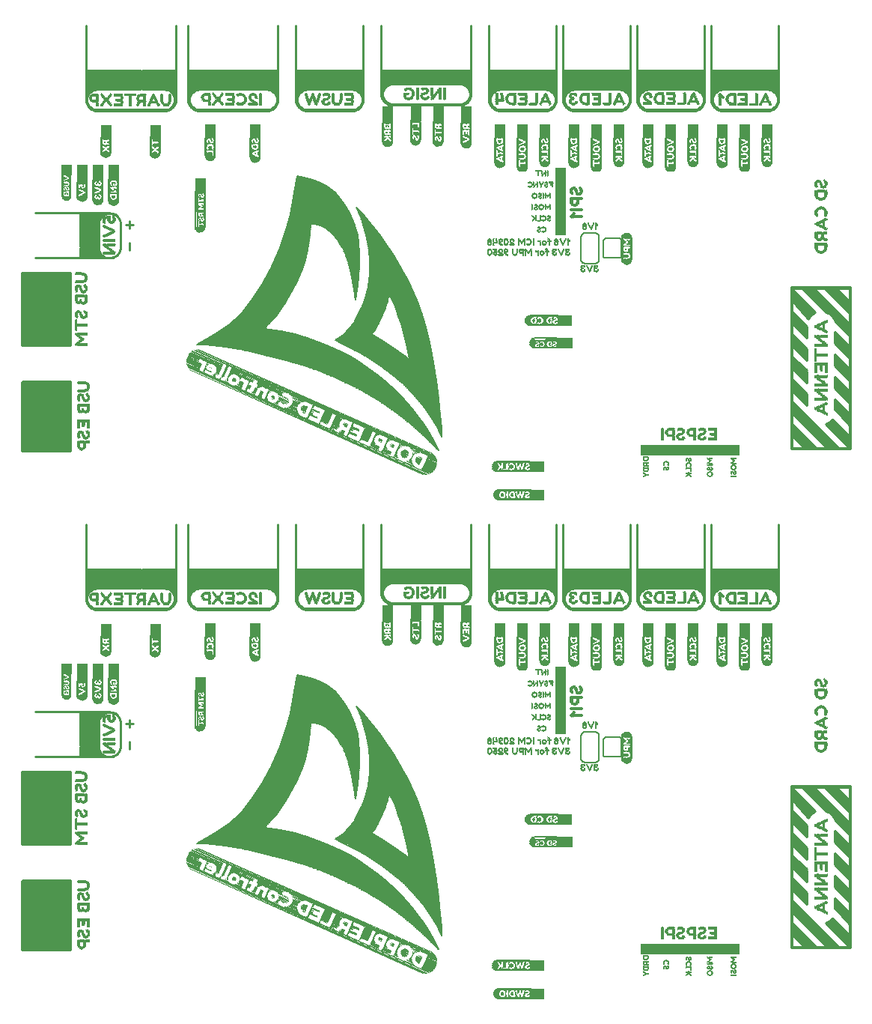
<source format=gbo>
G75*
%MOIN*%
%OFA0B0*%
%FSLAX25Y25*%
%IPPOS*%
%LPD*%
%AMOC8*
5,1,8,0,0,1.08239X$1,22.5*
%
%ADD10C,0.01000*%
%ADD11R,0.05000X0.06500*%
%ADD12R,0.05000X0.06000*%
%ADD13R,0.05000X0.07500*%
%ADD14R,0.05000X0.07000*%
%ADD15R,0.06000X0.05000*%
%ADD16R,0.06500X0.05000*%
%ADD17C,0.00600*%
%ADD18C,0.00900*%
%ADD19R,0.05000X0.08500*%
%ADD20R,0.05000X0.05000*%
%ADD21R,0.44000X0.05000*%
%ADD22R,0.05000X0.30000*%
%ADD23R,0.00630X0.00236*%
%ADD24R,0.00866X0.00236*%
%ADD25R,0.03898X0.00236*%
%ADD26R,0.02638X0.00236*%
%ADD27R,0.01102X0.00197*%
%ADD28R,0.04370X0.00197*%
%ADD29R,0.03268X0.00197*%
%ADD30R,0.01063X0.00197*%
%ADD31R,0.01102X0.00236*%
%ADD32R,0.01299X0.00236*%
%ADD33R,0.04370X0.00236*%
%ADD34R,0.03661X0.00236*%
%ADD35R,0.01535X0.00197*%
%ADD36R,0.01299X0.00197*%
%ADD37R,0.03898X0.00197*%
%ADD38R,0.01732X0.00197*%
%ADD39R,0.01535X0.00236*%
%ADD40R,0.04134X0.00236*%
%ADD41R,0.01969X0.00236*%
%ADD42R,0.01929X0.00197*%
%ADD43R,0.03701X0.00197*%
%ADD44R,0.04331X0.00197*%
%ADD45R,0.02205X0.00197*%
%ADD46R,0.01929X0.00236*%
%ADD47R,0.01693X0.00236*%
%ADD48R,0.02402X0.00236*%
%ADD49R,0.02362X0.00197*%
%ADD50R,0.01260X0.00197*%
%ADD51R,0.02598X0.00197*%
%ADD52R,0.02362X0.00236*%
%ADD53R,0.01260X0.00236*%
%ADD54R,0.02598X0.00236*%
%ADD55R,0.02835X0.00197*%
%ADD56R,0.03268X0.00236*%
%ADD57R,0.00669X0.00236*%
%ADD58R,0.01339X0.00197*%
%ADD59R,0.03504X0.00197*%
%ADD60R,0.01339X0.00236*%
%ADD61R,0.03504X0.00236*%
%ADD62R,0.01496X0.00197*%
%ADD63R,0.04094X0.00236*%
%ADD64R,0.04528X0.00197*%
%ADD65R,0.04528X0.00236*%
%ADD66R,0.01496X0.00236*%
%ADD67R,0.04961X0.00197*%
%ADD68R,0.03661X0.00197*%
%ADD69R,0.04134X0.00197*%
%ADD70R,0.03465X0.00197*%
%ADD71R,0.01063X0.00236*%
%ADD72R,0.03031X0.00236*%
%ADD73R,0.00433X0.00197*%
%ADD74R,0.00394X0.00197*%
%ADD75R,0.03031X0.00197*%
%ADD76R,0.00472X0.00197*%
%ADD77R,0.03465X0.00236*%
%ADD78R,0.02835X0.00236*%
%ADD79R,0.01732X0.00236*%
%ADD80R,0.02126X0.00236*%
%ADD81R,0.01772X0.00236*%
%ADD82R,0.01969X0.00197*%
%ADD83R,0.04724X0.00197*%
%ADD84R,0.03858X0.00197*%
%ADD85R,0.04094X0.00197*%
%ADD86R,0.03858X0.00236*%
%ADD87R,0.04331X0.00236*%
%ADD88R,0.00236X0.00197*%
%ADD89R,0.03228X0.00197*%
%ADD90R,0.00433X0.00236*%
%ADD91R,0.00866X0.00197*%
%ADD92R,0.02126X0.00197*%
%ADD93R,0.04724X0.00236*%
%ADD94R,0.03071X0.00236*%
%ADD95R,0.00669X0.00197*%
%ADD96R,0.02165X0.00236*%
%ADD97R,0.03071X0.00197*%
%ADD98R,0.02638X0.00197*%
%ADD99R,0.00906X0.00197*%
%ADD100R,0.00472X0.00236*%
%ADD101R,0.02165X0.00197*%
%ADD102R,0.02402X0.00197*%
%ADD103R,0.00197X0.00197*%
%ADD104R,0.03701X0.00236*%
%ADD105R,0.00827X0.00236*%
%ADD106R,0.05236X0.00236*%
%ADD107R,0.02992X0.00197*%
%ADD108R,0.05236X0.00197*%
%ADD109R,0.02795X0.00197*%
%ADD110R,0.03228X0.00236*%
%ADD111R,0.04291X0.00197*%
%ADD112R,0.04764X0.00197*%
%ADD113R,0.00906X0.00236*%
%ADD114R,0.02795X0.00236*%
%ADD115R,0.00236X0.00236*%
%ADD116R,0.02205X0.00236*%
%ADD117R,0.01772X0.00197*%
%ADD118R,0.00118X0.10748*%
%ADD119R,0.00118X0.11929*%
%ADD120R,0.00079X0.12638*%
%ADD121R,0.00157X0.12874*%
%ADD122R,0.00118X0.13346*%
%ADD123R,0.00118X0.13583*%
%ADD124R,0.00079X0.13819*%
%ADD125R,0.00118X0.02480*%
%ADD126R,0.00118X0.01890*%
%ADD127R,0.00118X0.01063*%
%ADD128R,0.00118X0.02008*%
%ADD129R,0.00118X0.02126*%
%ADD130R,0.00157X0.02362*%
%ADD131R,0.00157X0.01417*%
%ADD132R,0.00157X0.00591*%
%ADD133R,0.00157X0.01772*%
%ADD134R,0.00157X0.00827*%
%ADD135R,0.00157X0.02126*%
%ADD136R,0.00118X0.02244*%
%ADD137R,0.00118X0.00354*%
%ADD138R,0.00118X0.01654*%
%ADD139R,0.00118X0.00827*%
%ADD140R,0.00118X0.00236*%
%ADD141R,0.00118X0.00709*%
%ADD142R,0.00118X0.02362*%
%ADD143R,0.00118X0.00118*%
%ADD144R,0.00118X0.01535*%
%ADD145R,0.00118X0.00472*%
%ADD146R,0.00157X0.02244*%
%ADD147R,0.00157X0.00709*%
%ADD148R,0.00157X0.00118*%
%ADD149R,0.00157X0.01535*%
%ADD150R,0.00157X0.00354*%
%ADD151R,0.00118X0.00591*%
%ADD152R,0.00118X0.02598*%
%ADD153R,0.00118X0.00945*%
%ADD154R,0.00118X0.02717*%
%ADD155R,0.00157X0.01890*%
%ADD156R,0.00157X0.02835*%
%ADD157R,0.00118X0.01181*%
%ADD158R,0.00118X0.02953*%
%ADD159R,0.00118X0.03071*%
%ADD160R,0.00118X0.03307*%
%ADD161R,0.00157X0.02717*%
%ADD162R,0.00157X0.00236*%
%ADD163R,0.00157X0.02008*%
%ADD164R,0.00157X0.03425*%
%ADD165R,0.00118X0.02835*%
%ADD166R,0.00118X0.03425*%
%ADD167R,0.00118X0.03189*%
%ADD168R,0.00157X0.03661*%
%ADD169R,0.00118X0.01772*%
%ADD170R,0.00157X0.01299*%
%ADD171R,0.00118X0.05433*%
%ADD172R,0.00118X0.12874*%
%ADD173R,0.00118X0.12638*%
%ADD174R,0.00118X0.14291*%
%ADD175R,0.00079X0.14764*%
%ADD176R,0.00157X0.15236*%
%ADD177R,0.00118X0.15472*%
%ADD178R,0.00118X0.15709*%
%ADD179R,0.00079X0.15945*%
%ADD180R,0.00118X0.01417*%
%ADD181R,0.00157X0.01654*%
%ADD182R,0.00157X0.00945*%
%ADD183R,0.00157X0.01063*%
%ADD184R,0.00157X0.01181*%
%ADD185R,0.00157X0.02598*%
%ADD186R,0.00118X0.01299*%
%ADD187R,0.00118X0.03543*%
%ADD188R,0.00157X0.02953*%
%ADD189R,0.00157X0.00472*%
%ADD190R,0.00157X0.03543*%
%ADD191R,0.00157X0.03071*%
%ADD192R,0.00157X0.03189*%
%ADD193R,0.00157X0.03307*%
%ADD194R,0.00118X0.06142*%
%ADD195R,0.00118X0.05906*%
%ADD196R,0.00118X0.15236*%
%ADD197R,0.00118X0.14764*%
%ADD198R,0.00118X0.11220*%
%ADD199R,0.00118X0.12402*%
%ADD200R,0.00079X0.13110*%
%ADD201R,0.00157X0.13346*%
%ADD202R,0.00118X0.13819*%
%ADD203R,0.00118X0.14055*%
%ADD204R,0.00079X0.14291*%
%ADD205R,0.00157X0.02480*%
%ADD206R,0.00118X0.04843*%
%ADD207R,0.00118X0.13110*%
%ADD208R,0.00118X0.08386*%
%ADD209R,0.00118X0.09331*%
%ADD210R,0.00079X0.10039*%
%ADD211R,0.00157X0.10276*%
%ADD212R,0.00118X0.10984*%
%ADD213R,0.00079X0.11220*%
%ADD214R,0.00118X0.03661*%
%ADD215R,0.00118X0.04370*%
%ADD216R,0.00118X0.10276*%
%ADD217R,0.00118X0.10039*%
%ADD218R,0.00118X0.08150*%
%ADD219R,0.00118X0.08031*%
%ADD220R,0.00118X0.09567*%
%ADD221R,0.00079X0.10276*%
%ADD222R,0.00157X0.10512*%
%ADD223R,0.00079X0.11457*%
%ADD224R,0.00118X0.06496*%
%ADD225R,0.00118X0.10512*%
%ADD226R,0.00118X0.09094*%
%ADD227R,0.00079X0.10748*%
%ADD228R,0.00157X0.10984*%
%ADD229R,0.00118X0.11457*%
%ADD230R,0.00118X0.11693*%
%ADD231R,0.00079X0.11929*%
%ADD232R,0.00118X0.03780*%
%ADD233R,0.00157X0.03780*%
%ADD234R,0.00118X0.03898*%
%ADD235R,0.00157X0.03898*%
%ADD236R,0.00118X0.05079*%
%ADD237R,0.00118X0.08858*%
%ADD238R,0.00118X0.04252*%
%ADD239R,0.00118X0.07677*%
%ADD240R,0.00079X0.08386*%
%ADD241R,0.00157X0.08622*%
%ADD242R,0.00079X0.09567*%
%ADD243R,0.00118X0.08622*%
%ADD244R,0.00118X0.06732*%
%ADD245R,0.00118X0.07441*%
%ADD246R,0.00079X0.07913*%
%ADD247R,0.00157X0.08386*%
%ADD248R,0.00079X0.09331*%
%ADD249R,0.00118X0.07913*%
%ADD250R,0.00236X0.02835*%
%ADD251R,0.00236X0.00630*%
%ADD252R,0.00236X0.00669*%
%ADD253R,0.00236X0.00866*%
%ADD254R,0.00197X0.02835*%
%ADD255R,0.00197X0.01063*%
%ADD256R,0.00197X0.01102*%
%ADD257R,0.00236X0.03031*%
%ADD258R,0.00236X0.01299*%
%ADD259R,0.00236X0.01102*%
%ADD260R,0.00236X0.01339*%
%ADD261R,0.00197X0.03031*%
%ADD262R,0.00197X0.01260*%
%ADD263R,0.00197X0.01299*%
%ADD264R,0.00197X0.01339*%
%ADD265R,0.00197X0.01496*%
%ADD266R,0.00236X0.01260*%
%ADD267R,0.00236X0.01732*%
%ADD268R,0.00197X0.01732*%
%ADD269R,0.00236X0.01063*%
%ADD270R,0.00236X0.01929*%
%ADD271R,0.00197X0.02126*%
%ADD272R,0.00236X0.02126*%
%ADD273R,0.00197X0.02165*%
%ADD274R,0.00197X0.02362*%
%ADD275R,0.00236X0.02598*%
%ADD276R,0.00197X0.03268*%
%ADD277R,0.00236X0.03268*%
%ADD278R,0.00197X0.00630*%
%ADD279R,0.00197X0.02638*%
%ADD280R,0.00236X0.02638*%
%ADD281R,0.00197X0.02402*%
%ADD282R,0.00236X0.02362*%
%ADD283R,0.00236X0.02165*%
%ADD284R,0.00197X0.01969*%
%ADD285R,0.00236X0.01969*%
%ADD286R,0.00197X0.03504*%
%ADD287R,0.00197X0.01772*%
%ADD288R,0.00236X0.01535*%
%ADD289R,0.15000X0.00118*%
%ADD290R,0.16181X0.00118*%
%ADD291R,0.16890X0.00079*%
%ADD292R,0.17126X0.00157*%
%ADD293R,0.17598X0.00118*%
%ADD294R,0.17835X0.00118*%
%ADD295R,0.18071X0.00079*%
%ADD296R,0.02480X0.00118*%
%ADD297R,0.00945X0.00118*%
%ADD298R,0.01299X0.00118*%
%ADD299R,0.01181X0.00118*%
%ADD300R,0.01535X0.00118*%
%ADD301R,0.02008X0.00118*%
%ADD302R,0.02126X0.00118*%
%ADD303R,0.02480X0.00157*%
%ADD304R,0.00472X0.00157*%
%ADD305R,0.00945X0.00157*%
%ADD306R,0.01181X0.00157*%
%ADD307R,0.00591X0.00157*%
%ADD308R,0.01772X0.00157*%
%ADD309R,0.00827X0.00157*%
%ADD310R,0.02126X0.00157*%
%ADD311R,0.02244X0.00118*%
%ADD312R,0.00354X0.00118*%
%ADD313R,0.00827X0.00118*%
%ADD314R,0.01654X0.00118*%
%ADD315R,0.00709X0.00118*%
%ADD316R,0.02362X0.00118*%
%ADD317R,0.00591X0.00118*%
%ADD318R,0.00236X0.00118*%
%ADD319R,0.00472X0.00118*%
%ADD320R,0.02362X0.00157*%
%ADD321R,0.00236X0.00157*%
%ADD322R,0.00354X0.00157*%
%ADD323R,0.00118X0.00157*%
%ADD324R,0.01654X0.00157*%
%ADD325R,0.02717X0.00118*%
%ADD326R,0.01535X0.00157*%
%ADD327R,0.02835X0.00157*%
%ADD328R,0.01890X0.00118*%
%ADD329R,0.02953X0.00118*%
%ADD330R,0.03071X0.00118*%
%ADD331R,0.02598X0.00118*%
%ADD332R,0.03307X0.00118*%
%ADD333R,0.02717X0.00157*%
%ADD334R,0.02008X0.00157*%
%ADD335R,0.03543X0.00157*%
%ADD336R,0.02835X0.00118*%
%ADD337R,0.03425X0.00118*%
%ADD338R,0.03189X0.00118*%
%ADD339R,0.03661X0.00157*%
%ADD340R,0.00709X0.00157*%
%ADD341R,0.01890X0.00157*%
%ADD342R,0.02953X0.00157*%
%ADD343R,0.01772X0.00118*%
%ADD344R,0.02244X0.00157*%
%ADD345R,0.01063X0.00157*%
%ADD346R,0.01417X0.00118*%
%ADD347R,0.01063X0.00118*%
%ADD348R,0.06496X0.00118*%
%ADD349R,0.05433X0.00118*%
%ADD350R,0.17126X0.00118*%
%ADD351R,0.16890X0.00118*%
%ADD352R,0.14291X0.00118*%
%ADD353R,0.15472X0.00118*%
%ADD354R,0.16181X0.00079*%
%ADD355R,0.16417X0.00157*%
%ADD356R,0.17362X0.00079*%
%ADD357R,0.01417X0.00157*%
%ADD358R,0.10512X0.00118*%
%ADD359R,0.16417X0.00118*%
%ADD360R,0.00079X0.00866*%
%ADD361R,0.00079X0.00669*%
%ADD362R,0.00079X0.00394*%
%ADD363R,0.00079X0.00315*%
%ADD364R,0.00118X0.00512*%
%ADD365R,0.00079X0.01378*%
%ADD366R,0.00079X0.01457*%
%ADD367R,0.00079X0.00591*%
%ADD368R,0.00079X0.00630*%
%ADD369R,0.00118X0.01496*%
%ADD370R,0.00118X0.00630*%
%ADD371R,0.00118X0.00669*%
%ADD372R,0.00079X0.01890*%
%ADD373R,0.00079X0.00709*%
%ADD374R,0.00118X0.00394*%
%ADD375R,0.00118X0.00984*%
%ADD376R,0.00118X0.00787*%
%ADD377R,0.00079X0.00472*%
%ADD378R,0.00079X0.00984*%
%ADD379R,0.00079X0.01299*%
%ADD380R,0.00118X0.01220*%
%ADD381R,0.00079X0.01260*%
%ADD382R,0.00079X0.01102*%
%ADD383R,0.00118X0.01102*%
%ADD384R,0.00079X0.01063*%
%ADD385R,0.00079X0.01220*%
%ADD386R,0.00079X0.00512*%
%ADD387R,0.00118X0.00315*%
%ADD388R,0.00079X0.00787*%
%ADD389R,0.00079X0.01772*%
%ADD390R,0.00118X0.01575*%
%ADD391R,0.00118X0.01693*%
%ADD392R,0.00079X0.01575*%
%ADD393R,0.00079X0.01693*%
%ADD394R,0.00118X0.01378*%
%ADD395R,0.00118X0.01457*%
%ADD396R,0.00118X0.01260*%
%ADD397R,0.00118X0.00197*%
%ADD398R,0.00118X0.01142*%
%ADD399R,0.00079X0.01496*%
%ADD400R,0.00079X0.01850*%
%ADD401R,0.00079X0.00276*%
%ADD402R,0.00079X0.00118*%
%ADD403R,0.00118X0.00079*%
%ADD404R,0.00118X0.00276*%
%ADD405R,0.00118X0.01850*%
%ADD406R,0.00079X0.01654*%
%ADD407R,0.00079X0.01339*%
%ADD408R,0.00118X0.00906*%
%ADD409R,0.00079X0.00906*%
%ADD410R,0.00079X0.01181*%
%ADD411R,0.00079X0.01969*%
%ADD412R,0.00118X0.00866*%
%ADD413R,0.00079X0.00551*%
%ADD414R,0.00079X0.01024*%
%ADD415R,0.00079X0.00748*%
%ADD416R,0.00118X0.01969*%
%ADD417R,0.02992X0.00236*%
%ADD418R,0.00630X0.00197*%
%ADD419R,0.00197X0.00236*%
%ADD420R,0.00236X0.00709*%
%ADD421R,0.00236X0.05669*%
%ADD422R,0.00236X0.04252*%
%ADD423R,0.00236X0.00945*%
%ADD424R,0.00236X0.01181*%
%ADD425R,0.00236X0.01417*%
%ADD426R,0.00236X0.04724*%
%ADD427R,0.00236X0.01654*%
%ADD428R,0.00236X0.01890*%
%ADD429R,0.00236X0.04016*%
%ADD430R,0.00236X0.03071*%
%ADD431R,0.00236X0.03543*%
%ADD432R,0.00236X0.03780*%
%ADD433R,0.00236X0.04488*%
%ADD434R,0.00236X0.04961*%
%ADD435R,0.00236X0.05197*%
%ADD436R,0.00236X0.00472*%
%ADD437R,0.00236X0.03307*%
%ADD438R,0.00236X0.02402*%
%ADD439R,0.00236X0.00433*%
%ADD440R,0.00197X0.02598*%
%ADD441R,0.00197X0.03228*%
%ADD442R,0.00197X0.00866*%
%ADD443R,0.00236X0.03661*%
%ADD444R,0.00236X0.03465*%
%ADD445R,0.00197X0.03858*%
%ADD446R,0.00197X0.03661*%
%ADD447R,0.00236X0.04094*%
%ADD448R,0.00236X0.03898*%
%ADD449R,0.00236X0.01693*%
%ADD450R,0.00197X0.04331*%
%ADD451R,0.00197X0.01693*%
%ADD452R,0.00197X0.03898*%
%ADD453R,0.00236X0.01496*%
%ADD454R,0.00197X0.01535*%
%ADD455R,0.00197X0.02795*%
%ADD456R,0.00236X0.04331*%
%ADD457R,0.00236X0.04764*%
%ADD458R,0.00197X0.00669*%
%ADD459R,0.00197X0.04764*%
%ADD460R,0.00236X0.01772*%
%ADD461R,0.00197X0.04094*%
%ADD462R,0.00236X0.03228*%
%ADD463R,0.00236X0.03858*%
%ADD464R,0.00197X0.03425*%
%ADD465R,0.00197X0.03071*%
%ADD466R,0.00236X0.00827*%
%ADD467R,0.00236X0.00906*%
%ADD468R,0.00197X0.00394*%
%ADD469R,0.00197X0.00472*%
%ADD470R,0.00197X0.00433*%
%ADD471R,0.00236X0.02795*%
%ADD472R,0.00197X0.04291*%
%ADD473R,0.00236X0.03701*%
%ADD474R,0.00236X0.04291*%
%ADD475R,0.00197X0.03937*%
%ADD476R,0.00236X0.03937*%
%ADD477R,0.00197X0.00906*%
%ADD478R,0.00197X0.00827*%
%ADD479R,0.00236X0.03425*%
%ADD480R,0.00236X0.04134*%
%ADD481R,0.00197X0.03701*%
%ADD482R,0.00197X0.04134*%
%ADD483R,0.00236X0.03504*%
%ADD484R,0.00197X0.05197*%
%ADD485R,0.00236X0.02992*%
%ADD486R,0.00197X0.01929*%
%ADD487R,0.00197X0.02559*%
%ADD488R,0.00315X0.00079*%
%ADD489R,0.00787X0.00079*%
%ADD490R,0.00906X0.00079*%
%ADD491R,0.00591X0.00079*%
%ADD492R,0.01457X0.00079*%
%ADD493R,0.01378X0.00079*%
%ADD494R,0.00472X0.00079*%
%ADD495R,0.00669X0.00118*%
%ADD496R,0.01457X0.00118*%
%ADD497R,0.01969X0.00079*%
%ADD498R,0.01575X0.00079*%
%ADD499R,0.00787X0.00118*%
%ADD500R,0.00906X0.00118*%
%ADD501R,0.00866X0.00118*%
%ADD502R,0.00394X0.00118*%
%ADD503R,0.00866X0.00079*%
%ADD504R,0.00669X0.00079*%
%ADD505R,0.00709X0.00079*%
%ADD506R,0.00984X0.00118*%
%ADD507R,0.00512X0.00118*%
%ADD508R,0.01063X0.00079*%
%ADD509R,0.01181X0.00079*%
%ADD510R,0.00512X0.00079*%
%ADD511R,0.00984X0.00079*%
%ADD512R,0.01260X0.00118*%
%ADD513R,0.00551X0.00079*%
%ADD514R,0.01024X0.00079*%
%ADD515R,0.00394X0.00079*%
%ADD516R,0.00748X0.00079*%
%ADD517R,0.01693X0.00118*%
%ADD518R,0.01378X0.00118*%
%ADD519R,0.00276X0.00079*%
%ADD520R,0.01339X0.00079*%
%ADD521R,0.01496X0.00079*%
%ADD522R,0.01850X0.00079*%
%ADD523R,0.01850X0.00118*%
%ADD524R,0.01693X0.00079*%
%ADD525R,0.01496X0.00118*%
%ADD526R,0.01102X0.00079*%
%ADD527R,0.00630X0.00079*%
%ADD528R,0.00630X0.00118*%
%ADD529R,0.01890X0.00079*%
%ADD530R,0.01299X0.00079*%
%ADD531R,0.01220X0.00118*%
%ADD532R,0.01260X0.00079*%
%ADD533R,0.01102X0.00118*%
%ADD534R,0.01220X0.00079*%
%ADD535R,0.00315X0.00118*%
%ADD536R,0.01772X0.00079*%
%ADD537R,0.01575X0.00118*%
%ADD538R,0.00197X0.00118*%
%ADD539R,0.01142X0.00118*%
%ADD540R,0.00276X0.00118*%
%ADD541R,0.01654X0.00079*%
%ADD542R,0.01732X0.00079*%
%ADD543R,0.01969X0.00118*%
%ADD544R,0.00197X0.00079*%
%ADD545R,0.00551X0.00118*%
%ADD546R,0.02362X0.00079*%
%ADD547R,0.00118X0.16654*%
%ADD548R,0.00079X0.17362*%
%ADD549R,0.00157X0.17598*%
%ADD550R,0.00118X0.09803*%
%ADD551R,0.00118X0.09921*%
%ADD552R,0.00118X0.10157*%
%ADD553R,0.00118X0.19252*%
%ADD554R,0.00118X0.19488*%
%ADD555R,0.00157X0.19488*%
%ADD556R,0.00118X0.08976*%
%ADD557R,0.00118X0.04724*%
%ADD558R,0.00118X0.17598*%
%ADD559R,0.00118X0.17362*%
%ADD560R,0.10276X0.00118*%
%ADD561R,0.11457X0.00118*%
%ADD562R,0.12165X0.00079*%
%ADD563R,0.12402X0.00157*%
%ADD564R,0.06850X0.00118*%
%ADD565R,0.06969X0.00079*%
%ADD566R,0.07087X0.00118*%
%ADD567R,0.07205X0.00157*%
%ADD568R,0.07323X0.00118*%
%ADD569R,0.14055X0.00118*%
%ADD570R,0.14291X0.00157*%
%ADD571R,0.05551X0.00118*%
%ADD572R,0.03543X0.00118*%
%ADD573R,0.02598X0.00157*%
%ADD574R,0.12402X0.00118*%
%ADD575R,0.12165X0.00118*%
%ADD576R,0.12638X0.00118*%
%ADD577R,0.13819X0.00118*%
%ADD578R,0.14528X0.00079*%
%ADD579R,0.14764X0.00157*%
%ADD580R,0.15236X0.00118*%
%ADD581R,0.15709X0.00079*%
%ADD582R,0.03661X0.00118*%
%ADD583R,0.03071X0.00157*%
%ADD584R,0.01299X0.00157*%
%ADD585R,0.06378X0.00118*%
%ADD586R,0.14764X0.00118*%
%ADD587R,0.14528X0.00118*%
%ADD588R,1.13346X0.00236*%
%ADD589R,1.14882X0.00276*%
%ADD590R,1.15945X0.00236*%
%ADD591R,1.16929X0.00276*%
%ADD592R,1.17441X0.00236*%
%ADD593R,1.17992X0.00276*%
%ADD594R,1.00079X0.00236*%
%ADD595R,0.14843X0.00236*%
%ADD596R,0.13543X0.00276*%
%ADD597R,0.57598X0.00276*%
%ADD598R,0.27126X0.00276*%
%ADD599R,0.01024X0.00276*%
%ADD600R,0.14843X0.00276*%
%ADD601R,0.04882X0.00236*%
%ADD602R,0.04606X0.00236*%
%ADD603R,0.02323X0.00236*%
%ADD604R,0.02047X0.00236*%
%ADD605R,0.00787X0.00236*%
%ADD606R,0.00748X0.00236*%
%ADD607R,0.07165X0.00236*%
%ADD608R,0.26102X0.00236*%
%ADD609R,0.01024X0.00236*%
%ADD610R,0.15118X0.00236*%
%ADD611R,0.04606X0.00276*%
%ADD612R,0.03583X0.00276*%
%ADD613R,0.02283X0.00276*%
%ADD614R,0.01535X0.00276*%
%ADD615R,0.03858X0.00276*%
%ADD616R,0.00551X0.00276*%
%ADD617R,0.04134X0.00276*%
%ADD618R,0.03819X0.00276*%
%ADD619R,0.00748X0.00276*%
%ADD620R,0.06102X0.00276*%
%ADD621R,0.12795X0.00276*%
%ADD622R,0.11496X0.00276*%
%ADD623R,0.15118X0.00276*%
%ADD624R,0.04843X0.00236*%
%ADD625R,0.00551X0.00236*%
%ADD626R,0.03583X0.00236*%
%ADD627R,0.03819X0.00236*%
%ADD628R,0.05394X0.00236*%
%ADD629R,0.12244X0.00236*%
%ADD630R,0.11496X0.00236*%
%ADD631R,0.15354X0.00236*%
%ADD632R,0.04843X0.00276*%
%ADD633R,0.02598X0.00276*%
%ADD634R,0.01772X0.00276*%
%ADD635R,0.03346X0.00276*%
%ADD636R,0.04882X0.00276*%
%ADD637R,0.12244X0.00276*%
%ADD638R,0.11260X0.00276*%
%ADD639R,0.15354X0.00276*%
%ADD640R,0.05118X0.00236*%
%ADD641R,0.03346X0.00236*%
%ADD642R,0.11260X0.00236*%
%ADD643R,0.15630X0.00236*%
%ADD644R,0.05118X0.00276*%
%ADD645R,0.01496X0.00276*%
%ADD646R,0.01260X0.00276*%
%ADD647R,0.00787X0.00276*%
%ADD648R,0.03071X0.00276*%
%ADD649R,0.15630X0.00276*%
%ADD650R,0.01575X0.00236*%
%ADD651R,0.12520X0.00236*%
%ADD652R,0.05354X0.00276*%
%ADD653R,0.01811X0.00276*%
%ADD654R,0.00512X0.00276*%
%ADD655R,0.02047X0.00276*%
%ADD656R,0.04331X0.00276*%
%ADD657R,0.03307X0.00276*%
%ADD658R,0.02323X0.00276*%
%ADD659R,0.05394X0.00276*%
%ADD660R,0.05354X0.00236*%
%ADD661R,0.02559X0.00236*%
%ADD662R,0.00512X0.00236*%
%ADD663R,0.02283X0.00236*%
%ADD664R,0.03307X0.00236*%
%ADD665R,0.00276X0.00236*%
%ADD666R,0.04055X0.00276*%
%ADD667R,0.02559X0.00276*%
%ADD668R,0.02795X0.00276*%
%ADD669R,0.00472X0.00276*%
%ADD670R,0.01811X0.00236*%
%ADD671R,0.01575X0.00276*%
%ADD672R,0.05157X0.00276*%
%ADD673R,0.06890X0.00276*%
%ADD674R,0.01299X0.00276*%
%ADD675R,0.07165X0.00276*%
%ADD676R,0.06929X0.00236*%
%ADD677R,0.00984X0.00276*%
%ADD678R,0.04094X0.00276*%
%ADD679R,0.06929X0.00276*%
%ADD680R,0.00984X0.00236*%
%ADD681R,0.00236X0.00276*%
%ADD682R,0.06654X0.00276*%
%ADD683R,0.06654X0.00236*%
%ADD684R,0.02835X0.00276*%
%ADD685R,0.05630X0.00276*%
%ADD686R,0.06417X0.00276*%
%ADD687R,0.06378X0.00236*%
%ADD688R,0.06693X0.00236*%
%ADD689R,0.03031X0.00276*%
%ADD690R,0.07677X0.00276*%
%ADD691R,1.18504X0.00236*%
%ADD692R,0.00079X0.10157*%
%ADD693R,0.00118X0.10945*%
%ADD694R,0.00079X0.11339*%
%ADD695R,0.00118X0.11732*%
%ADD696R,0.00079X0.11890*%
%ADD697R,0.00118X0.12126*%
%ADD698R,0.00079X0.12283*%
%ADD699R,0.00118X0.02283*%
%ADD700R,0.00079X0.02047*%
%ADD701R,0.00118X0.02087*%
%ADD702R,0.00079X0.00079*%
%ADD703R,0.00079X0.00197*%
%ADD704R,0.00079X0.02087*%
%ADD705R,0.00079X0.02165*%
%ADD706R,0.00118X0.02047*%
%ADD707R,0.00079X0.02362*%
%ADD708R,0.00118X0.02165*%
%ADD709R,0.00079X0.02441*%
%ADD710R,0.00118X0.02441*%
%ADD711R,0.00079X0.02559*%
%ADD712R,0.00118X0.02559*%
%ADD713R,0.00118X0.01024*%
%ADD714R,0.00079X0.02677*%
%ADD715R,0.00118X0.02677*%
%ADD716R,0.00079X0.02638*%
%ADD717R,0.00118X0.02638*%
%ADD718R,0.00079X0.05197*%
%ADD719R,0.00079X0.04606*%
%ADD720R,0.00118X0.06260*%
%ADD721R,0.00118X0.07205*%
%ADD722R,0.00079X0.07677*%
%ADD723R,0.00157X0.08150*%
%ADD724R,0.00079X0.08858*%
%ADD725R,0.00118X0.06024*%
%ADD726R,0.00079X0.10512*%
%ADD727R,0.00079X0.11693*%
%ADD728R,0.00118X0.05551*%
%ADD729R,0.00157X0.11693*%
%ADD730R,0.00118X0.12165*%
%ADD731R,0.00079X0.12402*%
%ADD732R,0.00236X0.02205*%
%ADD733R,0.00236X0.00079*%
%ADD734R,0.00157X0.12165*%
%ADD735R,0.00079X0.12874*%
%ADD736R,0.00118X0.09449*%
D10*
X0047250Y0053000D02*
X0047250Y0083500D01*
X0047274Y0083655D01*
X0047345Y0083794D01*
X0047456Y0083905D01*
X0047595Y0083976D01*
X0047750Y0084000D01*
X0068750Y0084000D01*
X0068750Y0053000D01*
X0047250Y0053000D01*
X0047250Y0053463D02*
X0068750Y0053463D01*
X0068750Y0054461D02*
X0047250Y0054461D01*
X0047250Y0055460D02*
X0068750Y0055460D01*
X0068750Y0056458D02*
X0047250Y0056458D01*
X0047250Y0057457D02*
X0068750Y0057457D01*
X0068750Y0058455D02*
X0047250Y0058455D01*
X0047250Y0059454D02*
X0068750Y0059454D01*
X0068750Y0060452D02*
X0047250Y0060452D01*
X0047250Y0061451D02*
X0068750Y0061451D01*
X0068750Y0062449D02*
X0047250Y0062449D01*
X0047250Y0063448D02*
X0068750Y0063448D01*
X0068750Y0064446D02*
X0047250Y0064446D01*
X0047250Y0065445D02*
X0068750Y0065445D01*
X0068750Y0066443D02*
X0047250Y0066443D01*
X0047250Y0067442D02*
X0068750Y0067442D01*
X0068750Y0068440D02*
X0047250Y0068440D01*
X0047250Y0069439D02*
X0068750Y0069439D01*
X0068750Y0070437D02*
X0047250Y0070437D01*
X0047250Y0071436D02*
X0068750Y0071436D01*
X0068750Y0072434D02*
X0047250Y0072434D01*
X0047250Y0073433D02*
X0068750Y0073433D01*
X0068750Y0074432D02*
X0047250Y0074432D01*
X0047250Y0075430D02*
X0068750Y0075430D01*
X0068750Y0076429D02*
X0047250Y0076429D01*
X0047250Y0077427D02*
X0068750Y0077427D01*
X0068750Y0078426D02*
X0047250Y0078426D01*
X0047250Y0079424D02*
X0068750Y0079424D01*
X0068750Y0080423D02*
X0047250Y0080423D01*
X0047250Y0081421D02*
X0068750Y0081421D01*
X0068750Y0082420D02*
X0047250Y0082420D01*
X0047250Y0083418D02*
X0068750Y0083418D01*
X0068750Y0100000D02*
X0047250Y0100000D01*
X0047250Y0132500D01*
X0068750Y0132500D01*
X0068750Y0100000D01*
X0068750Y0100393D02*
X0047250Y0100393D01*
X0047250Y0101391D02*
X0068750Y0101391D01*
X0068750Y0102390D02*
X0047250Y0102390D01*
X0047250Y0103388D02*
X0068750Y0103388D01*
X0068750Y0104387D02*
X0047250Y0104387D01*
X0047250Y0105385D02*
X0068750Y0105385D01*
X0068750Y0106384D02*
X0047250Y0106384D01*
X0047250Y0107382D02*
X0068750Y0107382D01*
X0068750Y0108381D02*
X0047250Y0108381D01*
X0047250Y0109379D02*
X0068750Y0109379D01*
X0068750Y0110378D02*
X0047250Y0110378D01*
X0047250Y0111376D02*
X0068750Y0111376D01*
X0068750Y0112375D02*
X0047250Y0112375D01*
X0047250Y0113373D02*
X0068750Y0113373D01*
X0068750Y0114372D02*
X0047250Y0114372D01*
X0047250Y0115370D02*
X0068750Y0115370D01*
X0068750Y0116369D02*
X0047250Y0116369D01*
X0047250Y0117368D02*
X0068750Y0117368D01*
X0068750Y0118366D02*
X0047250Y0118366D01*
X0047250Y0119365D02*
X0068750Y0119365D01*
X0068750Y0120363D02*
X0047250Y0120363D01*
X0047250Y0121362D02*
X0068750Y0121362D01*
X0068750Y0122360D02*
X0047250Y0122360D01*
X0047250Y0123359D02*
X0068750Y0123359D01*
X0068750Y0124357D02*
X0047250Y0124357D01*
X0047250Y0125356D02*
X0068750Y0125356D01*
X0068750Y0126354D02*
X0047250Y0126354D01*
X0047250Y0127353D02*
X0068750Y0127353D01*
X0068750Y0128351D02*
X0047250Y0128351D01*
X0047250Y0129350D02*
X0068750Y0129350D01*
X0068750Y0130348D02*
X0047250Y0130348D01*
X0047250Y0131347D02*
X0068750Y0131347D01*
X0068750Y0132345D02*
X0047250Y0132345D01*
X0053250Y0139000D02*
X0073250Y0139000D01*
X0086250Y0139000D01*
X0087118Y0139076D01*
X0087960Y0139302D01*
X0088750Y0139670D01*
X0089464Y0140170D01*
X0090080Y0140786D01*
X0090580Y0141500D01*
X0090948Y0142290D01*
X0091174Y0143132D01*
X0091250Y0144000D01*
X0091250Y0154000D01*
X0091174Y0154868D01*
X0090948Y0155710D01*
X0090580Y0156500D01*
X0090080Y0157214D01*
X0089464Y0157830D01*
X0088750Y0158330D01*
X0087960Y0158698D01*
X0087118Y0158924D01*
X0086250Y0159000D01*
X0073250Y0159000D01*
X0053250Y0159000D01*
X0073250Y0159000D02*
X0073250Y0144000D01*
X0081350Y0143524D01*
X0073250Y0143524D01*
X0073250Y0139000D01*
X0073250Y0139335D02*
X0084555Y0139335D01*
X0084641Y0139300D02*
X0083887Y0139605D01*
X0083198Y0140038D01*
X0082594Y0140583D01*
X0082094Y0141225D01*
X0081713Y0141943D01*
X0081462Y0142718D01*
X0081350Y0143524D01*
X0081350Y0153900D01*
X0081426Y0154768D01*
X0081652Y0155610D01*
X0082020Y0156400D01*
X0082520Y0157114D01*
X0083136Y0157730D01*
X0083850Y0158230D01*
X0084640Y0158598D01*
X0085482Y0158824D01*
X0086350Y0158900D01*
X0087184Y0158827D01*
X0087992Y0158611D01*
X0088750Y0158257D01*
X0089435Y0157777D01*
X0090027Y0157185D01*
X0090507Y0156500D01*
X0090861Y0155742D01*
X0091077Y0154934D01*
X0091150Y0154100D01*
X0091150Y0144000D01*
X0091076Y0143149D01*
X0090854Y0142324D01*
X0090494Y0141550D01*
X0090004Y0140850D01*
X0089400Y0140246D01*
X0088700Y0139756D01*
X0087926Y0139396D01*
X0087101Y0139174D01*
X0086250Y0139100D01*
X0085437Y0139129D01*
X0084641Y0139300D01*
X0082870Y0140333D02*
X0073250Y0140333D01*
X0073250Y0141332D02*
X0082037Y0141332D01*
X0081588Y0142330D02*
X0073250Y0142330D01*
X0073250Y0143329D02*
X0081377Y0143329D01*
X0081350Y0144327D02*
X0073250Y0144327D01*
X0073250Y0145326D02*
X0081350Y0145326D01*
X0081350Y0146324D02*
X0073250Y0146324D01*
X0073250Y0147323D02*
X0081350Y0147323D01*
X0081350Y0148321D02*
X0073250Y0148321D01*
X0073250Y0149320D02*
X0081350Y0149320D01*
X0081350Y0150318D02*
X0073250Y0150318D01*
X0073250Y0151317D02*
X0081350Y0151317D01*
X0081350Y0152315D02*
X0073250Y0152315D01*
X0073250Y0153314D02*
X0081350Y0153314D01*
X0081386Y0154312D02*
X0073250Y0154312D01*
X0073250Y0155311D02*
X0081571Y0155311D01*
X0081978Y0156309D02*
X0073250Y0156309D01*
X0073250Y0157308D02*
X0082714Y0157308D01*
X0084014Y0158306D02*
X0073250Y0158306D01*
X0088644Y0158306D02*
X0088784Y0158306D01*
X0089904Y0157308D02*
X0089986Y0157308D01*
X0090596Y0156309D02*
X0090669Y0156309D01*
X0090976Y0155311D02*
X0091055Y0155311D01*
X0091131Y0154312D02*
X0091223Y0154312D01*
X0091250Y0153314D02*
X0091150Y0153314D01*
X0091150Y0152315D02*
X0091250Y0152315D01*
X0091250Y0151317D02*
X0091150Y0151317D01*
X0091150Y0150318D02*
X0091250Y0150318D01*
X0091250Y0149320D02*
X0091150Y0149320D01*
X0091150Y0148321D02*
X0091250Y0148321D01*
X0091250Y0147323D02*
X0091150Y0147323D01*
X0091150Y0146324D02*
X0091250Y0146324D01*
X0091250Y0145326D02*
X0091150Y0145326D01*
X0091150Y0144327D02*
X0091250Y0144327D01*
X0091191Y0143329D02*
X0091091Y0143329D01*
X0090959Y0142330D02*
X0090856Y0142330D01*
X0090462Y0141332D02*
X0090341Y0141332D01*
X0089627Y0140333D02*
X0089487Y0140333D01*
X0088031Y0139335D02*
X0087699Y0139335D01*
X0080750Y0204500D02*
X0079882Y0204576D01*
X0079040Y0204802D01*
X0078250Y0205170D01*
X0077536Y0205670D01*
X0076920Y0206286D01*
X0076420Y0207000D01*
X0076052Y0207790D01*
X0075826Y0208632D01*
X0075750Y0209500D01*
X0075750Y0222500D01*
X0075750Y0242500D01*
X0075750Y0222500D02*
X0100250Y0222500D01*
X0100250Y0214000D01*
X0080750Y0214000D01*
X0079969Y0213932D01*
X0079211Y0213729D01*
X0078500Y0213397D01*
X0077857Y0212947D01*
X0077303Y0212393D01*
X0076853Y0211750D01*
X0076521Y0211039D01*
X0076318Y0210281D01*
X0076250Y0209500D01*
X0076318Y0208719D01*
X0076521Y0207961D01*
X0076853Y0207250D01*
X0077303Y0206607D01*
X0077857Y0206053D01*
X0078500Y0205603D01*
X0079211Y0205271D01*
X0079969Y0205068D01*
X0080750Y0205000D01*
X0110750Y0205000D01*
X0111531Y0205068D01*
X0112289Y0205271D01*
X0113000Y0205603D01*
X0113643Y0206053D01*
X0114197Y0206607D01*
X0114647Y0207250D01*
X0114979Y0207961D01*
X0115182Y0208719D01*
X0115250Y0209500D01*
X0115182Y0210281D01*
X0114979Y0211039D01*
X0114647Y0211750D01*
X0114197Y0212393D01*
X0113643Y0212947D01*
X0113000Y0213397D01*
X0112289Y0213729D01*
X0111531Y0213932D01*
X0110750Y0214000D01*
X0100750Y0214000D01*
X0100750Y0222500D01*
X0115750Y0222500D01*
X0115750Y0242500D01*
X0121250Y0242500D02*
X0121250Y0222500D01*
X0121250Y0209500D01*
X0121326Y0208632D01*
X0121552Y0207790D01*
X0121920Y0207000D01*
X0122420Y0206286D01*
X0123036Y0205670D01*
X0123750Y0205170D01*
X0124540Y0204802D01*
X0125382Y0204576D01*
X0126250Y0204500D01*
X0156250Y0204500D01*
X0157118Y0204576D01*
X0157960Y0204802D01*
X0158750Y0205170D01*
X0159464Y0205670D01*
X0160080Y0206286D01*
X0160580Y0207000D01*
X0160948Y0207790D01*
X0161174Y0208632D01*
X0161250Y0209500D01*
X0161250Y0222500D01*
X0161250Y0242500D01*
X0169250Y0242500D02*
X0169250Y0222500D01*
X0169250Y0209500D01*
X0169326Y0208632D01*
X0169552Y0207790D01*
X0169920Y0207000D01*
X0170420Y0206286D01*
X0171036Y0205670D01*
X0171750Y0205170D01*
X0172540Y0204802D01*
X0173382Y0204576D01*
X0174250Y0204500D01*
X0194250Y0204500D01*
X0195118Y0204576D01*
X0195960Y0204802D01*
X0196750Y0205170D01*
X0197464Y0205670D01*
X0198080Y0206286D01*
X0198580Y0207000D01*
X0198948Y0207790D01*
X0199174Y0208632D01*
X0199250Y0209500D01*
X0199250Y0222500D01*
X0199250Y0242500D01*
X0207250Y0242500D02*
X0207250Y0222500D01*
X0207250Y0212000D01*
X0207326Y0211132D01*
X0207552Y0210290D01*
X0207920Y0209500D01*
X0208420Y0208786D01*
X0209036Y0208170D01*
X0209750Y0207670D01*
X0210540Y0207302D01*
X0211382Y0207076D01*
X0212250Y0207000D01*
X0242250Y0207000D01*
X0243118Y0207076D01*
X0243960Y0207302D01*
X0244750Y0207670D01*
X0245464Y0208170D01*
X0246080Y0208786D01*
X0246580Y0209500D01*
X0246948Y0210290D01*
X0247174Y0211132D01*
X0247250Y0212000D01*
X0247250Y0222500D01*
X0247250Y0242500D01*
X0255250Y0242500D02*
X0255250Y0222500D01*
X0255250Y0209500D01*
X0255326Y0208632D01*
X0255552Y0207790D01*
X0255920Y0207000D01*
X0256420Y0206286D01*
X0257036Y0205670D01*
X0257750Y0205170D01*
X0258540Y0204802D01*
X0259382Y0204576D01*
X0260250Y0204500D01*
X0280250Y0204500D01*
X0281118Y0204576D01*
X0281960Y0204802D01*
X0282750Y0205170D01*
X0283464Y0205670D01*
X0284080Y0206286D01*
X0284580Y0207000D01*
X0284948Y0207790D01*
X0285174Y0208632D01*
X0285250Y0209500D01*
X0285250Y0222500D01*
X0285250Y0242500D01*
X0288250Y0242500D02*
X0288250Y0222500D01*
X0288250Y0209500D01*
X0288326Y0208632D01*
X0288552Y0207790D01*
X0288920Y0207000D01*
X0289420Y0206286D01*
X0290036Y0205670D01*
X0290750Y0205170D01*
X0291540Y0204802D01*
X0292382Y0204576D01*
X0293250Y0204500D01*
X0313250Y0204500D01*
X0314118Y0204576D01*
X0314960Y0204802D01*
X0315750Y0205170D01*
X0316464Y0205670D01*
X0317080Y0206286D01*
X0317580Y0207000D01*
X0317948Y0207790D01*
X0318174Y0208632D01*
X0318250Y0209500D01*
X0318250Y0222500D01*
X0318250Y0242500D01*
X0321250Y0242500D02*
X0321250Y0222500D01*
X0321250Y0209500D01*
X0321326Y0208632D01*
X0321552Y0207790D01*
X0321920Y0207000D01*
X0322420Y0206286D01*
X0323036Y0205670D01*
X0323750Y0205170D01*
X0324540Y0204802D01*
X0325382Y0204576D01*
X0326250Y0204500D01*
X0346250Y0204500D01*
X0347118Y0204576D01*
X0347960Y0204802D01*
X0348750Y0205170D01*
X0349464Y0205670D01*
X0350080Y0206286D01*
X0350580Y0207000D01*
X0350948Y0207790D01*
X0351174Y0208632D01*
X0351250Y0209500D01*
X0351250Y0222500D01*
X0351250Y0242500D01*
X0354250Y0242500D02*
X0354250Y0222500D01*
X0354250Y0209500D01*
X0354326Y0208632D01*
X0354552Y0207790D01*
X0354920Y0207000D01*
X0355420Y0206286D01*
X0356036Y0205670D01*
X0356750Y0205170D01*
X0357540Y0204802D01*
X0358382Y0204576D01*
X0359250Y0204500D01*
X0379250Y0204500D01*
X0380118Y0204576D01*
X0380960Y0204802D01*
X0381750Y0205170D01*
X0382464Y0205670D01*
X0383080Y0206286D01*
X0383580Y0207000D01*
X0383948Y0207790D01*
X0384174Y0208632D01*
X0384250Y0209500D01*
X0384250Y0222500D01*
X0384250Y0242500D01*
X0384250Y0222500D02*
X0369250Y0222500D01*
X0369250Y0214000D01*
X0379250Y0214000D01*
X0380031Y0213932D01*
X0380789Y0213729D01*
X0381500Y0213397D01*
X0382143Y0212947D01*
X0382697Y0212393D01*
X0383147Y0211750D01*
X0383479Y0211039D01*
X0383682Y0210281D01*
X0383750Y0209500D01*
X0383682Y0208719D01*
X0383479Y0207961D01*
X0383147Y0207250D01*
X0382697Y0206607D01*
X0382143Y0206053D01*
X0381500Y0205603D01*
X0380789Y0205271D01*
X0380031Y0205068D01*
X0379250Y0205000D01*
X0359250Y0205000D01*
X0358469Y0205068D01*
X0357711Y0205271D01*
X0357000Y0205603D01*
X0356357Y0206053D01*
X0355803Y0206607D01*
X0355353Y0207250D01*
X0355021Y0207961D01*
X0354818Y0208719D01*
X0354750Y0209500D01*
X0354818Y0210281D01*
X0355021Y0211039D01*
X0355353Y0211750D01*
X0355803Y0212393D01*
X0356357Y0212947D01*
X0357000Y0213397D01*
X0357711Y0213729D01*
X0358469Y0213932D01*
X0359250Y0214000D01*
X0368750Y0214000D01*
X0368750Y0222500D01*
X0354250Y0222500D01*
X0354250Y0222211D02*
X0368750Y0222211D01*
X0369250Y0222211D02*
X0384250Y0222211D01*
X0384250Y0221213D02*
X0369250Y0221213D01*
X0368750Y0221213D02*
X0354250Y0221213D01*
X0354250Y0220214D02*
X0368750Y0220214D01*
X0369250Y0220214D02*
X0384250Y0220214D01*
X0384250Y0219216D02*
X0369250Y0219216D01*
X0368750Y0219216D02*
X0354250Y0219216D01*
X0354250Y0218217D02*
X0368750Y0218217D01*
X0369250Y0218217D02*
X0384250Y0218217D01*
X0384250Y0217219D02*
X0369250Y0217219D01*
X0368750Y0217219D02*
X0354250Y0217219D01*
X0354250Y0216220D02*
X0368750Y0216220D01*
X0369250Y0216220D02*
X0384250Y0216220D01*
X0384250Y0215222D02*
X0369250Y0215222D01*
X0368750Y0215222D02*
X0354250Y0215222D01*
X0354250Y0214223D02*
X0368750Y0214223D01*
X0369250Y0214223D02*
X0384250Y0214223D01*
X0384250Y0213225D02*
X0381746Y0213225D01*
X0382814Y0212226D02*
X0384250Y0212226D01*
X0384250Y0211228D02*
X0383391Y0211228D01*
X0383686Y0210229D02*
X0384250Y0210229D01*
X0384226Y0209231D02*
X0383726Y0209231D01*
X0383551Y0208232D02*
X0384067Y0208232D01*
X0383689Y0207234D02*
X0383136Y0207234D01*
X0383029Y0206235D02*
X0382325Y0206235D01*
X0381845Y0205237D02*
X0380659Y0205237D01*
X0357841Y0205237D02*
X0356655Y0205237D01*
X0356175Y0206235D02*
X0355471Y0206235D01*
X0355364Y0207234D02*
X0354811Y0207234D01*
X0354949Y0208232D02*
X0354433Y0208232D01*
X0354274Y0209231D02*
X0354774Y0209231D01*
X0354814Y0210229D02*
X0354250Y0210229D01*
X0354250Y0211228D02*
X0355109Y0211228D01*
X0355686Y0212226D02*
X0354250Y0212226D01*
X0354250Y0213225D02*
X0356754Y0213225D01*
X0351250Y0213225D02*
X0348746Y0213225D01*
X0348500Y0213397D02*
X0349143Y0212947D01*
X0349697Y0212393D01*
X0350147Y0211750D01*
X0350479Y0211039D01*
X0350682Y0210281D01*
X0350750Y0209500D01*
X0350682Y0208719D01*
X0350479Y0207961D01*
X0350147Y0207250D01*
X0349697Y0206607D01*
X0349143Y0206053D01*
X0348500Y0205603D01*
X0347789Y0205271D01*
X0347031Y0205068D01*
X0346250Y0205000D01*
X0326250Y0205000D01*
X0325469Y0205068D01*
X0324711Y0205271D01*
X0324000Y0205603D01*
X0323357Y0206053D01*
X0322803Y0206607D01*
X0322353Y0207250D01*
X0322021Y0207961D01*
X0321818Y0208719D01*
X0321750Y0209500D01*
X0321818Y0210281D01*
X0322021Y0211039D01*
X0322353Y0211750D01*
X0322803Y0212393D01*
X0323357Y0212947D01*
X0324000Y0213397D01*
X0324711Y0213729D01*
X0325469Y0213932D01*
X0326250Y0214000D01*
X0335750Y0214000D01*
X0335750Y0222500D01*
X0321250Y0222500D01*
X0321250Y0222211D02*
X0335750Y0222211D01*
X0336250Y0222211D02*
X0351250Y0222211D01*
X0351250Y0222500D02*
X0336250Y0222500D01*
X0336250Y0214000D01*
X0346250Y0214000D01*
X0347031Y0213932D01*
X0347789Y0213729D01*
X0348500Y0213397D01*
X0349814Y0212226D02*
X0351250Y0212226D01*
X0351250Y0211228D02*
X0350391Y0211228D01*
X0350686Y0210229D02*
X0351250Y0210229D01*
X0351226Y0209231D02*
X0350726Y0209231D01*
X0350551Y0208232D02*
X0351067Y0208232D01*
X0350689Y0207234D02*
X0350136Y0207234D01*
X0350029Y0206235D02*
X0349325Y0206235D01*
X0348845Y0205237D02*
X0347659Y0205237D01*
X0351250Y0214223D02*
X0336250Y0214223D01*
X0335750Y0214223D02*
X0321250Y0214223D01*
X0321250Y0213225D02*
X0323754Y0213225D01*
X0322686Y0212226D02*
X0321250Y0212226D01*
X0321250Y0211228D02*
X0322109Y0211228D01*
X0321814Y0210229D02*
X0321250Y0210229D01*
X0321274Y0209231D02*
X0321774Y0209231D01*
X0321949Y0208232D02*
X0321433Y0208232D01*
X0321811Y0207234D02*
X0322364Y0207234D01*
X0322471Y0206235D02*
X0323175Y0206235D01*
X0323655Y0205237D02*
X0324841Y0205237D01*
X0318067Y0208232D02*
X0317551Y0208232D01*
X0317479Y0207961D02*
X0317147Y0207250D01*
X0316697Y0206607D01*
X0316143Y0206053D01*
X0315500Y0205603D01*
X0314789Y0205271D01*
X0314031Y0205068D01*
X0313250Y0205000D01*
X0293250Y0205000D01*
X0292469Y0205068D01*
X0291711Y0205271D01*
X0291000Y0205603D01*
X0290357Y0206053D01*
X0289803Y0206607D01*
X0289353Y0207250D01*
X0289021Y0207961D01*
X0288818Y0208719D01*
X0288750Y0209500D01*
X0288818Y0210281D01*
X0289021Y0211039D01*
X0289353Y0211750D01*
X0289803Y0212393D01*
X0290357Y0212947D01*
X0291000Y0213397D01*
X0291711Y0213729D01*
X0292469Y0213932D01*
X0293250Y0214000D01*
X0302750Y0214000D01*
X0302750Y0222500D01*
X0288250Y0222500D01*
X0288250Y0222211D02*
X0302750Y0222211D01*
X0303250Y0222211D02*
X0318250Y0222211D01*
X0318250Y0222500D02*
X0303250Y0222500D01*
X0303250Y0214000D01*
X0313250Y0214000D01*
X0314031Y0213932D01*
X0314789Y0213729D01*
X0315500Y0213397D01*
X0316143Y0212947D01*
X0316697Y0212393D01*
X0317147Y0211750D01*
X0317479Y0211039D01*
X0317682Y0210281D01*
X0317750Y0209500D01*
X0317682Y0208719D01*
X0317479Y0207961D01*
X0317689Y0207234D02*
X0317136Y0207234D01*
X0317029Y0206235D02*
X0316325Y0206235D01*
X0315845Y0205237D02*
X0314659Y0205237D01*
X0317726Y0209231D02*
X0318226Y0209231D01*
X0318250Y0210229D02*
X0317686Y0210229D01*
X0317391Y0211228D02*
X0318250Y0211228D01*
X0318250Y0212226D02*
X0316814Y0212226D01*
X0315746Y0213225D02*
X0318250Y0213225D01*
X0318250Y0214223D02*
X0303250Y0214223D01*
X0302750Y0214223D02*
X0288250Y0214223D01*
X0288250Y0213225D02*
X0290754Y0213225D01*
X0289686Y0212226D02*
X0288250Y0212226D01*
X0288250Y0211228D02*
X0289109Y0211228D01*
X0288814Y0210229D02*
X0288250Y0210229D01*
X0288274Y0209231D02*
X0288774Y0209231D01*
X0288949Y0208232D02*
X0288433Y0208232D01*
X0288811Y0207234D02*
X0289364Y0207234D01*
X0289471Y0206235D02*
X0290175Y0206235D01*
X0290655Y0205237D02*
X0291841Y0205237D01*
X0285067Y0208232D02*
X0284551Y0208232D01*
X0284479Y0207961D02*
X0284147Y0207250D01*
X0283697Y0206607D01*
X0283143Y0206053D01*
X0282500Y0205603D01*
X0281789Y0205271D01*
X0281031Y0205068D01*
X0280250Y0205000D01*
X0260250Y0205000D01*
X0259469Y0205068D01*
X0258711Y0205271D01*
X0258000Y0205603D01*
X0257357Y0206053D01*
X0256803Y0206607D01*
X0256353Y0207250D01*
X0256021Y0207961D01*
X0255818Y0208719D01*
X0255750Y0209500D01*
X0255818Y0210281D01*
X0256021Y0211039D01*
X0256353Y0211750D01*
X0256803Y0212393D01*
X0257357Y0212947D01*
X0258000Y0213397D01*
X0258711Y0213729D01*
X0259469Y0213932D01*
X0260250Y0214000D01*
X0269750Y0214000D01*
X0269750Y0222500D01*
X0255250Y0222500D01*
X0255250Y0222211D02*
X0269750Y0222211D01*
X0270250Y0222211D02*
X0285250Y0222211D01*
X0285250Y0222500D02*
X0270250Y0222500D01*
X0270250Y0214000D01*
X0280250Y0214000D01*
X0281031Y0213932D01*
X0281789Y0213729D01*
X0282500Y0213397D01*
X0283143Y0212947D01*
X0283697Y0212393D01*
X0284147Y0211750D01*
X0284479Y0211039D01*
X0284682Y0210281D01*
X0284750Y0209500D01*
X0284682Y0208719D01*
X0284479Y0207961D01*
X0284689Y0207234D02*
X0284136Y0207234D01*
X0284029Y0206235D02*
X0283325Y0206235D01*
X0282845Y0205237D02*
X0281659Y0205237D01*
X0284726Y0209231D02*
X0285226Y0209231D01*
X0285250Y0210229D02*
X0284686Y0210229D01*
X0284391Y0211228D02*
X0285250Y0211228D01*
X0285250Y0212226D02*
X0283814Y0212226D01*
X0282746Y0213225D02*
X0285250Y0213225D01*
X0285250Y0214223D02*
X0270250Y0214223D01*
X0269750Y0214223D02*
X0255250Y0214223D01*
X0255250Y0213225D02*
X0257754Y0213225D01*
X0256686Y0212226D02*
X0255250Y0212226D01*
X0255250Y0211228D02*
X0256109Y0211228D01*
X0255814Y0210229D02*
X0255250Y0210229D01*
X0255274Y0209231D02*
X0255774Y0209231D01*
X0255949Y0208232D02*
X0255433Y0208232D01*
X0255811Y0207234D02*
X0256364Y0207234D01*
X0256471Y0206235D02*
X0257175Y0206235D01*
X0257655Y0205237D02*
X0258841Y0205237D01*
X0255250Y0215222D02*
X0269750Y0215222D01*
X0270250Y0215222D02*
X0285250Y0215222D01*
X0285250Y0216220D02*
X0270250Y0216220D01*
X0269750Y0216220D02*
X0255250Y0216220D01*
X0255250Y0217219D02*
X0269750Y0217219D01*
X0270250Y0217219D02*
X0285250Y0217219D01*
X0285250Y0218217D02*
X0270250Y0218217D01*
X0269750Y0218217D02*
X0255250Y0218217D01*
X0255250Y0219216D02*
X0269750Y0219216D01*
X0270250Y0219216D02*
X0285250Y0219216D01*
X0285250Y0220214D02*
X0270250Y0220214D01*
X0269750Y0220214D02*
X0255250Y0220214D01*
X0255250Y0221213D02*
X0269750Y0221213D01*
X0270250Y0221213D02*
X0285250Y0221213D01*
X0288250Y0221213D02*
X0302750Y0221213D01*
X0303250Y0221213D02*
X0318250Y0221213D01*
X0318250Y0220214D02*
X0303250Y0220214D01*
X0302750Y0220214D02*
X0288250Y0220214D01*
X0288250Y0219216D02*
X0302750Y0219216D01*
X0303250Y0219216D02*
X0318250Y0219216D01*
X0318250Y0218217D02*
X0303250Y0218217D01*
X0302750Y0218217D02*
X0288250Y0218217D01*
X0288250Y0217219D02*
X0302750Y0217219D01*
X0303250Y0217219D02*
X0318250Y0217219D01*
X0318250Y0216220D02*
X0303250Y0216220D01*
X0302750Y0216220D02*
X0288250Y0216220D01*
X0288250Y0215222D02*
X0302750Y0215222D01*
X0303250Y0215222D02*
X0318250Y0215222D01*
X0321250Y0215222D02*
X0335750Y0215222D01*
X0336250Y0215222D02*
X0351250Y0215222D01*
X0351250Y0216220D02*
X0336250Y0216220D01*
X0335750Y0216220D02*
X0321250Y0216220D01*
X0321250Y0217219D02*
X0335750Y0217219D01*
X0336250Y0217219D02*
X0351250Y0217219D01*
X0351250Y0218217D02*
X0336250Y0218217D01*
X0335750Y0218217D02*
X0321250Y0218217D01*
X0321250Y0219216D02*
X0335750Y0219216D01*
X0336250Y0219216D02*
X0351250Y0219216D01*
X0351250Y0220214D02*
X0336250Y0220214D01*
X0335750Y0220214D02*
X0321250Y0220214D01*
X0321250Y0221213D02*
X0335750Y0221213D01*
X0336250Y0221213D02*
X0351250Y0221213D01*
X0389750Y0276000D02*
X0389750Y0312000D01*
X0396750Y0310500D01*
X0396750Y0305500D01*
X0390750Y0311500D01*
X0390250Y0311500D01*
X0390250Y0307000D01*
X0396750Y0300500D01*
X0396750Y0295500D01*
X0390250Y0302000D01*
X0390250Y0297000D01*
X0396750Y0290500D01*
X0401750Y0285500D01*
X0410750Y0276500D01*
X0415750Y0276500D01*
X0406750Y0285500D01*
X0408750Y0285500D01*
X0408750Y0288500D01*
X0408250Y0289000D01*
X0407250Y0287500D01*
X0405250Y0287000D01*
X0406750Y0285500D01*
X0408750Y0285500D01*
X0408750Y0288500D01*
X0415750Y0281500D01*
X0415750Y0286500D01*
X0409750Y0293000D01*
X0409250Y0293500D01*
X0409250Y0298000D01*
X0415750Y0291500D01*
X0415750Y0296500D01*
X0409250Y0303000D01*
X0409250Y0308000D01*
X0415750Y0301500D01*
X0415750Y0306500D01*
X0409250Y0313000D01*
X0409250Y0318000D01*
X0415750Y0311500D01*
X0415750Y0316500D01*
X0409250Y0323000D01*
X0409250Y0328000D01*
X0415750Y0321500D01*
X0415750Y0326500D01*
X0409250Y0333000D01*
X0409174Y0333868D01*
X0408948Y0334710D01*
X0408580Y0335500D01*
X0408080Y0336214D01*
X0407464Y0336830D01*
X0406750Y0337330D01*
X0405960Y0337698D01*
X0405118Y0337924D01*
X0404250Y0338000D01*
X0394750Y0347500D01*
X0399750Y0347500D01*
X0415750Y0331500D01*
X0415750Y0336500D01*
X0404750Y0347500D01*
X0409750Y0347500D01*
X0415750Y0341500D01*
X0415750Y0347500D01*
X0390250Y0347500D01*
X0390250Y0347000D01*
X0399750Y0337500D01*
X0400450Y0336800D01*
X0399750Y0337500D02*
X0398250Y0336000D01*
X0397250Y0334000D01*
X0390250Y0342000D01*
X0390250Y0337000D01*
X0396750Y0330500D01*
X0396750Y0325500D01*
X0390250Y0332000D01*
X0390250Y0327000D01*
X0396750Y0320500D01*
X0396750Y0315500D01*
X0390250Y0322000D01*
X0390250Y0317000D01*
X0396750Y0311000D01*
X0389750Y0312500D01*
X0389750Y0348000D01*
X0416250Y0348000D01*
X0416250Y0276000D01*
X0389750Y0276000D01*
X0389750Y0276131D02*
X0416250Y0276131D01*
X0416250Y0277129D02*
X0415121Y0277129D01*
X0414122Y0278128D02*
X0416250Y0278128D01*
X0416250Y0279126D02*
X0413124Y0279126D01*
X0412125Y0280125D02*
X0416250Y0280125D01*
X0416250Y0281123D02*
X0411127Y0281123D01*
X0410128Y0282122D02*
X0415128Y0282122D01*
X0415750Y0282122D02*
X0416250Y0282122D01*
X0416250Y0283120D02*
X0415750Y0283120D01*
X0415750Y0284119D02*
X0416250Y0284119D01*
X0416250Y0285117D02*
X0415750Y0285117D01*
X0415750Y0286116D02*
X0416250Y0286116D01*
X0416250Y0287114D02*
X0415183Y0287114D01*
X0414261Y0288113D02*
X0416250Y0288113D01*
X0416250Y0289111D02*
X0413339Y0289111D01*
X0412418Y0290110D02*
X0416250Y0290110D01*
X0416250Y0291108D02*
X0411496Y0291108D01*
X0410574Y0292107D02*
X0415143Y0292107D01*
X0415750Y0292107D02*
X0416250Y0292107D01*
X0416250Y0293105D02*
X0415750Y0293105D01*
X0415750Y0294104D02*
X0416250Y0294104D01*
X0416250Y0295103D02*
X0415750Y0295103D01*
X0415750Y0296101D02*
X0416250Y0296101D01*
X0416250Y0297100D02*
X0415150Y0297100D01*
X0414152Y0298098D02*
X0416250Y0298098D01*
X0416250Y0299097D02*
X0413153Y0299097D01*
X0412155Y0300095D02*
X0416250Y0300095D01*
X0416250Y0301094D02*
X0411156Y0301094D01*
X0410158Y0302092D02*
X0415158Y0302092D01*
X0415750Y0302092D02*
X0416250Y0302092D01*
X0416250Y0303091D02*
X0415750Y0303091D01*
X0415750Y0304089D02*
X0416250Y0304089D01*
X0416250Y0305088D02*
X0415750Y0305088D01*
X0415750Y0306086D02*
X0416250Y0306086D01*
X0416250Y0307085D02*
X0415165Y0307085D01*
X0414167Y0308083D02*
X0416250Y0308083D01*
X0416250Y0309082D02*
X0413168Y0309082D01*
X0412170Y0310080D02*
X0416250Y0310080D01*
X0416250Y0311079D02*
X0411171Y0311079D01*
X0410173Y0312077D02*
X0415173Y0312077D01*
X0415750Y0312077D02*
X0416250Y0312077D01*
X0416250Y0313076D02*
X0415750Y0313076D01*
X0415750Y0314074D02*
X0416250Y0314074D01*
X0416250Y0315073D02*
X0415750Y0315073D01*
X0415750Y0316071D02*
X0416250Y0316071D01*
X0416250Y0317070D02*
X0415180Y0317070D01*
X0414182Y0318068D02*
X0416250Y0318068D01*
X0416250Y0319067D02*
X0413183Y0319067D01*
X0412185Y0320065D02*
X0416250Y0320065D01*
X0416250Y0321064D02*
X0411186Y0321064D01*
X0410188Y0322062D02*
X0415188Y0322062D01*
X0415750Y0322062D02*
X0416250Y0322062D01*
X0416250Y0323061D02*
X0415750Y0323061D01*
X0415750Y0324059D02*
X0416250Y0324059D01*
X0416250Y0325058D02*
X0415750Y0325058D01*
X0415750Y0326056D02*
X0416250Y0326056D01*
X0416250Y0327055D02*
X0415195Y0327055D01*
X0414197Y0328053D02*
X0416250Y0328053D01*
X0416250Y0329052D02*
X0413198Y0329052D01*
X0412200Y0330050D02*
X0416250Y0330050D01*
X0416250Y0331049D02*
X0411201Y0331049D01*
X0410203Y0332047D02*
X0415203Y0332047D01*
X0415750Y0332047D02*
X0416250Y0332047D01*
X0416250Y0333046D02*
X0415750Y0333046D01*
X0415750Y0334044D02*
X0416250Y0334044D01*
X0416250Y0335043D02*
X0415750Y0335043D01*
X0415750Y0336041D02*
X0416250Y0336041D01*
X0416250Y0337040D02*
X0415210Y0337040D01*
X0414211Y0338039D02*
X0416250Y0338039D01*
X0416250Y0339037D02*
X0413213Y0339037D01*
X0412214Y0340036D02*
X0416250Y0340036D01*
X0416250Y0341034D02*
X0411216Y0341034D01*
X0410217Y0342033D02*
X0415217Y0342033D01*
X0415750Y0342033D02*
X0416250Y0342033D01*
X0416250Y0343031D02*
X0415750Y0343031D01*
X0415750Y0344030D02*
X0416250Y0344030D01*
X0416250Y0345028D02*
X0415750Y0345028D01*
X0415750Y0346027D02*
X0416250Y0346027D01*
X0416250Y0347025D02*
X0415750Y0347025D01*
X0413220Y0344030D02*
X0408220Y0344030D01*
X0407222Y0345028D02*
X0412222Y0345028D01*
X0411223Y0346027D02*
X0406223Y0346027D01*
X0405225Y0347025D02*
X0410225Y0347025D01*
X0409219Y0343031D02*
X0414219Y0343031D01*
X0409211Y0338039D02*
X0404211Y0338039D01*
X0404250Y0338000D02*
X0409250Y0338000D01*
X0404250Y0338000D01*
X0405250Y0337000D02*
X0402250Y0340000D01*
X0402214Y0340036D02*
X0407214Y0340036D01*
X0406216Y0341034D02*
X0401216Y0341034D01*
X0400217Y0342033D02*
X0405217Y0342033D01*
X0404219Y0343031D02*
X0399219Y0343031D01*
X0398220Y0344030D02*
X0403220Y0344030D01*
X0402222Y0345028D02*
X0397222Y0345028D01*
X0396223Y0346027D02*
X0401223Y0346027D01*
X0400225Y0347025D02*
X0395225Y0347025D01*
X0393220Y0344030D02*
X0389750Y0344030D01*
X0389750Y0345028D02*
X0392222Y0345028D01*
X0391223Y0346027D02*
X0389750Y0346027D01*
X0389750Y0347025D02*
X0390250Y0347025D01*
X0389750Y0343031D02*
X0394219Y0343031D01*
X0395217Y0342033D02*
X0389750Y0342033D01*
X0389750Y0341034D02*
X0390250Y0341034D01*
X0391095Y0341034D02*
X0396216Y0341034D01*
X0397214Y0340036D02*
X0391969Y0340036D01*
X0392843Y0339037D02*
X0398213Y0339037D01*
X0399211Y0338039D02*
X0393716Y0338039D01*
X0394590Y0337040D02*
X0399290Y0337040D01*
X0398291Y0336041D02*
X0395464Y0336041D01*
X0396337Y0335043D02*
X0397771Y0335043D01*
X0397272Y0334044D02*
X0397211Y0334044D01*
X0395203Y0332047D02*
X0389750Y0332047D01*
X0389750Y0331049D02*
X0390250Y0331049D01*
X0391201Y0331049D02*
X0396201Y0331049D01*
X0396750Y0330050D02*
X0392200Y0330050D01*
X0393198Y0329052D02*
X0396750Y0329052D01*
X0396750Y0328053D02*
X0394197Y0328053D01*
X0395195Y0327055D02*
X0396750Y0327055D01*
X0396750Y0326056D02*
X0396194Y0326056D01*
X0394189Y0323061D02*
X0389750Y0323061D01*
X0389750Y0324059D02*
X0393191Y0324059D01*
X0392192Y0325058D02*
X0389750Y0325058D01*
X0389750Y0326056D02*
X0391194Y0326056D01*
X0390250Y0327055D02*
X0389750Y0327055D01*
X0389750Y0328053D02*
X0390250Y0328053D01*
X0390250Y0329052D02*
X0389750Y0329052D01*
X0389750Y0330050D02*
X0390250Y0330050D01*
X0389750Y0333046D02*
X0394204Y0333046D01*
X0393206Y0334044D02*
X0389750Y0334044D01*
X0389750Y0335043D02*
X0392207Y0335043D01*
X0391209Y0336041D02*
X0389750Y0336041D01*
X0389750Y0337040D02*
X0390250Y0337040D01*
X0390250Y0338039D02*
X0389750Y0338039D01*
X0389750Y0339037D02*
X0390250Y0339037D01*
X0390250Y0340036D02*
X0389750Y0340036D01*
X0403213Y0339037D02*
X0408213Y0339037D01*
X0407164Y0337040D02*
X0410210Y0337040D01*
X0411209Y0336041D02*
X0408201Y0336041D01*
X0408793Y0335043D02*
X0412207Y0335043D01*
X0413206Y0334044D02*
X0409127Y0334044D01*
X0409246Y0333046D02*
X0414204Y0333046D01*
X0410195Y0327055D02*
X0409250Y0327055D01*
X0409250Y0326056D02*
X0411194Y0326056D01*
X0412192Y0325058D02*
X0409250Y0325058D01*
X0409250Y0324059D02*
X0413191Y0324059D01*
X0414189Y0323061D02*
X0409250Y0323061D01*
X0409250Y0317070D02*
X0410180Y0317070D01*
X0409250Y0316071D02*
X0411179Y0316071D01*
X0412177Y0315073D02*
X0409250Y0315073D01*
X0409250Y0314074D02*
X0413176Y0314074D01*
X0414174Y0313076D02*
X0409250Y0313076D01*
X0409250Y0307085D02*
X0410165Y0307085D01*
X0409250Y0306086D02*
X0411164Y0306086D01*
X0412162Y0305088D02*
X0409250Y0305088D01*
X0409250Y0304089D02*
X0413161Y0304089D01*
X0414159Y0303091D02*
X0409250Y0303091D01*
X0409250Y0298000D02*
X0409750Y0293000D01*
X0409739Y0293105D02*
X0414145Y0293105D01*
X0413146Y0294104D02*
X0409640Y0294104D01*
X0409540Y0295103D02*
X0412147Y0295103D01*
X0411149Y0296101D02*
X0409440Y0296101D01*
X0409340Y0297100D02*
X0410150Y0297100D01*
X0408150Y0289201D02*
X0408049Y0289078D01*
X0407945Y0288959D01*
X0407839Y0288842D01*
X0407729Y0288728D01*
X0407616Y0288616D01*
X0407501Y0288508D01*
X0407383Y0288402D01*
X0407263Y0288299D01*
X0407140Y0288199D01*
X0407015Y0288103D01*
X0406887Y0288009D01*
X0406757Y0287919D01*
X0406625Y0287831D01*
X0406491Y0287748D01*
X0406354Y0287667D01*
X0406216Y0287590D01*
X0406076Y0287516D01*
X0405934Y0287446D01*
X0405790Y0287379D01*
X0405645Y0287316D01*
X0405499Y0287257D01*
X0405350Y0287201D01*
X0405201Y0287149D01*
X0405050Y0287101D01*
X0405708Y0287114D02*
X0408750Y0287114D01*
X0410136Y0287114D01*
X0411134Y0286116D02*
X0408750Y0286116D01*
X0406134Y0286116D01*
X0407133Y0285117D02*
X0412133Y0285117D01*
X0413131Y0284119D02*
X0408131Y0284119D01*
X0409130Y0283120D02*
X0414130Y0283120D01*
X0409137Y0288113D02*
X0408750Y0288113D01*
X0407659Y0288113D01*
X0403131Y0284119D02*
X0398131Y0284119D01*
X0397133Y0285117D02*
X0402133Y0285117D01*
X0401750Y0285500D02*
X0396750Y0285500D01*
X0405750Y0276500D01*
X0390250Y0276500D01*
X0390250Y0282000D01*
X0395750Y0276500D01*
X0400750Y0276500D01*
X0390250Y0287000D01*
X0390250Y0292000D01*
X0396750Y0285500D01*
X0396750Y0290500D01*
X0396750Y0290110D02*
X0392140Y0290110D01*
X0391142Y0291108D02*
X0396142Y0291108D01*
X0395143Y0292107D02*
X0389750Y0292107D01*
X0389750Y0293105D02*
X0394145Y0293105D01*
X0393146Y0294104D02*
X0389750Y0294104D01*
X0389750Y0295103D02*
X0392147Y0295103D01*
X0391149Y0296101D02*
X0389750Y0296101D01*
X0389750Y0297100D02*
X0390250Y0297100D01*
X0390250Y0298098D02*
X0389750Y0298098D01*
X0389750Y0299097D02*
X0390250Y0299097D01*
X0390250Y0300095D02*
X0389750Y0300095D01*
X0389750Y0301094D02*
X0390250Y0301094D01*
X0391156Y0301094D02*
X0396156Y0301094D01*
X0396750Y0300095D02*
X0392155Y0300095D01*
X0393153Y0299097D02*
X0396750Y0299097D01*
X0396750Y0298098D02*
X0394152Y0298098D01*
X0395150Y0297100D02*
X0396750Y0297100D01*
X0396750Y0296101D02*
X0396149Y0296101D01*
X0395158Y0302092D02*
X0389750Y0302092D01*
X0389750Y0303091D02*
X0394159Y0303091D01*
X0393161Y0304089D02*
X0389750Y0304089D01*
X0389750Y0305088D02*
X0392162Y0305088D01*
X0391164Y0306086D02*
X0389750Y0306086D01*
X0389750Y0307085D02*
X0390250Y0307085D01*
X0390250Y0308083D02*
X0389750Y0308083D01*
X0389750Y0309082D02*
X0390250Y0309082D01*
X0390250Y0310080D02*
X0389750Y0310080D01*
X0389750Y0311079D02*
X0390250Y0311079D01*
X0391171Y0311079D02*
X0394049Y0311079D01*
X0395583Y0312077D02*
X0391723Y0312077D01*
X0392170Y0310080D02*
X0396750Y0310080D01*
X0396750Y0309082D02*
X0393168Y0309082D01*
X0394167Y0308083D02*
X0396750Y0308083D01*
X0396750Y0307085D02*
X0395165Y0307085D01*
X0396164Y0306086D02*
X0396750Y0306086D01*
X0396665Y0311079D02*
X0396383Y0311079D01*
X0394501Y0313076D02*
X0389750Y0313076D01*
X0389750Y0314074D02*
X0393420Y0314074D01*
X0392338Y0315073D02*
X0389750Y0315073D01*
X0389750Y0316071D02*
X0391256Y0316071D01*
X0390250Y0317070D02*
X0389750Y0317070D01*
X0389750Y0318068D02*
X0390250Y0318068D01*
X0390250Y0319067D02*
X0389750Y0319067D01*
X0389750Y0320065D02*
X0390250Y0320065D01*
X0390250Y0321064D02*
X0389750Y0321064D01*
X0389750Y0322062D02*
X0395188Y0322062D01*
X0396186Y0321064D02*
X0391186Y0321064D01*
X0392185Y0320065D02*
X0396750Y0320065D01*
X0396750Y0319067D02*
X0393183Y0319067D01*
X0394182Y0318068D02*
X0396750Y0318068D01*
X0396750Y0317070D02*
X0395180Y0317070D01*
X0396179Y0316071D02*
X0396750Y0316071D01*
X0397450Y0333800D02*
X0397523Y0333942D01*
X0397599Y0334083D01*
X0397679Y0334221D01*
X0397762Y0334358D01*
X0397849Y0334492D01*
X0397938Y0334625D01*
X0398031Y0334755D01*
X0398127Y0334883D01*
X0398225Y0335009D01*
X0398327Y0335132D01*
X0398432Y0335253D01*
X0398539Y0335371D01*
X0398650Y0335487D01*
X0398763Y0335600D01*
X0398879Y0335711D01*
X0398997Y0335818D01*
X0399118Y0335923D01*
X0399241Y0336025D01*
X0399367Y0336123D01*
X0399495Y0336219D01*
X0399625Y0336312D01*
X0399758Y0336401D01*
X0399892Y0336488D01*
X0400029Y0336571D01*
X0400167Y0336651D01*
X0400308Y0336727D01*
X0400450Y0336800D01*
X0405250Y0337000D02*
X0405400Y0336948D01*
X0405548Y0336893D01*
X0405695Y0336833D01*
X0405841Y0336770D01*
X0405984Y0336703D01*
X0406126Y0336633D01*
X0406267Y0336559D01*
X0406405Y0336482D01*
X0406541Y0336401D01*
X0406676Y0336317D01*
X0406808Y0336229D01*
X0406938Y0336139D01*
X0407065Y0336045D01*
X0407191Y0335947D01*
X0407313Y0335847D01*
X0407434Y0335744D01*
X0407551Y0335637D01*
X0407666Y0335528D01*
X0407778Y0335416D01*
X0407887Y0335301D01*
X0407994Y0335184D01*
X0408097Y0335063D01*
X0408197Y0334941D01*
X0408295Y0334815D01*
X0408389Y0334688D01*
X0408479Y0334558D01*
X0408567Y0334426D01*
X0408651Y0334291D01*
X0408732Y0334155D01*
X0408809Y0334017D01*
X0408883Y0333876D01*
X0408953Y0333734D01*
X0409020Y0333591D01*
X0409083Y0333445D01*
X0409143Y0333298D01*
X0409198Y0333150D01*
X0409250Y0333000D01*
X0397250Y0290000D02*
X0397250Y0286000D01*
X0401250Y0286000D01*
X0397250Y0290000D01*
X0397250Y0289111D02*
X0398139Y0289111D01*
X0397250Y0288113D02*
X0399137Y0288113D01*
X0400136Y0287114D02*
X0397250Y0287114D01*
X0396750Y0287114D02*
X0395136Y0287114D01*
X0396134Y0286116D02*
X0396750Y0286116D01*
X0397250Y0286116D02*
X0401134Y0286116D01*
X0399130Y0283120D02*
X0404130Y0283120D01*
X0405128Y0282122D02*
X0400128Y0282122D01*
X0401127Y0281123D02*
X0406127Y0281123D01*
X0407125Y0280125D02*
X0402125Y0280125D01*
X0403124Y0279126D02*
X0408124Y0279126D01*
X0409122Y0278128D02*
X0404122Y0278128D01*
X0405121Y0277129D02*
X0410121Y0277129D01*
X0400121Y0277129D02*
X0395121Y0277129D01*
X0394122Y0278128D02*
X0399122Y0278128D01*
X0398124Y0279126D02*
X0393124Y0279126D01*
X0392125Y0280125D02*
X0397125Y0280125D01*
X0396127Y0281123D02*
X0391127Y0281123D01*
X0390250Y0281123D02*
X0389750Y0281123D01*
X0389750Y0280125D02*
X0390250Y0280125D01*
X0390250Y0279126D02*
X0389750Y0279126D01*
X0389750Y0278128D02*
X0390250Y0278128D01*
X0390250Y0277129D02*
X0389750Y0277129D01*
X0389750Y0282122D02*
X0395128Y0282122D01*
X0394130Y0283120D02*
X0389750Y0283120D01*
X0389750Y0284119D02*
X0393131Y0284119D01*
X0392133Y0285117D02*
X0389750Y0285117D01*
X0389750Y0286116D02*
X0391134Y0286116D01*
X0390250Y0287114D02*
X0389750Y0287114D01*
X0389750Y0288113D02*
X0390250Y0288113D01*
X0390250Y0289111D02*
X0389750Y0289111D01*
X0389750Y0290110D02*
X0390250Y0290110D01*
X0390250Y0291108D02*
X0389750Y0291108D01*
X0393139Y0289111D02*
X0396750Y0289111D01*
X0396750Y0288113D02*
X0394137Y0288113D01*
X0380118Y0426576D02*
X0380960Y0426802D01*
X0381750Y0427170D01*
X0382464Y0427670D01*
X0383080Y0428286D01*
X0383580Y0429000D01*
X0383948Y0429790D01*
X0384174Y0430632D01*
X0384250Y0431500D01*
X0384250Y0444500D01*
X0384250Y0464500D01*
X0384250Y0444500D02*
X0369250Y0444500D01*
X0369250Y0436000D01*
X0379250Y0436000D01*
X0380031Y0435932D01*
X0380789Y0435729D01*
X0381500Y0435397D01*
X0382143Y0434947D01*
X0382697Y0434393D01*
X0383147Y0433750D01*
X0383479Y0433039D01*
X0383682Y0432281D01*
X0383750Y0431500D01*
X0383682Y0430719D01*
X0383479Y0429961D01*
X0383147Y0429250D01*
X0382697Y0428607D01*
X0382143Y0428053D01*
X0381500Y0427603D01*
X0380789Y0427271D01*
X0380031Y0427068D01*
X0379250Y0427000D01*
X0359250Y0427000D01*
X0358469Y0427068D01*
X0357711Y0427271D01*
X0357000Y0427603D01*
X0356357Y0428053D01*
X0355803Y0428607D01*
X0355353Y0429250D01*
X0355021Y0429961D01*
X0354818Y0430719D01*
X0354750Y0431500D01*
X0354818Y0432281D01*
X0355021Y0433039D01*
X0355353Y0433750D01*
X0355803Y0434393D01*
X0356357Y0434947D01*
X0357000Y0435397D01*
X0357711Y0435729D01*
X0358469Y0435932D01*
X0359250Y0436000D01*
X0368750Y0436000D01*
X0368750Y0444500D01*
X0354250Y0444500D01*
X0354250Y0464500D01*
X0351250Y0464500D02*
X0351250Y0444500D01*
X0351250Y0431500D01*
X0351174Y0430632D01*
X0350948Y0429790D01*
X0350580Y0429000D01*
X0350080Y0428286D01*
X0349464Y0427670D01*
X0348750Y0427170D01*
X0347960Y0426802D01*
X0347118Y0426576D01*
X0346250Y0426500D01*
X0326250Y0426500D01*
X0325382Y0426576D01*
X0324540Y0426802D01*
X0323750Y0427170D01*
X0323036Y0427670D01*
X0322420Y0428286D01*
X0321920Y0429000D01*
X0321552Y0429790D01*
X0321326Y0430632D01*
X0321250Y0431500D01*
X0321250Y0444500D01*
X0321250Y0464500D01*
X0318250Y0464500D02*
X0318250Y0444500D01*
X0318250Y0431500D01*
X0318174Y0430632D01*
X0317948Y0429790D01*
X0317580Y0429000D01*
X0317080Y0428286D01*
X0316464Y0427670D01*
X0315750Y0427170D01*
X0314960Y0426802D01*
X0314118Y0426576D01*
X0313250Y0426500D01*
X0293250Y0426500D01*
X0292382Y0426576D01*
X0291540Y0426802D01*
X0290750Y0427170D01*
X0290036Y0427670D01*
X0289420Y0428286D01*
X0288920Y0429000D01*
X0288552Y0429790D01*
X0288326Y0430632D01*
X0288250Y0431500D01*
X0288250Y0444500D01*
X0288250Y0464500D01*
X0285250Y0464500D02*
X0285250Y0444500D01*
X0285250Y0431500D01*
X0285174Y0430632D01*
X0284948Y0429790D01*
X0284580Y0429000D01*
X0284080Y0428286D01*
X0283464Y0427670D01*
X0282750Y0427170D01*
X0281960Y0426802D01*
X0281118Y0426576D01*
X0280250Y0426500D01*
X0260250Y0426500D01*
X0259382Y0426576D01*
X0258540Y0426802D01*
X0257750Y0427170D01*
X0257036Y0427670D01*
X0256420Y0428286D01*
X0255920Y0429000D01*
X0255552Y0429790D01*
X0255326Y0430632D01*
X0255250Y0431500D01*
X0255250Y0444500D01*
X0255250Y0464500D01*
X0247250Y0464500D02*
X0247250Y0444500D01*
X0247250Y0434000D01*
X0247174Y0433132D01*
X0246948Y0432290D01*
X0246580Y0431500D01*
X0246080Y0430786D01*
X0245464Y0430170D01*
X0244750Y0429670D01*
X0243960Y0429302D01*
X0243118Y0429076D01*
X0242250Y0429000D01*
X0212250Y0429000D01*
X0211382Y0429076D01*
X0210540Y0429302D01*
X0209750Y0429670D01*
X0209036Y0430170D01*
X0208420Y0430786D01*
X0207920Y0431500D01*
X0207552Y0432290D01*
X0207326Y0433132D01*
X0207250Y0434000D01*
X0207250Y0444500D01*
X0207250Y0464500D01*
X0199250Y0464500D02*
X0199250Y0444500D01*
X0199250Y0431500D01*
X0199174Y0430632D01*
X0198948Y0429790D01*
X0198580Y0429000D01*
X0198080Y0428286D01*
X0197464Y0427670D01*
X0196750Y0427170D01*
X0195960Y0426802D01*
X0195118Y0426576D01*
X0194250Y0426500D01*
X0174250Y0426500D01*
X0173382Y0426576D01*
X0172540Y0426802D01*
X0171750Y0427170D01*
X0171036Y0427670D01*
X0170420Y0428286D01*
X0169920Y0429000D01*
X0169552Y0429790D01*
X0169326Y0430632D01*
X0169250Y0431500D01*
X0169250Y0444500D01*
X0169250Y0464500D01*
X0161250Y0464500D02*
X0161250Y0444500D01*
X0161250Y0431500D01*
X0161174Y0430632D01*
X0160948Y0429790D01*
X0160580Y0429000D01*
X0160080Y0428286D01*
X0159464Y0427670D01*
X0158750Y0427170D01*
X0157960Y0426802D01*
X0157118Y0426576D01*
X0156250Y0426500D01*
X0126250Y0426500D01*
X0125382Y0426576D01*
X0124540Y0426802D01*
X0123750Y0427170D01*
X0123036Y0427670D01*
X0122420Y0428286D01*
X0121920Y0429000D01*
X0121552Y0429790D01*
X0121326Y0430632D01*
X0121250Y0431500D01*
X0121250Y0444500D01*
X0121250Y0464500D01*
X0115750Y0464500D02*
X0115750Y0444500D01*
X0115750Y0431500D01*
X0115674Y0430632D01*
X0115448Y0429790D01*
X0115080Y0429000D01*
X0114580Y0428286D01*
X0113964Y0427670D01*
X0113250Y0427170D01*
X0112460Y0426802D01*
X0111618Y0426576D01*
X0110750Y0426500D01*
X0080750Y0426500D01*
X0079882Y0426576D01*
X0079040Y0426802D01*
X0078250Y0427170D01*
X0077536Y0427670D01*
X0076920Y0428286D01*
X0076420Y0429000D01*
X0076052Y0429790D01*
X0075826Y0430632D01*
X0075750Y0431500D01*
X0075750Y0444500D01*
X0075750Y0464500D01*
X0075750Y0444500D02*
X0100250Y0444500D01*
X0100250Y0436000D01*
X0080750Y0436000D01*
X0079969Y0435932D01*
X0079211Y0435729D01*
X0078500Y0435397D01*
X0077857Y0434947D01*
X0077303Y0434393D01*
X0076853Y0433750D01*
X0076521Y0433039D01*
X0076318Y0432281D01*
X0076250Y0431500D01*
X0076318Y0430719D01*
X0076521Y0429961D01*
X0076853Y0429250D01*
X0077303Y0428607D01*
X0077857Y0428053D01*
X0078500Y0427603D01*
X0079211Y0427271D01*
X0079969Y0427068D01*
X0080750Y0427000D01*
X0110750Y0427000D01*
X0111531Y0427068D01*
X0112289Y0427271D01*
X0113000Y0427603D01*
X0113643Y0428053D01*
X0114197Y0428607D01*
X0114647Y0429250D01*
X0114979Y0429961D01*
X0115182Y0430719D01*
X0115250Y0431500D01*
X0115182Y0432281D01*
X0114979Y0433039D01*
X0114647Y0433750D01*
X0114197Y0434393D01*
X0113643Y0434947D01*
X0113000Y0435397D01*
X0112289Y0435729D01*
X0111531Y0435932D01*
X0110750Y0436000D01*
X0100750Y0436000D01*
X0100750Y0444500D01*
X0115750Y0444500D01*
X0115750Y0443881D02*
X0100750Y0443881D01*
X0100250Y0443881D02*
X0075750Y0443881D01*
X0075750Y0442882D02*
X0100250Y0442882D01*
X0100750Y0442882D02*
X0115750Y0442882D01*
X0115750Y0441884D02*
X0100750Y0441884D01*
X0100250Y0441884D02*
X0075750Y0441884D01*
X0075750Y0440885D02*
X0100250Y0440885D01*
X0100750Y0440885D02*
X0115750Y0440885D01*
X0115750Y0439887D02*
X0100750Y0439887D01*
X0100250Y0439887D02*
X0075750Y0439887D01*
X0075750Y0438888D02*
X0100250Y0438888D01*
X0100750Y0438888D02*
X0115750Y0438888D01*
X0115750Y0437890D02*
X0100750Y0437890D01*
X0100250Y0437890D02*
X0075750Y0437890D01*
X0075750Y0436891D02*
X0100250Y0436891D01*
X0100750Y0436891D02*
X0115750Y0436891D01*
X0115750Y0435893D02*
X0111677Y0435893D01*
X0113696Y0434894D02*
X0115750Y0434894D01*
X0115750Y0433896D02*
X0114545Y0433896D01*
X0115017Y0432897D02*
X0115750Y0432897D01*
X0115750Y0431899D02*
X0115215Y0431899D01*
X0115198Y0430900D02*
X0115698Y0430900D01*
X0115478Y0429902D02*
X0114951Y0429902D01*
X0115012Y0428903D02*
X0114404Y0428903D01*
X0114199Y0427905D02*
X0113431Y0427905D01*
X0112684Y0426906D02*
X0078816Y0426906D01*
X0078069Y0427905D02*
X0077301Y0427905D01*
X0077096Y0428903D02*
X0076488Y0428903D01*
X0076549Y0429902D02*
X0076022Y0429902D01*
X0075802Y0430900D02*
X0076302Y0430900D01*
X0076285Y0431899D02*
X0075750Y0431899D01*
X0075750Y0432897D02*
X0076483Y0432897D01*
X0076955Y0433896D02*
X0075750Y0433896D01*
X0075750Y0434894D02*
X0077804Y0434894D01*
X0079823Y0435893D02*
X0075750Y0435893D01*
X0121250Y0435893D02*
X0125323Y0435893D01*
X0125469Y0435932D02*
X0126250Y0436000D01*
X0145750Y0436000D01*
X0145750Y0444500D01*
X0121250Y0444500D01*
X0121250Y0443881D02*
X0145750Y0443881D01*
X0146250Y0443881D02*
X0161250Y0443881D01*
X0161250Y0444500D02*
X0146250Y0444500D01*
X0146250Y0436000D01*
X0156250Y0436000D01*
X0157031Y0435932D01*
X0157789Y0435729D01*
X0158500Y0435397D01*
X0159143Y0434947D01*
X0159697Y0434393D01*
X0160147Y0433750D01*
X0160479Y0433039D01*
X0160682Y0432281D01*
X0160750Y0431500D01*
X0160682Y0430719D01*
X0160479Y0429961D01*
X0160147Y0429250D01*
X0159697Y0428607D01*
X0159143Y0428053D01*
X0158500Y0427603D01*
X0157789Y0427271D01*
X0157031Y0427068D01*
X0156250Y0427000D01*
X0126250Y0427000D01*
X0125469Y0427068D01*
X0124711Y0427271D01*
X0124000Y0427603D01*
X0123357Y0428053D01*
X0122803Y0428607D01*
X0122353Y0429250D01*
X0122021Y0429961D01*
X0121818Y0430719D01*
X0121750Y0431500D01*
X0121818Y0432281D01*
X0122021Y0433039D01*
X0122353Y0433750D01*
X0122803Y0434393D01*
X0123357Y0434947D01*
X0124000Y0435397D01*
X0124711Y0435729D01*
X0125469Y0435932D01*
X0123304Y0434894D02*
X0121250Y0434894D01*
X0121250Y0433896D02*
X0122455Y0433896D01*
X0121983Y0432897D02*
X0121250Y0432897D01*
X0121250Y0431899D02*
X0121785Y0431899D01*
X0121802Y0430900D02*
X0121302Y0430900D01*
X0121522Y0429902D02*
X0122049Y0429902D01*
X0121988Y0428903D02*
X0122596Y0428903D01*
X0122801Y0427905D02*
X0123569Y0427905D01*
X0124316Y0426906D02*
X0158184Y0426906D01*
X0158931Y0427905D02*
X0159699Y0427905D01*
X0159904Y0428903D02*
X0160512Y0428903D01*
X0160451Y0429902D02*
X0160978Y0429902D01*
X0161198Y0430900D02*
X0160698Y0430900D01*
X0160715Y0431899D02*
X0161250Y0431899D01*
X0161250Y0432897D02*
X0160517Y0432897D01*
X0160045Y0433896D02*
X0161250Y0433896D01*
X0161250Y0434894D02*
X0159196Y0434894D01*
X0157177Y0435893D02*
X0161250Y0435893D01*
X0161250Y0436891D02*
X0146250Y0436891D01*
X0145750Y0436891D02*
X0121250Y0436891D01*
X0121250Y0437890D02*
X0145750Y0437890D01*
X0146250Y0437890D02*
X0161250Y0437890D01*
X0161250Y0438888D02*
X0146250Y0438888D01*
X0145750Y0438888D02*
X0121250Y0438888D01*
X0121250Y0439887D02*
X0145750Y0439887D01*
X0146250Y0439887D02*
X0161250Y0439887D01*
X0161250Y0440885D02*
X0146250Y0440885D01*
X0145750Y0440885D02*
X0121250Y0440885D01*
X0121250Y0441884D02*
X0145750Y0441884D01*
X0146250Y0441884D02*
X0161250Y0441884D01*
X0161250Y0442882D02*
X0146250Y0442882D01*
X0145750Y0442882D02*
X0121250Y0442882D01*
X0169250Y0442882D02*
X0183750Y0442882D01*
X0184250Y0442882D02*
X0199250Y0442882D01*
X0199250Y0441884D02*
X0184250Y0441884D01*
X0183750Y0441884D02*
X0169250Y0441884D01*
X0169250Y0440885D02*
X0183750Y0440885D01*
X0184250Y0440885D02*
X0199250Y0440885D01*
X0199250Y0439887D02*
X0184250Y0439887D01*
X0183750Y0439887D02*
X0169250Y0439887D01*
X0169250Y0438888D02*
X0183750Y0438888D01*
X0184250Y0438888D02*
X0199250Y0438888D01*
X0199250Y0437890D02*
X0184250Y0437890D01*
X0183750Y0437890D02*
X0169250Y0437890D01*
X0169250Y0436891D02*
X0183750Y0436891D01*
X0184250Y0436891D02*
X0199250Y0436891D01*
X0199250Y0435893D02*
X0195177Y0435893D01*
X0195031Y0435932D02*
X0195789Y0435729D01*
X0196500Y0435397D01*
X0197143Y0434947D01*
X0197697Y0434393D01*
X0198147Y0433750D01*
X0198479Y0433039D01*
X0198682Y0432281D01*
X0198750Y0431500D01*
X0198682Y0430719D01*
X0198479Y0429961D01*
X0198147Y0429250D01*
X0197697Y0428607D01*
X0197143Y0428053D01*
X0196500Y0427603D01*
X0195789Y0427271D01*
X0195031Y0427068D01*
X0194250Y0427000D01*
X0174250Y0427000D01*
X0173469Y0427068D01*
X0172711Y0427271D01*
X0172000Y0427603D01*
X0171357Y0428053D01*
X0170803Y0428607D01*
X0170353Y0429250D01*
X0170021Y0429961D01*
X0169818Y0430719D01*
X0169750Y0431500D01*
X0169818Y0432281D01*
X0170021Y0433039D01*
X0170353Y0433750D01*
X0170803Y0434393D01*
X0171357Y0434947D01*
X0172000Y0435397D01*
X0172711Y0435729D01*
X0173469Y0435932D01*
X0174250Y0436000D01*
X0183750Y0436000D01*
X0183750Y0444500D01*
X0169250Y0444500D01*
X0169250Y0443881D02*
X0183750Y0443881D01*
X0184250Y0443881D02*
X0199250Y0443881D01*
X0199250Y0444500D02*
X0184250Y0444500D01*
X0184250Y0436000D01*
X0194250Y0436000D01*
X0195031Y0435932D01*
X0197196Y0434894D02*
X0199250Y0434894D01*
X0199250Y0433896D02*
X0198045Y0433896D01*
X0198517Y0432897D02*
X0199250Y0432897D01*
X0199250Y0431899D02*
X0198715Y0431899D01*
X0198698Y0430900D02*
X0199198Y0430900D01*
X0198978Y0429902D02*
X0198451Y0429902D01*
X0198512Y0428903D02*
X0197904Y0428903D01*
X0197699Y0427905D02*
X0196931Y0427905D01*
X0196184Y0426906D02*
X0172316Y0426906D01*
X0171569Y0427905D02*
X0170801Y0427905D01*
X0170596Y0428903D02*
X0169988Y0428903D01*
X0170049Y0429902D02*
X0169522Y0429902D01*
X0169302Y0430900D02*
X0169802Y0430900D01*
X0169785Y0431899D02*
X0169250Y0431899D01*
X0169250Y0432897D02*
X0169983Y0432897D01*
X0170455Y0433896D02*
X0169250Y0433896D01*
X0169250Y0434894D02*
X0171304Y0434894D01*
X0173323Y0435893D02*
X0169250Y0435893D01*
X0207250Y0435893D02*
X0208186Y0435893D01*
X0208021Y0435539D02*
X0208353Y0436250D01*
X0208803Y0436893D01*
X0209357Y0437447D01*
X0210000Y0437897D01*
X0210711Y0438229D01*
X0211469Y0438432D01*
X0212250Y0438500D01*
X0221750Y0438500D01*
X0221750Y0444500D01*
X0207250Y0444500D01*
X0207250Y0443881D02*
X0221750Y0443881D01*
X0222250Y0443881D02*
X0247250Y0443881D01*
X0247250Y0444500D02*
X0222250Y0444500D01*
X0222250Y0438500D01*
X0242250Y0438500D01*
X0243031Y0438432D01*
X0243789Y0438229D01*
X0244500Y0437897D01*
X0245143Y0437447D01*
X0245697Y0436893D01*
X0246147Y0436250D01*
X0246479Y0435539D01*
X0246682Y0434781D01*
X0246750Y0434000D01*
X0246682Y0433219D01*
X0246479Y0432461D01*
X0246147Y0431750D01*
X0245697Y0431107D01*
X0245143Y0430553D01*
X0244500Y0430103D01*
X0243789Y0429771D01*
X0243031Y0429568D01*
X0242250Y0429500D01*
X0212250Y0429500D01*
X0211469Y0429568D01*
X0210711Y0429771D01*
X0210000Y0430103D01*
X0209357Y0430553D01*
X0208803Y0431107D01*
X0208353Y0431750D01*
X0208021Y0432461D01*
X0207818Y0433219D01*
X0207750Y0434000D01*
X0207818Y0434781D01*
X0208021Y0435539D01*
X0207849Y0434894D02*
X0207250Y0434894D01*
X0207259Y0433896D02*
X0207759Y0433896D01*
X0207905Y0432897D02*
X0207389Y0432897D01*
X0207734Y0431899D02*
X0208284Y0431899D01*
X0208340Y0430900D02*
X0209010Y0430900D01*
X0209419Y0429902D02*
X0210432Y0429902D01*
X0208802Y0436891D02*
X0207250Y0436891D01*
X0207250Y0437890D02*
X0209989Y0437890D01*
X0207250Y0438888D02*
X0221750Y0438888D01*
X0222250Y0438888D02*
X0247250Y0438888D01*
X0247250Y0437890D02*
X0244511Y0437890D01*
X0245698Y0436891D02*
X0247250Y0436891D01*
X0247250Y0435893D02*
X0246314Y0435893D01*
X0246651Y0434894D02*
X0247250Y0434894D01*
X0247241Y0433896D02*
X0246741Y0433896D01*
X0246595Y0432897D02*
X0247111Y0432897D01*
X0246766Y0431899D02*
X0246216Y0431899D01*
X0246160Y0430900D02*
X0245490Y0430900D01*
X0245081Y0429902D02*
X0244068Y0429902D01*
X0247250Y0439887D02*
X0222250Y0439887D01*
X0221750Y0439887D02*
X0207250Y0439887D01*
X0207250Y0440885D02*
X0221750Y0440885D01*
X0222250Y0440885D02*
X0247250Y0440885D01*
X0247250Y0441884D02*
X0222250Y0441884D01*
X0221750Y0441884D02*
X0207250Y0441884D01*
X0207250Y0442882D02*
X0221750Y0442882D01*
X0222250Y0442882D02*
X0247250Y0442882D01*
X0255250Y0442882D02*
X0269750Y0442882D01*
X0270250Y0442882D02*
X0285250Y0442882D01*
X0285250Y0441884D02*
X0270250Y0441884D01*
X0269750Y0441884D02*
X0255250Y0441884D01*
X0255250Y0440885D02*
X0269750Y0440885D01*
X0270250Y0440885D02*
X0285250Y0440885D01*
X0285250Y0439887D02*
X0270250Y0439887D01*
X0269750Y0439887D02*
X0255250Y0439887D01*
X0255250Y0438888D02*
X0269750Y0438888D01*
X0270250Y0438888D02*
X0285250Y0438888D01*
X0285250Y0437890D02*
X0270250Y0437890D01*
X0269750Y0437890D02*
X0255250Y0437890D01*
X0255250Y0436891D02*
X0269750Y0436891D01*
X0270250Y0436891D02*
X0285250Y0436891D01*
X0285250Y0435893D02*
X0281177Y0435893D01*
X0281031Y0435932D02*
X0281789Y0435729D01*
X0282500Y0435397D01*
X0283143Y0434947D01*
X0283697Y0434393D01*
X0284147Y0433750D01*
X0284479Y0433039D01*
X0284682Y0432281D01*
X0284750Y0431500D01*
X0284682Y0430719D01*
X0284479Y0429961D01*
X0284147Y0429250D01*
X0283697Y0428607D01*
X0283143Y0428053D01*
X0282500Y0427603D01*
X0281789Y0427271D01*
X0281031Y0427068D01*
X0280250Y0427000D01*
X0260250Y0427000D01*
X0259469Y0427068D01*
X0258711Y0427271D01*
X0258000Y0427603D01*
X0257357Y0428053D01*
X0256803Y0428607D01*
X0256353Y0429250D01*
X0256021Y0429961D01*
X0255818Y0430719D01*
X0255750Y0431500D01*
X0255818Y0432281D01*
X0256021Y0433039D01*
X0256353Y0433750D01*
X0256803Y0434393D01*
X0257357Y0434947D01*
X0258000Y0435397D01*
X0258711Y0435729D01*
X0259469Y0435932D01*
X0260250Y0436000D01*
X0269750Y0436000D01*
X0269750Y0444500D01*
X0255250Y0444500D01*
X0255250Y0443881D02*
X0269750Y0443881D01*
X0270250Y0443881D02*
X0285250Y0443881D01*
X0285250Y0444500D02*
X0270250Y0444500D01*
X0270250Y0436000D01*
X0280250Y0436000D01*
X0281031Y0435932D01*
X0283196Y0434894D02*
X0285250Y0434894D01*
X0285250Y0433896D02*
X0284045Y0433896D01*
X0284517Y0432897D02*
X0285250Y0432897D01*
X0285250Y0431899D02*
X0284715Y0431899D01*
X0284698Y0430900D02*
X0285198Y0430900D01*
X0284978Y0429902D02*
X0284451Y0429902D01*
X0284512Y0428903D02*
X0283904Y0428903D01*
X0283699Y0427905D02*
X0282931Y0427905D01*
X0282184Y0426906D02*
X0258316Y0426906D01*
X0257569Y0427905D02*
X0256801Y0427905D01*
X0256596Y0428903D02*
X0255988Y0428903D01*
X0256049Y0429902D02*
X0255522Y0429902D01*
X0255302Y0430900D02*
X0255802Y0430900D01*
X0255785Y0431899D02*
X0255250Y0431899D01*
X0255250Y0432897D02*
X0255983Y0432897D01*
X0256455Y0433896D02*
X0255250Y0433896D01*
X0255250Y0434894D02*
X0257304Y0434894D01*
X0259323Y0435893D02*
X0255250Y0435893D01*
X0288250Y0435893D02*
X0292323Y0435893D01*
X0292469Y0435932D02*
X0293250Y0436000D01*
X0302750Y0436000D01*
X0302750Y0444500D01*
X0288250Y0444500D01*
X0288250Y0443881D02*
X0302750Y0443881D01*
X0303250Y0443881D02*
X0318250Y0443881D01*
X0318250Y0444500D02*
X0303250Y0444500D01*
X0303250Y0436000D01*
X0313250Y0436000D01*
X0314031Y0435932D01*
X0314789Y0435729D01*
X0315500Y0435397D01*
X0316143Y0434947D01*
X0316697Y0434393D01*
X0317147Y0433750D01*
X0317479Y0433039D01*
X0317682Y0432281D01*
X0317750Y0431500D01*
X0317682Y0430719D01*
X0317479Y0429961D01*
X0317147Y0429250D01*
X0316697Y0428607D01*
X0316143Y0428053D01*
X0315500Y0427603D01*
X0314789Y0427271D01*
X0314031Y0427068D01*
X0313250Y0427000D01*
X0293250Y0427000D01*
X0292469Y0427068D01*
X0291711Y0427271D01*
X0291000Y0427603D01*
X0290357Y0428053D01*
X0289803Y0428607D01*
X0289353Y0429250D01*
X0289021Y0429961D01*
X0288818Y0430719D01*
X0288750Y0431500D01*
X0288818Y0432281D01*
X0289021Y0433039D01*
X0289353Y0433750D01*
X0289803Y0434393D01*
X0290357Y0434947D01*
X0291000Y0435397D01*
X0291711Y0435729D01*
X0292469Y0435932D01*
X0290304Y0434894D02*
X0288250Y0434894D01*
X0288250Y0433896D02*
X0289455Y0433896D01*
X0288983Y0432897D02*
X0288250Y0432897D01*
X0288250Y0431899D02*
X0288785Y0431899D01*
X0288802Y0430900D02*
X0288302Y0430900D01*
X0288522Y0429902D02*
X0289049Y0429902D01*
X0288988Y0428903D02*
X0289596Y0428903D01*
X0289801Y0427905D02*
X0290569Y0427905D01*
X0291316Y0426906D02*
X0315184Y0426906D01*
X0315931Y0427905D02*
X0316699Y0427905D01*
X0316904Y0428903D02*
X0317512Y0428903D01*
X0317451Y0429902D02*
X0317978Y0429902D01*
X0318198Y0430900D02*
X0317698Y0430900D01*
X0317715Y0431899D02*
X0318250Y0431899D01*
X0318250Y0432897D02*
X0317517Y0432897D01*
X0317045Y0433896D02*
X0318250Y0433896D01*
X0318250Y0434894D02*
X0316196Y0434894D01*
X0314177Y0435893D02*
X0318250Y0435893D01*
X0318250Y0436891D02*
X0303250Y0436891D01*
X0302750Y0436891D02*
X0288250Y0436891D01*
X0288250Y0437890D02*
X0302750Y0437890D01*
X0303250Y0437890D02*
X0318250Y0437890D01*
X0318250Y0438888D02*
X0303250Y0438888D01*
X0302750Y0438888D02*
X0288250Y0438888D01*
X0288250Y0439887D02*
X0302750Y0439887D01*
X0303250Y0439887D02*
X0318250Y0439887D01*
X0318250Y0440885D02*
X0303250Y0440885D01*
X0302750Y0440885D02*
X0288250Y0440885D01*
X0288250Y0441884D02*
X0302750Y0441884D01*
X0303250Y0441884D02*
X0318250Y0441884D01*
X0318250Y0442882D02*
X0303250Y0442882D01*
X0302750Y0442882D02*
X0288250Y0442882D01*
X0321250Y0442882D02*
X0335750Y0442882D01*
X0336250Y0442882D02*
X0351250Y0442882D01*
X0351250Y0441884D02*
X0336250Y0441884D01*
X0335750Y0441884D02*
X0321250Y0441884D01*
X0321250Y0440885D02*
X0335750Y0440885D01*
X0336250Y0440885D02*
X0351250Y0440885D01*
X0351250Y0439887D02*
X0336250Y0439887D01*
X0335750Y0439887D02*
X0321250Y0439887D01*
X0321250Y0438888D02*
X0335750Y0438888D01*
X0336250Y0438888D02*
X0351250Y0438888D01*
X0351250Y0437890D02*
X0336250Y0437890D01*
X0335750Y0437890D02*
X0321250Y0437890D01*
X0321250Y0436891D02*
X0335750Y0436891D01*
X0336250Y0436891D02*
X0351250Y0436891D01*
X0351250Y0435893D02*
X0347177Y0435893D01*
X0347031Y0435932D02*
X0347789Y0435729D01*
X0348500Y0435397D01*
X0349143Y0434947D01*
X0349697Y0434393D01*
X0350147Y0433750D01*
X0350479Y0433039D01*
X0350682Y0432281D01*
X0350750Y0431500D01*
X0350682Y0430719D01*
X0350479Y0429961D01*
X0350147Y0429250D01*
X0349697Y0428607D01*
X0349143Y0428053D01*
X0348500Y0427603D01*
X0347789Y0427271D01*
X0347031Y0427068D01*
X0346250Y0427000D01*
X0326250Y0427000D01*
X0325469Y0427068D01*
X0324711Y0427271D01*
X0324000Y0427603D01*
X0323357Y0428053D01*
X0322803Y0428607D01*
X0322353Y0429250D01*
X0322021Y0429961D01*
X0321818Y0430719D01*
X0321750Y0431500D01*
X0321818Y0432281D01*
X0322021Y0433039D01*
X0322353Y0433750D01*
X0322803Y0434393D01*
X0323357Y0434947D01*
X0324000Y0435397D01*
X0324711Y0435729D01*
X0325469Y0435932D01*
X0326250Y0436000D01*
X0335750Y0436000D01*
X0335750Y0444500D01*
X0321250Y0444500D01*
X0321250Y0443881D02*
X0335750Y0443881D01*
X0336250Y0443881D02*
X0351250Y0443881D01*
X0351250Y0444500D02*
X0336250Y0444500D01*
X0336250Y0436000D01*
X0346250Y0436000D01*
X0347031Y0435932D01*
X0349196Y0434894D02*
X0351250Y0434894D01*
X0351250Y0433896D02*
X0350045Y0433896D01*
X0350517Y0432897D02*
X0351250Y0432897D01*
X0351250Y0431899D02*
X0350715Y0431899D01*
X0350698Y0430900D02*
X0351198Y0430900D01*
X0350978Y0429902D02*
X0350451Y0429902D01*
X0350512Y0428903D02*
X0349904Y0428903D01*
X0349699Y0427905D02*
X0348931Y0427905D01*
X0348184Y0426906D02*
X0324316Y0426906D01*
X0323569Y0427905D02*
X0322801Y0427905D01*
X0322596Y0428903D02*
X0321988Y0428903D01*
X0322049Y0429902D02*
X0321522Y0429902D01*
X0321302Y0430900D02*
X0321802Y0430900D01*
X0321785Y0431899D02*
X0321250Y0431899D01*
X0321250Y0432897D02*
X0321983Y0432897D01*
X0322455Y0433896D02*
X0321250Y0433896D01*
X0321250Y0434894D02*
X0323304Y0434894D01*
X0325323Y0435893D02*
X0321250Y0435893D01*
X0354250Y0435893D02*
X0358323Y0435893D01*
X0356304Y0434894D02*
X0354250Y0434894D01*
X0354250Y0433896D02*
X0355455Y0433896D01*
X0354983Y0432897D02*
X0354250Y0432897D01*
X0354250Y0431899D02*
X0354785Y0431899D01*
X0354250Y0431500D02*
X0354326Y0430632D01*
X0354552Y0429790D01*
X0354920Y0429000D01*
X0355420Y0428286D01*
X0356036Y0427670D01*
X0356750Y0427170D01*
X0357540Y0426802D01*
X0358382Y0426576D01*
X0359250Y0426500D01*
X0379250Y0426500D01*
X0380118Y0426576D01*
X0381184Y0426906D02*
X0357316Y0426906D01*
X0356569Y0427905D02*
X0355801Y0427905D01*
X0355596Y0428903D02*
X0354988Y0428903D01*
X0355049Y0429902D02*
X0354522Y0429902D01*
X0354302Y0430900D02*
X0354802Y0430900D01*
X0354250Y0431500D02*
X0354250Y0444500D01*
X0354250Y0443881D02*
X0368750Y0443881D01*
X0369250Y0443881D02*
X0384250Y0443881D01*
X0384250Y0442882D02*
X0369250Y0442882D01*
X0368750Y0442882D02*
X0354250Y0442882D01*
X0354250Y0441884D02*
X0368750Y0441884D01*
X0369250Y0441884D02*
X0384250Y0441884D01*
X0384250Y0440885D02*
X0369250Y0440885D01*
X0368750Y0440885D02*
X0354250Y0440885D01*
X0354250Y0439887D02*
X0368750Y0439887D01*
X0369250Y0439887D02*
X0384250Y0439887D01*
X0384250Y0438888D02*
X0369250Y0438888D01*
X0368750Y0438888D02*
X0354250Y0438888D01*
X0354250Y0437890D02*
X0368750Y0437890D01*
X0369250Y0437890D02*
X0384250Y0437890D01*
X0384250Y0436891D02*
X0369250Y0436891D01*
X0368750Y0436891D02*
X0354250Y0436891D01*
X0380177Y0435893D02*
X0384250Y0435893D01*
X0384250Y0434894D02*
X0382196Y0434894D01*
X0383045Y0433896D02*
X0384250Y0433896D01*
X0384250Y0432897D02*
X0383517Y0432897D01*
X0383715Y0431899D02*
X0384250Y0431899D01*
X0384198Y0430900D02*
X0383698Y0430900D01*
X0383451Y0429902D02*
X0383978Y0429902D01*
X0383512Y0428903D02*
X0382904Y0428903D01*
X0382699Y0427905D02*
X0381931Y0427905D01*
X0247250Y0222500D02*
X0222250Y0222500D01*
X0222250Y0216500D01*
X0242250Y0216500D01*
X0243031Y0216432D01*
X0243789Y0216229D01*
X0244500Y0215897D01*
X0245143Y0215447D01*
X0245697Y0214893D01*
X0246147Y0214250D01*
X0246479Y0213539D01*
X0246682Y0212781D01*
X0246750Y0212000D01*
X0246682Y0211219D01*
X0246479Y0210461D01*
X0246147Y0209750D01*
X0245697Y0209107D01*
X0245143Y0208553D01*
X0244500Y0208103D01*
X0243789Y0207771D01*
X0243031Y0207568D01*
X0242250Y0207500D01*
X0212250Y0207500D01*
X0211469Y0207568D01*
X0210711Y0207771D01*
X0210000Y0208103D01*
X0209357Y0208553D01*
X0208803Y0209107D01*
X0208353Y0209750D01*
X0208021Y0210461D01*
X0207818Y0211219D01*
X0207750Y0212000D01*
X0207818Y0212781D01*
X0208021Y0213539D01*
X0208353Y0214250D01*
X0208803Y0214893D01*
X0209357Y0215447D01*
X0210000Y0215897D01*
X0210711Y0216229D01*
X0211469Y0216432D01*
X0212250Y0216500D01*
X0221750Y0216500D01*
X0221750Y0222500D01*
X0207250Y0222500D01*
X0207250Y0222211D02*
X0221750Y0222211D01*
X0222250Y0222211D02*
X0247250Y0222211D01*
X0247250Y0221213D02*
X0222250Y0221213D01*
X0221750Y0221213D02*
X0207250Y0221213D01*
X0207250Y0220214D02*
X0221750Y0220214D01*
X0222250Y0220214D02*
X0247250Y0220214D01*
X0247250Y0219216D02*
X0222250Y0219216D01*
X0221750Y0219216D02*
X0207250Y0219216D01*
X0207250Y0218217D02*
X0221750Y0218217D01*
X0222250Y0218217D02*
X0247250Y0218217D01*
X0247250Y0217219D02*
X0222250Y0217219D01*
X0221750Y0217219D02*
X0207250Y0217219D01*
X0207250Y0216220D02*
X0210693Y0216220D01*
X0209132Y0215222D02*
X0207250Y0215222D01*
X0207250Y0214223D02*
X0208340Y0214223D01*
X0207937Y0213225D02*
X0207250Y0213225D01*
X0207250Y0212226D02*
X0207770Y0212226D01*
X0207818Y0211228D02*
X0207318Y0211228D01*
X0207580Y0210229D02*
X0208130Y0210229D01*
X0208109Y0209231D02*
X0208717Y0209231D01*
X0208974Y0208232D02*
X0209816Y0208232D01*
X0210794Y0207234D02*
X0243706Y0207234D01*
X0244684Y0208232D02*
X0245526Y0208232D01*
X0245783Y0209231D02*
X0246391Y0209231D01*
X0246371Y0210229D02*
X0246920Y0210229D01*
X0246682Y0211228D02*
X0247182Y0211228D01*
X0247250Y0212226D02*
X0246730Y0212226D01*
X0246563Y0213225D02*
X0247250Y0213225D01*
X0247250Y0214223D02*
X0246160Y0214223D01*
X0245368Y0215222D02*
X0247250Y0215222D01*
X0247250Y0216220D02*
X0243807Y0216220D01*
X0199250Y0216220D02*
X0184250Y0216220D01*
X0183750Y0216220D02*
X0169250Y0216220D01*
X0169250Y0215222D02*
X0183750Y0215222D01*
X0184250Y0215222D02*
X0199250Y0215222D01*
X0199250Y0214223D02*
X0184250Y0214223D01*
X0184250Y0214000D02*
X0194250Y0214000D01*
X0195031Y0213932D01*
X0195789Y0213729D01*
X0196500Y0213397D01*
X0197143Y0212947D01*
X0197697Y0212393D01*
X0198147Y0211750D01*
X0198479Y0211039D01*
X0198682Y0210281D01*
X0198750Y0209500D01*
X0198682Y0208719D01*
X0198479Y0207961D01*
X0198147Y0207250D01*
X0197697Y0206607D01*
X0197143Y0206053D01*
X0196500Y0205603D01*
X0195789Y0205271D01*
X0195031Y0205068D01*
X0194250Y0205000D01*
X0174250Y0205000D01*
X0173469Y0205068D01*
X0172711Y0205271D01*
X0172000Y0205603D01*
X0171357Y0206053D01*
X0170803Y0206607D01*
X0170353Y0207250D01*
X0170021Y0207961D01*
X0169818Y0208719D01*
X0169750Y0209500D01*
X0169818Y0210281D01*
X0170021Y0211039D01*
X0170353Y0211750D01*
X0170803Y0212393D01*
X0171357Y0212947D01*
X0172000Y0213397D01*
X0172711Y0213729D01*
X0173469Y0213932D01*
X0174250Y0214000D01*
X0183750Y0214000D01*
X0183750Y0222500D01*
X0169250Y0222500D01*
X0169250Y0222211D02*
X0183750Y0222211D01*
X0184250Y0222211D02*
X0199250Y0222211D01*
X0199250Y0222500D02*
X0184250Y0222500D01*
X0184250Y0214000D01*
X0183750Y0214223D02*
X0169250Y0214223D01*
X0169250Y0213225D02*
X0171754Y0213225D01*
X0170686Y0212226D02*
X0169250Y0212226D01*
X0169250Y0211228D02*
X0170109Y0211228D01*
X0169814Y0210229D02*
X0169250Y0210229D01*
X0169274Y0209231D02*
X0169774Y0209231D01*
X0169949Y0208232D02*
X0169433Y0208232D01*
X0169811Y0207234D02*
X0170364Y0207234D01*
X0170471Y0206235D02*
X0171175Y0206235D01*
X0171655Y0205237D02*
X0172841Y0205237D01*
X0169250Y0217219D02*
X0183750Y0217219D01*
X0184250Y0217219D02*
X0199250Y0217219D01*
X0199250Y0218217D02*
X0184250Y0218217D01*
X0183750Y0218217D02*
X0169250Y0218217D01*
X0169250Y0219216D02*
X0183750Y0219216D01*
X0184250Y0219216D02*
X0199250Y0219216D01*
X0199250Y0220214D02*
X0184250Y0220214D01*
X0183750Y0220214D02*
X0169250Y0220214D01*
X0169250Y0221213D02*
X0183750Y0221213D01*
X0184250Y0221213D02*
X0199250Y0221213D01*
X0199250Y0213225D02*
X0196746Y0213225D01*
X0197814Y0212226D02*
X0199250Y0212226D01*
X0199250Y0211228D02*
X0198391Y0211228D01*
X0198686Y0210229D02*
X0199250Y0210229D01*
X0199226Y0209231D02*
X0198726Y0209231D01*
X0198551Y0208232D02*
X0199067Y0208232D01*
X0198689Y0207234D02*
X0198136Y0207234D01*
X0198029Y0206235D02*
X0197325Y0206235D01*
X0196845Y0205237D02*
X0195659Y0205237D01*
X0161226Y0209231D02*
X0160726Y0209231D01*
X0160750Y0209500D02*
X0160682Y0208719D01*
X0160479Y0207961D01*
X0160147Y0207250D01*
X0159697Y0206607D01*
X0159143Y0206053D01*
X0158500Y0205603D01*
X0157789Y0205271D01*
X0157031Y0205068D01*
X0156250Y0205000D01*
X0126250Y0205000D01*
X0125469Y0205068D01*
X0124711Y0205271D01*
X0124000Y0205603D01*
X0123357Y0206053D01*
X0122803Y0206607D01*
X0122353Y0207250D01*
X0122021Y0207961D01*
X0121818Y0208719D01*
X0121750Y0209500D01*
X0121818Y0210281D01*
X0122021Y0211039D01*
X0122353Y0211750D01*
X0122803Y0212393D01*
X0123357Y0212947D01*
X0124000Y0213397D01*
X0124711Y0213729D01*
X0125469Y0213932D01*
X0126250Y0214000D01*
X0145750Y0214000D01*
X0145750Y0222500D01*
X0121250Y0222500D01*
X0121250Y0222211D02*
X0145750Y0222211D01*
X0146250Y0222211D02*
X0161250Y0222211D01*
X0161250Y0222500D02*
X0146250Y0222500D01*
X0146250Y0214000D01*
X0156250Y0214000D01*
X0157031Y0213932D01*
X0157789Y0213729D01*
X0158500Y0213397D01*
X0159143Y0212947D01*
X0159697Y0212393D01*
X0160147Y0211750D01*
X0160479Y0211039D01*
X0160682Y0210281D01*
X0160750Y0209500D01*
X0160686Y0210229D02*
X0161250Y0210229D01*
X0161250Y0211228D02*
X0160391Y0211228D01*
X0159814Y0212226D02*
X0161250Y0212226D01*
X0161250Y0213225D02*
X0158746Y0213225D01*
X0161250Y0214223D02*
X0146250Y0214223D01*
X0145750Y0214223D02*
X0121250Y0214223D01*
X0121250Y0213225D02*
X0123754Y0213225D01*
X0122686Y0212226D02*
X0121250Y0212226D01*
X0121250Y0211228D02*
X0122109Y0211228D01*
X0121814Y0210229D02*
X0121250Y0210229D01*
X0121274Y0209231D02*
X0121774Y0209231D01*
X0121949Y0208232D02*
X0121433Y0208232D01*
X0121811Y0207234D02*
X0122364Y0207234D01*
X0122471Y0206235D02*
X0123175Y0206235D01*
X0123655Y0205237D02*
X0124841Y0205237D01*
X0115448Y0207790D02*
X0115674Y0208632D01*
X0115750Y0209500D01*
X0115750Y0222500D01*
X0115750Y0222211D02*
X0100750Y0222211D01*
X0100250Y0222211D02*
X0075750Y0222211D01*
X0075750Y0221213D02*
X0100250Y0221213D01*
X0100750Y0221213D02*
X0115750Y0221213D01*
X0115750Y0220214D02*
X0100750Y0220214D01*
X0100250Y0220214D02*
X0075750Y0220214D01*
X0075750Y0219216D02*
X0100250Y0219216D01*
X0100750Y0219216D02*
X0115750Y0219216D01*
X0115750Y0218217D02*
X0100750Y0218217D01*
X0100250Y0218217D02*
X0075750Y0218217D01*
X0075750Y0217219D02*
X0100250Y0217219D01*
X0100750Y0217219D02*
X0115750Y0217219D01*
X0115750Y0216220D02*
X0100750Y0216220D01*
X0100250Y0216220D02*
X0075750Y0216220D01*
X0075750Y0215222D02*
X0100250Y0215222D01*
X0100750Y0215222D02*
X0115750Y0215222D01*
X0115750Y0214223D02*
X0100750Y0214223D01*
X0100250Y0214223D02*
X0075750Y0214223D01*
X0075750Y0213225D02*
X0078254Y0213225D01*
X0077186Y0212226D02*
X0075750Y0212226D01*
X0075750Y0211228D02*
X0076609Y0211228D01*
X0076314Y0210229D02*
X0075750Y0210229D01*
X0075774Y0209231D02*
X0076274Y0209231D01*
X0076449Y0208232D02*
X0075933Y0208232D01*
X0076311Y0207234D02*
X0076864Y0207234D01*
X0076971Y0206235D02*
X0077675Y0206235D01*
X0078155Y0205237D02*
X0079341Y0205237D01*
X0080750Y0204500D02*
X0110750Y0204500D01*
X0111618Y0204576D01*
X0112460Y0204802D01*
X0113250Y0205170D01*
X0113964Y0205670D01*
X0114580Y0206286D01*
X0115080Y0207000D01*
X0115448Y0207790D01*
X0115567Y0208232D02*
X0115051Y0208232D01*
X0115189Y0207234D02*
X0114636Y0207234D01*
X0114529Y0206235D02*
X0113825Y0206235D01*
X0113345Y0205237D02*
X0112159Y0205237D01*
X0115226Y0209231D02*
X0115726Y0209231D01*
X0115750Y0210229D02*
X0115186Y0210229D01*
X0114891Y0211228D02*
X0115750Y0211228D01*
X0115750Y0212226D02*
X0114314Y0212226D01*
X0113246Y0213225D02*
X0115750Y0213225D01*
X0121250Y0215222D02*
X0145750Y0215222D01*
X0146250Y0215222D02*
X0161250Y0215222D01*
X0161250Y0216220D02*
X0146250Y0216220D01*
X0145750Y0216220D02*
X0121250Y0216220D01*
X0121250Y0217219D02*
X0145750Y0217219D01*
X0146250Y0217219D02*
X0161250Y0217219D01*
X0161250Y0218217D02*
X0146250Y0218217D01*
X0145750Y0218217D02*
X0121250Y0218217D01*
X0121250Y0219216D02*
X0145750Y0219216D01*
X0146250Y0219216D02*
X0161250Y0219216D01*
X0161250Y0220214D02*
X0146250Y0220214D01*
X0145750Y0220214D02*
X0121250Y0220214D01*
X0121250Y0221213D02*
X0145750Y0221213D01*
X0146250Y0221213D02*
X0161250Y0221213D01*
X0161067Y0208232D02*
X0160551Y0208232D01*
X0160689Y0207234D02*
X0160136Y0207234D01*
X0160029Y0206235D02*
X0159325Y0206235D01*
X0158845Y0205237D02*
X0157659Y0205237D01*
X0068750Y0275000D02*
X0068750Y0306000D01*
X0047750Y0306000D01*
X0047595Y0305976D01*
X0047456Y0305905D01*
X0047345Y0305794D01*
X0047274Y0305655D01*
X0047250Y0305500D01*
X0047250Y0275000D01*
X0068750Y0275000D01*
X0068750Y0275132D02*
X0047250Y0275132D01*
X0047250Y0276131D02*
X0068750Y0276131D01*
X0068750Y0277129D02*
X0047250Y0277129D01*
X0047250Y0278128D02*
X0068750Y0278128D01*
X0068750Y0279126D02*
X0047250Y0279126D01*
X0047250Y0280125D02*
X0068750Y0280125D01*
X0068750Y0281123D02*
X0047250Y0281123D01*
X0047250Y0282122D02*
X0068750Y0282122D01*
X0068750Y0283120D02*
X0047250Y0283120D01*
X0047250Y0284119D02*
X0068750Y0284119D01*
X0068750Y0285117D02*
X0047250Y0285117D01*
X0047250Y0286116D02*
X0068750Y0286116D01*
X0068750Y0287114D02*
X0047250Y0287114D01*
X0047250Y0288113D02*
X0068750Y0288113D01*
X0068750Y0289111D02*
X0047250Y0289111D01*
X0047250Y0290110D02*
X0068750Y0290110D01*
X0068750Y0291108D02*
X0047250Y0291108D01*
X0047250Y0292107D02*
X0068750Y0292107D01*
X0068750Y0293105D02*
X0047250Y0293105D01*
X0047250Y0294104D02*
X0068750Y0294104D01*
X0068750Y0295103D02*
X0047250Y0295103D01*
X0047250Y0296101D02*
X0068750Y0296101D01*
X0068750Y0297100D02*
X0047250Y0297100D01*
X0047250Y0298098D02*
X0068750Y0298098D01*
X0068750Y0299097D02*
X0047250Y0299097D01*
X0047250Y0300095D02*
X0068750Y0300095D01*
X0068750Y0301094D02*
X0047250Y0301094D01*
X0047250Y0302092D02*
X0068750Y0302092D01*
X0068750Y0303091D02*
X0047250Y0303091D01*
X0047250Y0304089D02*
X0068750Y0304089D01*
X0068750Y0305088D02*
X0047250Y0305088D01*
X0047250Y0322000D02*
X0068750Y0322000D01*
X0068750Y0354500D01*
X0047250Y0354500D01*
X0047250Y0322000D01*
X0047250Y0322062D02*
X0068750Y0322062D01*
X0068750Y0323061D02*
X0047250Y0323061D01*
X0047250Y0324059D02*
X0068750Y0324059D01*
X0068750Y0325058D02*
X0047250Y0325058D01*
X0047250Y0326056D02*
X0068750Y0326056D01*
X0068750Y0327055D02*
X0047250Y0327055D01*
X0047250Y0328053D02*
X0068750Y0328053D01*
X0068750Y0329052D02*
X0047250Y0329052D01*
X0047250Y0330050D02*
X0068750Y0330050D01*
X0068750Y0331049D02*
X0047250Y0331049D01*
X0047250Y0332047D02*
X0068750Y0332047D01*
X0068750Y0333046D02*
X0047250Y0333046D01*
X0047250Y0334044D02*
X0068750Y0334044D01*
X0068750Y0335043D02*
X0047250Y0335043D01*
X0047250Y0336041D02*
X0068750Y0336041D01*
X0068750Y0337040D02*
X0047250Y0337040D01*
X0047250Y0338039D02*
X0068750Y0338039D01*
X0068750Y0339037D02*
X0047250Y0339037D01*
X0047250Y0340036D02*
X0068750Y0340036D01*
X0068750Y0341034D02*
X0047250Y0341034D01*
X0047250Y0342033D02*
X0068750Y0342033D01*
X0068750Y0343031D02*
X0047250Y0343031D01*
X0047250Y0344030D02*
X0068750Y0344030D01*
X0068750Y0345028D02*
X0047250Y0345028D01*
X0047250Y0346027D02*
X0068750Y0346027D01*
X0068750Y0347025D02*
X0047250Y0347025D01*
X0047250Y0348024D02*
X0068750Y0348024D01*
X0068750Y0349022D02*
X0047250Y0349022D01*
X0047250Y0350021D02*
X0068750Y0350021D01*
X0068750Y0351019D02*
X0047250Y0351019D01*
X0047250Y0352018D02*
X0068750Y0352018D01*
X0068750Y0353016D02*
X0047250Y0353016D01*
X0047250Y0354015D02*
X0068750Y0354015D01*
X0073250Y0361000D02*
X0053250Y0361000D01*
X0053250Y0381000D02*
X0073250Y0381000D01*
X0086250Y0381000D01*
X0087118Y0380924D01*
X0087960Y0380698D01*
X0088750Y0380330D01*
X0089464Y0379830D01*
X0090080Y0379214D01*
X0090580Y0378500D01*
X0090948Y0377710D01*
X0091174Y0376868D01*
X0091250Y0376000D01*
X0091250Y0366000D01*
X0091174Y0365132D01*
X0090948Y0364290D01*
X0090580Y0363500D01*
X0090080Y0362786D01*
X0089464Y0362170D01*
X0088750Y0361670D01*
X0087960Y0361302D01*
X0087118Y0361076D01*
X0086250Y0361000D01*
X0073250Y0361000D01*
X0073250Y0365524D01*
X0081350Y0365524D01*
X0081462Y0364718D01*
X0081713Y0363943D01*
X0082094Y0363225D01*
X0082594Y0362583D01*
X0083198Y0362038D01*
X0083887Y0361605D01*
X0084641Y0361300D01*
X0085437Y0361129D01*
X0086250Y0361100D01*
X0087101Y0361174D01*
X0087926Y0361396D01*
X0088700Y0361756D01*
X0089400Y0362246D01*
X0090004Y0362850D01*
X0090494Y0363550D01*
X0090854Y0364324D01*
X0091076Y0365149D01*
X0091150Y0366000D01*
X0091150Y0376100D01*
X0091077Y0376934D01*
X0090861Y0377742D01*
X0090507Y0378500D01*
X0090027Y0379185D01*
X0089435Y0379777D01*
X0088750Y0380257D01*
X0087992Y0380611D01*
X0087184Y0380827D01*
X0086350Y0380900D01*
X0085482Y0380824D01*
X0084640Y0380598D01*
X0083850Y0380230D01*
X0083136Y0379730D01*
X0082520Y0379114D01*
X0082020Y0378400D01*
X0081652Y0377610D01*
X0081426Y0376768D01*
X0081350Y0375900D01*
X0081350Y0365524D01*
X0073250Y0366000D01*
X0073250Y0381000D01*
X0073250Y0380974D02*
X0086542Y0380974D01*
X0089151Y0379976D02*
X0089256Y0379976D01*
X0090173Y0378977D02*
X0090246Y0378977D01*
X0090750Y0377979D02*
X0090823Y0377979D01*
X0091064Y0376980D02*
X0091144Y0376980D01*
X0091150Y0375982D02*
X0091250Y0375982D01*
X0091250Y0374983D02*
X0091150Y0374983D01*
X0091150Y0373985D02*
X0091250Y0373985D01*
X0091250Y0372986D02*
X0091150Y0372986D01*
X0091150Y0371988D02*
X0091250Y0371988D01*
X0091250Y0370989D02*
X0091150Y0370989D01*
X0091150Y0369991D02*
X0091250Y0369991D01*
X0091250Y0368992D02*
X0091150Y0368992D01*
X0091150Y0367994D02*
X0091250Y0367994D01*
X0091250Y0366995D02*
X0091150Y0366995D01*
X0091150Y0365997D02*
X0091250Y0365997D01*
X0091138Y0364998D02*
X0091035Y0364998D01*
X0090813Y0364000D02*
X0090703Y0364000D01*
X0090231Y0363001D02*
X0090109Y0363001D01*
X0089225Y0362003D02*
X0089052Y0362003D01*
X0086299Y0361004D02*
X0073250Y0361004D01*
X0073250Y0362003D02*
X0083253Y0362003D01*
X0082268Y0363001D02*
X0073250Y0363001D01*
X0073250Y0364000D02*
X0081694Y0364000D01*
X0081423Y0364998D02*
X0073250Y0364998D01*
X0073304Y0365997D02*
X0081350Y0365997D01*
X0081350Y0366995D02*
X0073250Y0366995D01*
X0073250Y0367994D02*
X0081350Y0367994D01*
X0081350Y0368992D02*
X0073250Y0368992D01*
X0073250Y0369991D02*
X0081350Y0369991D01*
X0081350Y0370989D02*
X0073250Y0370989D01*
X0073250Y0371988D02*
X0081350Y0371988D01*
X0081350Y0372986D02*
X0073250Y0372986D01*
X0073250Y0373985D02*
X0081350Y0373985D01*
X0081350Y0374983D02*
X0073250Y0374983D01*
X0073250Y0375982D02*
X0081357Y0375982D01*
X0081483Y0376980D02*
X0073250Y0376980D01*
X0073250Y0377979D02*
X0081824Y0377979D01*
X0082424Y0378977D02*
X0073250Y0378977D01*
X0073250Y0379976D02*
X0083487Y0379976D01*
X0389750Y0126000D02*
X0389750Y0090500D01*
X0396750Y0089000D01*
X0390250Y0095000D01*
X0390250Y0100000D01*
X0396750Y0093500D01*
X0396750Y0098500D01*
X0390250Y0105000D01*
X0390250Y0110000D01*
X0396750Y0103500D01*
X0396750Y0108500D01*
X0390250Y0115000D01*
X0390250Y0120000D01*
X0397250Y0112000D01*
X0398250Y0114000D01*
X0399750Y0115500D01*
X0400450Y0114800D01*
X0399750Y0115500D02*
X0390250Y0125000D01*
X0390250Y0125500D01*
X0415750Y0125500D01*
X0415750Y0119500D01*
X0409750Y0125500D01*
X0404750Y0125500D01*
X0415750Y0114500D01*
X0415750Y0109500D01*
X0399750Y0125500D01*
X0394750Y0125500D01*
X0404250Y0116000D01*
X0409250Y0116000D01*
X0404250Y0116000D01*
X0405118Y0115924D01*
X0405960Y0115698D01*
X0406750Y0115330D01*
X0407464Y0114830D01*
X0408080Y0114214D01*
X0408580Y0113500D01*
X0408948Y0112710D01*
X0409174Y0111868D01*
X0409250Y0111000D01*
X0415750Y0104500D01*
X0415750Y0099500D01*
X0409250Y0106000D01*
X0409250Y0101000D01*
X0415750Y0094500D01*
X0415750Y0089500D01*
X0409250Y0096000D01*
X0409250Y0091000D01*
X0415750Y0084500D01*
X0415750Y0079500D01*
X0409250Y0086000D01*
X0409250Y0081000D01*
X0415750Y0074500D01*
X0415750Y0069500D01*
X0409250Y0076000D01*
X0409250Y0071500D01*
X0409750Y0071000D01*
X0409250Y0076000D01*
X0409307Y0075430D02*
X0409820Y0075430D01*
X0409407Y0074432D02*
X0410818Y0074432D01*
X0411817Y0073433D02*
X0409507Y0073433D01*
X0409607Y0072434D02*
X0412816Y0072434D01*
X0413814Y0071436D02*
X0409706Y0071436D01*
X0409750Y0071000D02*
X0415750Y0064500D01*
X0415750Y0059500D01*
X0408750Y0066500D01*
X0408750Y0063500D01*
X0406750Y0063500D01*
X0405250Y0065000D01*
X0407250Y0065500D01*
X0408250Y0067000D01*
X0408750Y0066500D01*
X0408750Y0063500D01*
X0406750Y0063500D01*
X0415750Y0054500D01*
X0410750Y0054500D01*
X0401750Y0063500D01*
X0396750Y0068500D01*
X0396750Y0063500D01*
X0401750Y0063500D01*
X0401802Y0063448D02*
X0396802Y0063448D01*
X0396750Y0063500D02*
X0405750Y0054500D01*
X0390250Y0054500D01*
X0390250Y0060000D01*
X0395750Y0054500D01*
X0400750Y0054500D01*
X0390250Y0065000D01*
X0390250Y0070000D01*
X0396750Y0063500D01*
X0397250Y0064000D02*
X0401250Y0064000D01*
X0397250Y0068000D01*
X0397250Y0064000D01*
X0397250Y0064446D02*
X0400804Y0064446D01*
X0399805Y0065445D02*
X0397250Y0065445D01*
X0396750Y0065445D02*
X0394805Y0065445D01*
X0393807Y0066443D02*
X0396750Y0066443D01*
X0397250Y0066443D02*
X0398807Y0066443D01*
X0397808Y0067442D02*
X0397250Y0067442D01*
X0396750Y0067442D02*
X0392808Y0067442D01*
X0391810Y0068440D02*
X0396750Y0068440D01*
X0396750Y0068500D02*
X0390250Y0075000D01*
X0390250Y0080000D01*
X0396750Y0073500D01*
X0396750Y0078500D01*
X0390250Y0085000D01*
X0390250Y0089500D01*
X0390750Y0089500D01*
X0396750Y0083500D01*
X0396750Y0088500D01*
X0389750Y0090000D01*
X0389750Y0054000D01*
X0416250Y0054000D01*
X0416250Y0126000D01*
X0389750Y0126000D01*
X0389750Y0125356D02*
X0390250Y0125356D01*
X0389750Y0124357D02*
X0390893Y0124357D01*
X0391891Y0123359D02*
X0389750Y0123359D01*
X0389750Y0122360D02*
X0392890Y0122360D01*
X0393888Y0121362D02*
X0389750Y0121362D01*
X0389750Y0120363D02*
X0394887Y0120363D01*
X0395885Y0119365D02*
X0390806Y0119365D01*
X0390250Y0119365D02*
X0389750Y0119365D01*
X0389750Y0118366D02*
X0390250Y0118366D01*
X0390250Y0117368D02*
X0389750Y0117368D01*
X0389750Y0116369D02*
X0390250Y0116369D01*
X0390250Y0115370D02*
X0389750Y0115370D01*
X0389750Y0114372D02*
X0390878Y0114372D01*
X0391877Y0113373D02*
X0389750Y0113373D01*
X0389750Y0112375D02*
X0392875Y0112375D01*
X0393874Y0111376D02*
X0389750Y0111376D01*
X0389750Y0110378D02*
X0394872Y0110378D01*
X0395871Y0109379D02*
X0390871Y0109379D01*
X0390250Y0109379D02*
X0389750Y0109379D01*
X0389750Y0108381D02*
X0390250Y0108381D01*
X0390250Y0107382D02*
X0389750Y0107382D01*
X0389750Y0106384D02*
X0390250Y0106384D01*
X0390250Y0105385D02*
X0389750Y0105385D01*
X0389750Y0104387D02*
X0390863Y0104387D01*
X0391862Y0103388D02*
X0389750Y0103388D01*
X0389750Y0102390D02*
X0392860Y0102390D01*
X0393859Y0101391D02*
X0389750Y0101391D01*
X0389750Y0100393D02*
X0394857Y0100393D01*
X0395856Y0099394D02*
X0390856Y0099394D01*
X0390250Y0099394D02*
X0389750Y0099394D01*
X0389750Y0098396D02*
X0390250Y0098396D01*
X0390250Y0097397D02*
X0389750Y0097397D01*
X0389750Y0096399D02*
X0390250Y0096399D01*
X0390250Y0095400D02*
X0389750Y0095400D01*
X0389750Y0094402D02*
X0390898Y0094402D01*
X0391980Y0093403D02*
X0389750Y0093403D01*
X0389750Y0092405D02*
X0393062Y0092405D01*
X0394143Y0091406D02*
X0389750Y0091406D01*
X0390181Y0090408D02*
X0395225Y0090408D01*
X0394840Y0089409D02*
X0396307Y0089409D01*
X0396750Y0088411D02*
X0391839Y0088411D01*
X0392507Y0089409D02*
X0390841Y0089409D01*
X0390250Y0089409D02*
X0389750Y0089409D01*
X0389750Y0088411D02*
X0390250Y0088411D01*
X0390250Y0087412D02*
X0389750Y0087412D01*
X0389750Y0086414D02*
X0390250Y0086414D01*
X0390250Y0085415D02*
X0389750Y0085415D01*
X0389750Y0084417D02*
X0390833Y0084417D01*
X0391832Y0083418D02*
X0389750Y0083418D01*
X0389750Y0082420D02*
X0392830Y0082420D01*
X0393829Y0081421D02*
X0389750Y0081421D01*
X0389750Y0080423D02*
X0394827Y0080423D01*
X0395826Y0079424D02*
X0390826Y0079424D01*
X0390250Y0079424D02*
X0389750Y0079424D01*
X0389750Y0078426D02*
X0390250Y0078426D01*
X0390250Y0077427D02*
X0389750Y0077427D01*
X0389750Y0076429D02*
X0390250Y0076429D01*
X0390250Y0075430D02*
X0389750Y0075430D01*
X0389750Y0074432D02*
X0390818Y0074432D01*
X0391817Y0073433D02*
X0389750Y0073433D01*
X0389750Y0072434D02*
X0392816Y0072434D01*
X0393814Y0071436D02*
X0389750Y0071436D01*
X0389750Y0070437D02*
X0394813Y0070437D01*
X0395811Y0069439D02*
X0390811Y0069439D01*
X0390250Y0069439D02*
X0389750Y0069439D01*
X0389750Y0068440D02*
X0390250Y0068440D01*
X0390250Y0067442D02*
X0389750Y0067442D01*
X0389750Y0066443D02*
X0390250Y0066443D01*
X0390250Y0065445D02*
X0389750Y0065445D01*
X0389750Y0064446D02*
X0390804Y0064446D01*
X0391802Y0063448D02*
X0389750Y0063448D01*
X0389750Y0062449D02*
X0392801Y0062449D01*
X0393799Y0061451D02*
X0389750Y0061451D01*
X0389750Y0060452D02*
X0394798Y0060452D01*
X0395796Y0059454D02*
X0390796Y0059454D01*
X0390250Y0059454D02*
X0389750Y0059454D01*
X0389750Y0058455D02*
X0390250Y0058455D01*
X0390250Y0057457D02*
X0389750Y0057457D01*
X0389750Y0056458D02*
X0390250Y0056458D01*
X0390250Y0055460D02*
X0389750Y0055460D01*
X0389750Y0054461D02*
X0416250Y0054461D01*
X0416250Y0055460D02*
X0414790Y0055460D01*
X0413792Y0056458D02*
X0416250Y0056458D01*
X0416250Y0057457D02*
X0412793Y0057457D01*
X0411795Y0058455D02*
X0416250Y0058455D01*
X0416250Y0059454D02*
X0410796Y0059454D01*
X0409798Y0060452D02*
X0414798Y0060452D01*
X0415750Y0060452D02*
X0416250Y0060452D01*
X0416250Y0061451D02*
X0415750Y0061451D01*
X0415750Y0062449D02*
X0416250Y0062449D01*
X0416250Y0063448D02*
X0415750Y0063448D01*
X0415750Y0064446D02*
X0416250Y0064446D01*
X0416250Y0065445D02*
X0414878Y0065445D01*
X0413956Y0066443D02*
X0416250Y0066443D01*
X0416250Y0067442D02*
X0413034Y0067442D01*
X0412113Y0068440D02*
X0416250Y0068440D01*
X0416250Y0069439D02*
X0411191Y0069439D01*
X0410269Y0070437D02*
X0414813Y0070437D01*
X0415750Y0070437D02*
X0416250Y0070437D01*
X0416250Y0071436D02*
X0415750Y0071436D01*
X0415750Y0072434D02*
X0416250Y0072434D01*
X0416250Y0073433D02*
X0415750Y0073433D01*
X0415750Y0074432D02*
X0416250Y0074432D01*
X0416250Y0075430D02*
X0414820Y0075430D01*
X0413821Y0076429D02*
X0416250Y0076429D01*
X0416250Y0077427D02*
X0412823Y0077427D01*
X0411824Y0078426D02*
X0416250Y0078426D01*
X0416250Y0079424D02*
X0410826Y0079424D01*
X0409827Y0080423D02*
X0414827Y0080423D01*
X0415750Y0080423D02*
X0416250Y0080423D01*
X0416250Y0081421D02*
X0415750Y0081421D01*
X0415750Y0082420D02*
X0416250Y0082420D01*
X0416250Y0083418D02*
X0415750Y0083418D01*
X0415750Y0084417D02*
X0416250Y0084417D01*
X0416250Y0085415D02*
X0414835Y0085415D01*
X0413836Y0086414D02*
X0416250Y0086414D01*
X0416250Y0087412D02*
X0412838Y0087412D01*
X0411839Y0088411D02*
X0416250Y0088411D01*
X0416250Y0089409D02*
X0410841Y0089409D01*
X0409842Y0090408D02*
X0414842Y0090408D01*
X0415750Y0090408D02*
X0416250Y0090408D01*
X0416250Y0091406D02*
X0415750Y0091406D01*
X0415750Y0092405D02*
X0416250Y0092405D01*
X0416250Y0093403D02*
X0415750Y0093403D01*
X0415750Y0094402D02*
X0416250Y0094402D01*
X0416250Y0095400D02*
X0414850Y0095400D01*
X0413851Y0096399D02*
X0416250Y0096399D01*
X0416250Y0097397D02*
X0412853Y0097397D01*
X0411854Y0098396D02*
X0416250Y0098396D01*
X0416250Y0099394D02*
X0410856Y0099394D01*
X0409857Y0100393D02*
X0414857Y0100393D01*
X0415750Y0100393D02*
X0416250Y0100393D01*
X0416250Y0101391D02*
X0415750Y0101391D01*
X0415750Y0102390D02*
X0416250Y0102390D01*
X0416250Y0103388D02*
X0415750Y0103388D01*
X0415750Y0104387D02*
X0416250Y0104387D01*
X0416250Y0105385D02*
X0414865Y0105385D01*
X0413866Y0106384D02*
X0416250Y0106384D01*
X0416250Y0107382D02*
X0412868Y0107382D01*
X0411869Y0108381D02*
X0416250Y0108381D01*
X0416250Y0109379D02*
X0410871Y0109379D01*
X0409872Y0110378D02*
X0414872Y0110378D01*
X0415750Y0110378D02*
X0416250Y0110378D01*
X0416250Y0111376D02*
X0415750Y0111376D01*
X0415750Y0112375D02*
X0416250Y0112375D01*
X0416250Y0113373D02*
X0415750Y0113373D01*
X0415750Y0114372D02*
X0416250Y0114372D01*
X0416250Y0115370D02*
X0414880Y0115370D01*
X0413881Y0116369D02*
X0416250Y0116369D01*
X0416250Y0117368D02*
X0412882Y0117368D01*
X0411884Y0118366D02*
X0416250Y0118366D01*
X0416250Y0119365D02*
X0410885Y0119365D01*
X0409887Y0120363D02*
X0414887Y0120363D01*
X0415750Y0120363D02*
X0416250Y0120363D01*
X0416250Y0121362D02*
X0415750Y0121362D01*
X0415750Y0122360D02*
X0416250Y0122360D01*
X0416250Y0123359D02*
X0415750Y0123359D01*
X0415750Y0124357D02*
X0416250Y0124357D01*
X0416250Y0125356D02*
X0415750Y0125356D01*
X0412890Y0122360D02*
X0407890Y0122360D01*
X0408888Y0121362D02*
X0413888Y0121362D01*
X0411891Y0123359D02*
X0406891Y0123359D01*
X0405893Y0124357D02*
X0410893Y0124357D01*
X0409894Y0125356D02*
X0404894Y0125356D01*
X0402890Y0122360D02*
X0397890Y0122360D01*
X0398888Y0121362D02*
X0403888Y0121362D01*
X0404887Y0120363D02*
X0399887Y0120363D01*
X0400885Y0119365D02*
X0405885Y0119365D01*
X0406884Y0118366D02*
X0401884Y0118366D01*
X0402250Y0118000D02*
X0405250Y0115000D01*
X0406663Y0115370D02*
X0409880Y0115370D01*
X0410878Y0114372D02*
X0407922Y0114372D01*
X0408639Y0113373D02*
X0411877Y0113373D01*
X0412875Y0112375D02*
X0409038Y0112375D01*
X0409217Y0111376D02*
X0413874Y0111376D01*
X0408881Y0116369D02*
X0403881Y0116369D01*
X0402882Y0117368D02*
X0407882Y0117368D01*
X0401891Y0123359D02*
X0396891Y0123359D01*
X0395893Y0124357D02*
X0400893Y0124357D01*
X0399894Y0125356D02*
X0394894Y0125356D01*
X0396884Y0118366D02*
X0391680Y0118366D01*
X0392553Y0117368D02*
X0397882Y0117368D01*
X0398881Y0116369D02*
X0393427Y0116369D01*
X0394301Y0115370D02*
X0399620Y0115370D01*
X0398622Y0114372D02*
X0395175Y0114372D01*
X0396048Y0113373D02*
X0397937Y0113373D01*
X0397437Y0112375D02*
X0396922Y0112375D01*
X0396750Y0108381D02*
X0391869Y0108381D01*
X0392868Y0107382D02*
X0396750Y0107382D01*
X0396750Y0106384D02*
X0393866Y0106384D01*
X0394865Y0105385D02*
X0396750Y0105385D01*
X0396750Y0104387D02*
X0395863Y0104387D01*
X0396750Y0098396D02*
X0391854Y0098396D01*
X0392853Y0097397D02*
X0396750Y0097397D01*
X0396750Y0096399D02*
X0393851Y0096399D01*
X0394850Y0095400D02*
X0396750Y0095400D01*
X0396750Y0094402D02*
X0395848Y0094402D01*
X0396750Y0087412D02*
X0392838Y0087412D01*
X0393836Y0086414D02*
X0396750Y0086414D01*
X0396750Y0085415D02*
X0394835Y0085415D01*
X0395833Y0084417D02*
X0396750Y0084417D01*
X0396750Y0078426D02*
X0391824Y0078426D01*
X0392823Y0077427D02*
X0396750Y0077427D01*
X0396750Y0076429D02*
X0393821Y0076429D01*
X0394820Y0075430D02*
X0396750Y0075430D01*
X0396750Y0074432D02*
X0395818Y0074432D01*
X0405050Y0065101D02*
X0405201Y0065149D01*
X0405350Y0065201D01*
X0405499Y0065257D01*
X0405645Y0065316D01*
X0405790Y0065379D01*
X0405934Y0065446D01*
X0406076Y0065516D01*
X0406216Y0065590D01*
X0406354Y0065667D01*
X0406491Y0065748D01*
X0406625Y0065831D01*
X0406757Y0065919D01*
X0406887Y0066009D01*
X0407015Y0066103D01*
X0407140Y0066199D01*
X0407263Y0066299D01*
X0407383Y0066402D01*
X0407501Y0066508D01*
X0407616Y0066616D01*
X0407729Y0066728D01*
X0407839Y0066842D01*
X0407945Y0066959D01*
X0408049Y0067078D01*
X0408150Y0067201D01*
X0407879Y0066443D02*
X0408750Y0066443D01*
X0408807Y0066443D01*
X0408750Y0065445D02*
X0409805Y0065445D01*
X0408750Y0065445D02*
X0407030Y0065445D01*
X0405804Y0064446D02*
X0408750Y0064446D01*
X0410804Y0064446D01*
X0411802Y0063448D02*
X0406802Y0063448D01*
X0407801Y0062449D02*
X0412801Y0062449D01*
X0413799Y0061451D02*
X0408799Y0061451D01*
X0406795Y0058455D02*
X0401795Y0058455D01*
X0402793Y0057457D02*
X0407793Y0057457D01*
X0408792Y0056458D02*
X0403792Y0056458D01*
X0404790Y0055460D02*
X0409790Y0055460D01*
X0405796Y0059454D02*
X0400796Y0059454D01*
X0399798Y0060452D02*
X0404798Y0060452D01*
X0403799Y0061451D02*
X0398799Y0061451D01*
X0397801Y0062449D02*
X0402801Y0062449D01*
X0396750Y0064446D02*
X0395804Y0064446D01*
X0396795Y0058455D02*
X0391795Y0058455D01*
X0392793Y0057457D02*
X0397793Y0057457D01*
X0398792Y0056458D02*
X0393792Y0056458D01*
X0394790Y0055460D02*
X0399790Y0055460D01*
X0409250Y0081421D02*
X0413829Y0081421D01*
X0412830Y0082420D02*
X0409250Y0082420D01*
X0409250Y0083418D02*
X0411832Y0083418D01*
X0410833Y0084417D02*
X0409250Y0084417D01*
X0409250Y0085415D02*
X0409835Y0085415D01*
X0409250Y0091406D02*
X0413844Y0091406D01*
X0412845Y0092405D02*
X0409250Y0092405D01*
X0409250Y0093403D02*
X0411847Y0093403D01*
X0410848Y0094402D02*
X0409250Y0094402D01*
X0409250Y0095400D02*
X0409850Y0095400D01*
X0409250Y0101391D02*
X0413859Y0101391D01*
X0412860Y0102390D02*
X0409250Y0102390D01*
X0409250Y0103388D02*
X0411862Y0103388D01*
X0410863Y0104387D02*
X0409250Y0104387D01*
X0409250Y0105385D02*
X0409865Y0105385D01*
X0400450Y0114800D02*
X0400308Y0114727D01*
X0400167Y0114651D01*
X0400029Y0114571D01*
X0399892Y0114488D01*
X0399758Y0114401D01*
X0399625Y0114312D01*
X0399495Y0114219D01*
X0399367Y0114123D01*
X0399241Y0114025D01*
X0399118Y0113923D01*
X0398997Y0113818D01*
X0398879Y0113711D01*
X0398763Y0113600D01*
X0398650Y0113487D01*
X0398539Y0113371D01*
X0398432Y0113253D01*
X0398327Y0113132D01*
X0398225Y0113009D01*
X0398127Y0112883D01*
X0398031Y0112755D01*
X0397938Y0112625D01*
X0397849Y0112492D01*
X0397762Y0112358D01*
X0397679Y0112221D01*
X0397599Y0112083D01*
X0397523Y0111942D01*
X0397450Y0111800D01*
X0405250Y0115000D02*
X0405400Y0114948D01*
X0405548Y0114893D01*
X0405695Y0114833D01*
X0405841Y0114770D01*
X0405984Y0114703D01*
X0406126Y0114633D01*
X0406267Y0114559D01*
X0406405Y0114482D01*
X0406541Y0114401D01*
X0406676Y0114317D01*
X0406808Y0114229D01*
X0406938Y0114139D01*
X0407065Y0114045D01*
X0407191Y0113947D01*
X0407313Y0113847D01*
X0407434Y0113744D01*
X0407551Y0113637D01*
X0407666Y0113528D01*
X0407778Y0113416D01*
X0407887Y0113301D01*
X0407994Y0113184D01*
X0408097Y0113063D01*
X0408197Y0112941D01*
X0408295Y0112815D01*
X0408389Y0112688D01*
X0408479Y0112558D01*
X0408567Y0112426D01*
X0408651Y0112291D01*
X0408732Y0112155D01*
X0408809Y0112017D01*
X0408883Y0111876D01*
X0408953Y0111734D01*
X0409020Y0111591D01*
X0409083Y0111445D01*
X0409143Y0111298D01*
X0409198Y0111150D01*
X0409250Y0111000D01*
D11*
X0369250Y0195250D03*
X0369250Y0417250D03*
X0126750Y0393250D03*
X0088250Y0399250D03*
X0088250Y0177250D03*
X0126750Y0171250D03*
D12*
X0131250Y0195500D03*
X0151250Y0195500D03*
X0106750Y0195000D03*
X0084750Y0195000D03*
X0260250Y0195500D03*
X0270250Y0195500D03*
X0280250Y0195500D03*
X0293250Y0195500D03*
X0303250Y0195500D03*
X0313250Y0195500D03*
X0326250Y0195500D03*
X0336250Y0195500D03*
X0346250Y0195500D03*
X0359250Y0195500D03*
X0379250Y0195500D03*
X0379250Y0417500D03*
X0359250Y0417500D03*
X0346250Y0417500D03*
X0336250Y0417500D03*
X0326250Y0417500D03*
X0313250Y0417500D03*
X0303250Y0417500D03*
X0293250Y0417500D03*
X0280250Y0417500D03*
X0270250Y0417500D03*
X0260250Y0417500D03*
X0151250Y0417500D03*
X0131250Y0417500D03*
X0106750Y0417000D03*
X0084750Y0417000D03*
D13*
X0210250Y0424750D03*
X0232750Y0424750D03*
X0245250Y0424750D03*
X0245250Y0202750D03*
X0232750Y0202750D03*
X0210250Y0202750D03*
D14*
X0222750Y0203000D03*
X0081250Y0177000D03*
X0081250Y0399000D03*
X0222750Y0425000D03*
D15*
X0289250Y0333000D03*
X0276750Y0268000D03*
X0276750Y0255500D03*
X0289250Y0111000D03*
X0276750Y0046000D03*
X0276750Y0033500D03*
D16*
X0289000Y0101000D03*
X0289000Y0323000D03*
D17*
X0298050Y0358600D02*
X0302450Y0358600D01*
X0302533Y0358602D01*
X0302616Y0358608D01*
X0302699Y0358617D01*
X0302781Y0358631D01*
X0302862Y0358648D01*
X0302943Y0358669D01*
X0303022Y0358693D01*
X0303100Y0358722D01*
X0303177Y0358753D01*
X0303252Y0358789D01*
X0303326Y0358827D01*
X0303398Y0358870D01*
X0303467Y0358915D01*
X0303535Y0358964D01*
X0303600Y0359015D01*
X0303663Y0359070D01*
X0303723Y0359127D01*
X0303780Y0359187D01*
X0303835Y0359250D01*
X0303886Y0359315D01*
X0303935Y0359383D01*
X0303980Y0359452D01*
X0304023Y0359524D01*
X0304061Y0359598D01*
X0304097Y0359673D01*
X0304128Y0359750D01*
X0304157Y0359828D01*
X0304181Y0359907D01*
X0304202Y0359988D01*
X0304219Y0360069D01*
X0304233Y0360151D01*
X0304242Y0360234D01*
X0304248Y0360317D01*
X0304250Y0360400D01*
X0304250Y0370400D01*
X0304248Y0370483D01*
X0304242Y0370566D01*
X0304233Y0370649D01*
X0304219Y0370731D01*
X0304202Y0370812D01*
X0304181Y0370893D01*
X0304157Y0370972D01*
X0304128Y0371050D01*
X0304097Y0371127D01*
X0304061Y0371202D01*
X0304023Y0371276D01*
X0303980Y0371348D01*
X0303935Y0371417D01*
X0303886Y0371485D01*
X0303835Y0371550D01*
X0303780Y0371613D01*
X0303723Y0371673D01*
X0303663Y0371730D01*
X0303600Y0371785D01*
X0303535Y0371836D01*
X0303467Y0371885D01*
X0303398Y0371930D01*
X0303326Y0371973D01*
X0303252Y0372011D01*
X0303177Y0372047D01*
X0303100Y0372078D01*
X0303022Y0372107D01*
X0302943Y0372131D01*
X0302862Y0372152D01*
X0302781Y0372169D01*
X0302699Y0372183D01*
X0302616Y0372192D01*
X0302533Y0372198D01*
X0302450Y0372200D01*
X0298050Y0372200D01*
X0297967Y0372198D01*
X0297884Y0372192D01*
X0297801Y0372183D01*
X0297719Y0372169D01*
X0297638Y0372152D01*
X0297557Y0372131D01*
X0297478Y0372107D01*
X0297400Y0372078D01*
X0297323Y0372047D01*
X0297248Y0372011D01*
X0297174Y0371973D01*
X0297102Y0371930D01*
X0297033Y0371885D01*
X0296965Y0371836D01*
X0296900Y0371785D01*
X0296837Y0371730D01*
X0296777Y0371673D01*
X0296720Y0371613D01*
X0296665Y0371550D01*
X0296614Y0371485D01*
X0296565Y0371417D01*
X0296520Y0371348D01*
X0296477Y0371276D01*
X0296439Y0371202D01*
X0296403Y0371127D01*
X0296372Y0371050D01*
X0296343Y0370972D01*
X0296319Y0370893D01*
X0296298Y0370812D01*
X0296281Y0370731D01*
X0296267Y0370649D01*
X0296258Y0370566D01*
X0296252Y0370483D01*
X0296250Y0370400D01*
X0296250Y0360400D01*
X0296252Y0360317D01*
X0296258Y0360234D01*
X0296267Y0360151D01*
X0296281Y0360069D01*
X0296298Y0359988D01*
X0296319Y0359907D01*
X0296343Y0359828D01*
X0296372Y0359750D01*
X0296403Y0359673D01*
X0296439Y0359598D01*
X0296477Y0359524D01*
X0296520Y0359452D01*
X0296565Y0359383D01*
X0296614Y0359315D01*
X0296665Y0359250D01*
X0296720Y0359187D01*
X0296777Y0359127D01*
X0296837Y0359070D01*
X0296900Y0359015D01*
X0296965Y0358964D01*
X0297033Y0358915D01*
X0297102Y0358870D01*
X0297174Y0358827D01*
X0297248Y0358789D01*
X0297323Y0358753D01*
X0297400Y0358722D01*
X0297478Y0358693D01*
X0297557Y0358669D01*
X0297638Y0358648D01*
X0297719Y0358631D01*
X0297801Y0358617D01*
X0297884Y0358608D01*
X0297967Y0358602D01*
X0298050Y0358600D01*
X0306250Y0362000D02*
X0306250Y0368800D01*
X0306252Y0368860D01*
X0306257Y0368921D01*
X0306266Y0368980D01*
X0306279Y0369039D01*
X0306295Y0369098D01*
X0306315Y0369155D01*
X0306338Y0369210D01*
X0306365Y0369265D01*
X0306394Y0369317D01*
X0306427Y0369368D01*
X0306463Y0369417D01*
X0306501Y0369463D01*
X0306543Y0369507D01*
X0306587Y0369549D01*
X0306633Y0369587D01*
X0306682Y0369623D01*
X0306733Y0369656D01*
X0306785Y0369685D01*
X0306840Y0369712D01*
X0306895Y0369735D01*
X0306952Y0369755D01*
X0307011Y0369771D01*
X0307070Y0369784D01*
X0307129Y0369793D01*
X0307190Y0369798D01*
X0307250Y0369800D01*
X0313250Y0369800D01*
X0313310Y0369798D01*
X0313371Y0369793D01*
X0313430Y0369784D01*
X0313489Y0369771D01*
X0313548Y0369755D01*
X0313605Y0369735D01*
X0313660Y0369712D01*
X0313715Y0369685D01*
X0313767Y0369656D01*
X0313818Y0369623D01*
X0313867Y0369587D01*
X0313913Y0369549D01*
X0313957Y0369507D01*
X0313999Y0369463D01*
X0314037Y0369417D01*
X0314073Y0369368D01*
X0314106Y0369317D01*
X0314135Y0369265D01*
X0314162Y0369210D01*
X0314185Y0369155D01*
X0314205Y0369098D01*
X0314221Y0369039D01*
X0314234Y0368980D01*
X0314243Y0368921D01*
X0314248Y0368860D01*
X0314250Y0368800D01*
X0314250Y0362000D01*
X0314248Y0361940D01*
X0314243Y0361879D01*
X0314234Y0361820D01*
X0314221Y0361761D01*
X0314205Y0361702D01*
X0314185Y0361645D01*
X0314162Y0361590D01*
X0314135Y0361535D01*
X0314106Y0361483D01*
X0314073Y0361432D01*
X0314037Y0361383D01*
X0313999Y0361337D01*
X0313957Y0361293D01*
X0313913Y0361251D01*
X0313867Y0361213D01*
X0313818Y0361177D01*
X0313767Y0361144D01*
X0313715Y0361115D01*
X0313660Y0361088D01*
X0313605Y0361065D01*
X0313548Y0361045D01*
X0313489Y0361029D01*
X0313430Y0361016D01*
X0313371Y0361007D01*
X0313310Y0361002D01*
X0313250Y0361000D01*
X0307250Y0361000D01*
X0307190Y0361002D01*
X0307129Y0361007D01*
X0307070Y0361016D01*
X0307011Y0361029D01*
X0306952Y0361045D01*
X0306895Y0361065D01*
X0306840Y0361088D01*
X0306785Y0361115D01*
X0306733Y0361144D01*
X0306682Y0361177D01*
X0306633Y0361213D01*
X0306587Y0361251D01*
X0306543Y0361293D01*
X0306501Y0361337D01*
X0306463Y0361383D01*
X0306427Y0361432D01*
X0306394Y0361483D01*
X0306365Y0361535D01*
X0306338Y0361590D01*
X0306315Y0361645D01*
X0306295Y0361702D01*
X0306279Y0361761D01*
X0306266Y0361820D01*
X0306257Y0361879D01*
X0306252Y0361940D01*
X0306250Y0362000D01*
X0230550Y0314500D02*
X0231550Y0308300D01*
X0232550Y0301600D01*
X0233250Y0293900D01*
X0234050Y0285500D01*
X0219750Y0316000D01*
X0218850Y0321300D01*
X0217650Y0326500D01*
X0216450Y0330900D01*
X0214950Y0335300D01*
X0213450Y0339500D01*
X0211950Y0342800D01*
X0210850Y0344400D01*
X0210550Y0344600D01*
X0210250Y0342200D01*
X0208950Y0338100D01*
X0207050Y0334200D01*
X0205150Y0330100D01*
X0203750Y0328000D01*
X0202950Y0327000D01*
X0205250Y0325800D01*
X0208550Y0323800D01*
X0211950Y0321500D01*
X0214950Y0319400D01*
X0218050Y0317000D01*
X0219350Y0315700D01*
X0234050Y0285200D01*
X0234250Y0281500D01*
X0232150Y0285900D01*
X0228950Y0291200D01*
X0225750Y0295600D01*
X0221450Y0300500D01*
X0217050Y0305000D01*
X0212550Y0308900D01*
X0208150Y0312200D01*
X0203750Y0315300D01*
X0199050Y0318100D01*
X0192650Y0321600D01*
X0186750Y0324500D01*
X0190450Y0326800D01*
X0192950Y0329600D01*
X0195150Y0332300D01*
X0196950Y0335700D01*
X0198750Y0339500D01*
X0200150Y0343100D01*
X0201350Y0348000D01*
X0202150Y0353900D01*
X0202250Y0359500D01*
X0201750Y0364700D01*
X0201050Y0368500D01*
X0200150Y0372600D01*
X0198750Y0377500D01*
X0197050Y0381700D01*
X0196250Y0383500D01*
X0199450Y0380100D01*
X0203350Y0375200D01*
X0206350Y0371400D01*
X0209150Y0367400D01*
X0212450Y0362700D01*
X0215050Y0358200D01*
X0216850Y0355100D01*
X0219050Y0351100D01*
X0221250Y0346900D01*
X0223450Y0341600D01*
X0225450Y0335700D01*
X0227050Y0330100D01*
X0228750Y0323600D01*
X0230550Y0314500D01*
X0230533Y0314588D02*
X0220412Y0314588D01*
X0219886Y0314588D02*
X0204760Y0314588D01*
X0205609Y0313990D02*
X0220174Y0313990D01*
X0220692Y0313990D02*
X0230632Y0313990D01*
X0230729Y0313391D02*
X0220973Y0313391D01*
X0220463Y0313391D02*
X0206459Y0313391D01*
X0207309Y0312793D02*
X0220751Y0312793D01*
X0221254Y0312793D02*
X0230825Y0312793D01*
X0230922Y0312194D02*
X0221534Y0312194D01*
X0221040Y0312194D02*
X0208158Y0312194D01*
X0208956Y0311596D02*
X0221328Y0311596D01*
X0221815Y0311596D02*
X0231018Y0311596D01*
X0231115Y0310997D02*
X0222096Y0310997D01*
X0221617Y0310997D02*
X0209754Y0310997D01*
X0210552Y0310399D02*
X0221905Y0310399D01*
X0222376Y0310399D02*
X0231211Y0310399D01*
X0231308Y0309800D02*
X0222657Y0309800D01*
X0222193Y0309800D02*
X0211350Y0309800D01*
X0212148Y0309202D02*
X0222482Y0309202D01*
X0222937Y0309202D02*
X0231405Y0309202D01*
X0231501Y0308603D02*
X0223218Y0308603D01*
X0222770Y0308603D02*
X0212892Y0308603D01*
X0213583Y0308005D02*
X0223059Y0308005D01*
X0223499Y0308005D02*
X0231594Y0308005D01*
X0231683Y0307406D02*
X0223779Y0307406D01*
X0223347Y0307406D02*
X0214274Y0307406D01*
X0214964Y0306808D02*
X0223636Y0306808D01*
X0224060Y0306808D02*
X0231773Y0306808D01*
X0231862Y0306209D02*
X0224340Y0306209D01*
X0223924Y0306209D02*
X0215655Y0306209D01*
X0216345Y0305611D02*
X0224213Y0305611D01*
X0224621Y0305611D02*
X0231951Y0305611D01*
X0232041Y0305012D02*
X0224902Y0305012D01*
X0224501Y0305012D02*
X0217036Y0305012D01*
X0217623Y0304414D02*
X0224790Y0304414D01*
X0225182Y0304414D02*
X0232130Y0304414D01*
X0232219Y0303815D02*
X0225463Y0303815D01*
X0225078Y0303815D02*
X0218208Y0303815D01*
X0218794Y0303217D02*
X0225367Y0303217D01*
X0225743Y0303217D02*
X0232309Y0303217D01*
X0232398Y0302618D02*
X0226024Y0302618D01*
X0225655Y0302618D02*
X0219379Y0302618D01*
X0219964Y0302020D02*
X0225943Y0302020D01*
X0226305Y0302020D02*
X0232487Y0302020D01*
X0232566Y0301421D02*
X0226585Y0301421D01*
X0226232Y0301421D02*
X0220549Y0301421D01*
X0221135Y0300823D02*
X0226520Y0300823D01*
X0226866Y0300823D02*
X0232621Y0300823D01*
X0232675Y0300224D02*
X0227147Y0300224D01*
X0226809Y0300224D02*
X0221692Y0300224D01*
X0222217Y0299626D02*
X0227097Y0299626D01*
X0227427Y0299626D02*
X0232729Y0299626D01*
X0232784Y0299027D02*
X0227708Y0299027D01*
X0227386Y0299027D02*
X0222743Y0299027D01*
X0223268Y0298429D02*
X0227674Y0298429D01*
X0227988Y0298429D02*
X0232838Y0298429D01*
X0232893Y0297830D02*
X0228269Y0297830D01*
X0227963Y0297830D02*
X0223793Y0297830D01*
X0224318Y0297232D02*
X0228251Y0297232D01*
X0228550Y0297232D02*
X0232947Y0297232D01*
X0233002Y0296633D02*
X0228830Y0296633D01*
X0228540Y0296633D02*
X0224843Y0296633D01*
X0225369Y0296035D02*
X0228828Y0296035D01*
X0229111Y0296035D02*
X0233056Y0296035D01*
X0233110Y0295436D02*
X0229391Y0295436D01*
X0229117Y0295436D02*
X0225869Y0295436D01*
X0226305Y0294838D02*
X0229405Y0294838D01*
X0229672Y0294838D02*
X0233165Y0294838D01*
X0233219Y0294239D02*
X0229953Y0294239D01*
X0229693Y0294239D02*
X0226740Y0294239D01*
X0227175Y0293641D02*
X0229982Y0293641D01*
X0230233Y0293641D02*
X0233275Y0293641D01*
X0233332Y0293042D02*
X0230514Y0293042D01*
X0230270Y0293042D02*
X0227610Y0293042D01*
X0228046Y0292443D02*
X0230559Y0292443D01*
X0230795Y0292443D02*
X0233389Y0292443D01*
X0233446Y0291845D02*
X0231075Y0291845D01*
X0230847Y0291845D02*
X0228481Y0291845D01*
X0228916Y0291246D02*
X0231136Y0291246D01*
X0231356Y0291246D02*
X0233503Y0291246D01*
X0233560Y0290648D02*
X0231636Y0290648D01*
X0231424Y0290648D02*
X0229283Y0290648D01*
X0229645Y0290049D02*
X0231713Y0290049D01*
X0231917Y0290049D02*
X0233617Y0290049D01*
X0233674Y0289451D02*
X0232198Y0289451D01*
X0232001Y0289451D02*
X0230006Y0289451D01*
X0230367Y0288852D02*
X0232290Y0288852D01*
X0232478Y0288852D02*
X0233731Y0288852D01*
X0233788Y0288254D02*
X0232759Y0288254D01*
X0232578Y0288254D02*
X0230729Y0288254D01*
X0231090Y0287655D02*
X0232867Y0287655D01*
X0233039Y0287655D02*
X0233845Y0287655D01*
X0233902Y0287057D02*
X0233320Y0287057D01*
X0233155Y0287057D02*
X0231452Y0287057D01*
X0231813Y0286458D02*
X0233443Y0286458D01*
X0233601Y0286458D02*
X0233959Y0286458D01*
X0234016Y0285860D02*
X0233881Y0285860D01*
X0233732Y0285860D02*
X0232169Y0285860D01*
X0232455Y0285261D02*
X0234020Y0285261D01*
X0234079Y0284663D02*
X0232740Y0284663D01*
X0233026Y0284064D02*
X0234111Y0284064D01*
X0234144Y0283466D02*
X0233312Y0283466D01*
X0233597Y0282867D02*
X0234176Y0282867D01*
X0234208Y0282269D02*
X0233883Y0282269D01*
X0234169Y0281670D02*
X0234241Y0281670D01*
X0230550Y0279875D02*
X0228375Y0279875D01*
X0227777Y0280473D02*
X0230208Y0280473D01*
X0229866Y0281072D02*
X0227126Y0281072D01*
X0227750Y0280500D02*
X0221750Y0286000D01*
X0214250Y0292000D01*
X0209583Y0295371D01*
X0204750Y0298500D01*
X0196750Y0303000D01*
X0186250Y0308000D01*
X0179808Y0310650D01*
X0173250Y0313000D01*
X0164750Y0315500D01*
X0146250Y0320000D01*
X0137750Y0321500D01*
X0129250Y0322500D01*
X0125250Y0322500D01*
X0129750Y0325000D01*
X0134750Y0328000D01*
X0139750Y0331500D01*
X0145250Y0336500D01*
X0150250Y0343000D01*
X0154250Y0349000D01*
X0158250Y0356500D01*
X0162250Y0365500D01*
X0164750Y0373500D01*
X0166750Y0380500D01*
X0168250Y0388000D01*
X0169750Y0397500D01*
X0174250Y0396500D01*
X0177750Y0395500D01*
X0182750Y0393000D01*
X0186750Y0390000D01*
X0189250Y0387000D01*
X0191250Y0384500D01*
X0193250Y0381000D01*
X0195250Y0376500D01*
X0196750Y0371000D01*
X0197250Y0367500D01*
X0197450Y0362900D01*
X0197450Y0358100D01*
X0197250Y0352600D01*
X0196550Y0346900D01*
X0195750Y0342600D01*
X0195150Y0347200D01*
X0193850Y0354100D01*
X0192350Y0359900D01*
X0190450Y0364700D01*
X0187850Y0369100D01*
X0185550Y0371900D01*
X0182850Y0374200D01*
X0179750Y0375700D01*
X0176350Y0376300D01*
X0175850Y0376300D01*
X0175550Y0372000D01*
X0174950Y0367100D01*
X0174550Y0364900D01*
X0173350Y0360300D01*
X0172150Y0356200D01*
X0169950Y0350900D01*
X0167650Y0346400D01*
X0163550Y0339600D01*
X0160350Y0335300D01*
X0157850Y0332400D01*
X0155050Y0329600D01*
X0162350Y0328600D01*
X0168850Y0327100D01*
X0174250Y0325600D01*
X0182050Y0322500D01*
X0189750Y0319100D01*
X0195350Y0316000D01*
X0201150Y0312300D01*
X0205850Y0308800D01*
X0209550Y0305700D01*
X0212850Y0302700D01*
X0216550Y0299100D01*
X0221050Y0293900D01*
X0223250Y0291100D01*
X0226450Y0286700D01*
X0229050Y0282500D01*
X0231850Y0277600D01*
X0232750Y0275500D01*
X0227750Y0280500D01*
X0228974Y0279276D02*
X0230892Y0279276D01*
X0231234Y0278678D02*
X0229572Y0278678D01*
X0230171Y0278079D02*
X0231576Y0278079D01*
X0231901Y0277481D02*
X0230769Y0277481D01*
X0231368Y0276882D02*
X0232158Y0276882D01*
X0231966Y0276284D02*
X0232414Y0276284D01*
X0232565Y0275685D02*
X0232671Y0275685D01*
X0229524Y0281670D02*
X0226473Y0281670D01*
X0225820Y0282269D02*
X0229182Y0282269D01*
X0228823Y0282867D02*
X0225167Y0282867D01*
X0224515Y0283466D02*
X0228452Y0283466D01*
X0228082Y0284064D02*
X0223862Y0284064D01*
X0223209Y0284663D02*
X0227711Y0284663D01*
X0227341Y0285261D02*
X0222556Y0285261D01*
X0221903Y0285860D02*
X0226970Y0285860D01*
X0226600Y0286458D02*
X0221177Y0286458D01*
X0220429Y0287057D02*
X0226190Y0287057D01*
X0225755Y0287655D02*
X0219681Y0287655D01*
X0218933Y0288254D02*
X0225320Y0288254D01*
X0224885Y0288852D02*
X0218184Y0288852D01*
X0217436Y0289451D02*
X0224449Y0289451D01*
X0224014Y0290049D02*
X0216688Y0290049D01*
X0215940Y0290648D02*
X0223579Y0290648D01*
X0223135Y0291246D02*
X0215192Y0291246D01*
X0214444Y0291845D02*
X0222665Y0291845D01*
X0222194Y0292443D02*
X0213636Y0292443D01*
X0212807Y0293042D02*
X0221724Y0293042D01*
X0221254Y0293641D02*
X0211979Y0293641D01*
X0211150Y0294239D02*
X0220757Y0294239D01*
X0220239Y0294838D02*
X0210321Y0294838D01*
X0209482Y0295436D02*
X0219721Y0295436D01*
X0219203Y0296035D02*
X0208558Y0296035D01*
X0207634Y0296633D02*
X0218685Y0296633D01*
X0218167Y0297232D02*
X0206709Y0297232D01*
X0205785Y0297830D02*
X0217649Y0297830D01*
X0217131Y0298429D02*
X0204860Y0298429D01*
X0203813Y0299027D02*
X0216613Y0299027D01*
X0216010Y0299626D02*
X0202749Y0299626D01*
X0201685Y0300224D02*
X0215395Y0300224D01*
X0214779Y0300823D02*
X0200621Y0300823D01*
X0199557Y0301421D02*
X0214164Y0301421D01*
X0213549Y0302020D02*
X0198493Y0302020D01*
X0197429Y0302618D02*
X0212934Y0302618D01*
X0212282Y0303217D02*
X0196295Y0303217D01*
X0195038Y0303815D02*
X0211623Y0303815D01*
X0210965Y0304414D02*
X0193781Y0304414D01*
X0192524Y0305012D02*
X0210307Y0305012D01*
X0209648Y0305611D02*
X0191267Y0305611D01*
X0190011Y0306209D02*
X0208942Y0306209D01*
X0208228Y0306808D02*
X0188754Y0306808D01*
X0187497Y0307406D02*
X0207513Y0307406D01*
X0206799Y0308005D02*
X0186238Y0308005D01*
X0184783Y0308603D02*
X0206085Y0308603D01*
X0205310Y0309202D02*
X0183328Y0309202D01*
X0181872Y0309800D02*
X0204507Y0309800D01*
X0203703Y0310399D02*
X0180417Y0310399D01*
X0178837Y0310997D02*
X0202899Y0310997D01*
X0202096Y0311596D02*
X0177167Y0311596D01*
X0175498Y0312194D02*
X0201292Y0312194D01*
X0200377Y0312793D02*
X0173828Y0312793D01*
X0171919Y0313391D02*
X0199439Y0313391D01*
X0198501Y0313990D02*
X0169884Y0313990D01*
X0167849Y0314588D02*
X0197563Y0314588D01*
X0196625Y0315187D02*
X0165814Y0315187D01*
X0163577Y0315785D02*
X0195686Y0315785D01*
X0194656Y0316384D02*
X0161116Y0316384D01*
X0158655Y0316982D02*
X0193575Y0316982D01*
X0192494Y0317581D02*
X0156195Y0317581D01*
X0153734Y0318179D02*
X0191413Y0318179D01*
X0190332Y0318778D02*
X0151274Y0318778D01*
X0148813Y0319377D02*
X0189124Y0319377D01*
X0187768Y0319975D02*
X0146353Y0319975D01*
X0143000Y0320574D02*
X0186413Y0320574D01*
X0185057Y0321172D02*
X0139608Y0321172D01*
X0135450Y0321771D02*
X0183702Y0321771D01*
X0182347Y0322369D02*
X0130363Y0322369D01*
X0129324Y0324763D02*
X0176356Y0324763D01*
X0177862Y0324165D02*
X0128246Y0324165D01*
X0127169Y0323566D02*
X0179368Y0323566D01*
X0180874Y0322968D02*
X0126092Y0322968D01*
X0130353Y0325362D02*
X0174850Y0325362D01*
X0172954Y0325960D02*
X0131350Y0325960D01*
X0132348Y0326559D02*
X0170799Y0326559D01*
X0168602Y0327157D02*
X0133345Y0327157D01*
X0134343Y0327756D02*
X0166009Y0327756D01*
X0163415Y0328354D02*
X0135256Y0328354D01*
X0136111Y0328953D02*
X0159775Y0328953D01*
X0156797Y0331347D02*
X0139531Y0331347D01*
X0140240Y0331945D02*
X0157395Y0331945D01*
X0157974Y0332544D02*
X0140898Y0332544D01*
X0141556Y0333142D02*
X0158490Y0333142D01*
X0159006Y0333741D02*
X0142215Y0333741D01*
X0142873Y0334339D02*
X0159522Y0334339D01*
X0160038Y0334938D02*
X0143532Y0334938D01*
X0144190Y0335536D02*
X0160526Y0335536D01*
X0160971Y0336135D02*
X0144848Y0336135D01*
X0145429Y0336733D02*
X0161417Y0336733D01*
X0161862Y0337332D02*
X0145890Y0337332D01*
X0146350Y0337930D02*
X0162307Y0337930D01*
X0162753Y0338529D02*
X0146811Y0338529D01*
X0147271Y0339127D02*
X0163198Y0339127D01*
X0163626Y0339726D02*
X0147731Y0339726D01*
X0148192Y0340324D02*
X0163987Y0340324D01*
X0164348Y0340923D02*
X0148652Y0340923D01*
X0149113Y0341521D02*
X0164709Y0341521D01*
X0165069Y0342120D02*
X0149573Y0342120D01*
X0150033Y0342718D02*
X0165430Y0342718D01*
X0165791Y0343317D02*
X0150461Y0343317D01*
X0150860Y0343915D02*
X0166152Y0343915D01*
X0166513Y0344514D02*
X0151259Y0344514D01*
X0151658Y0345112D02*
X0166874Y0345112D01*
X0167235Y0345711D02*
X0152057Y0345711D01*
X0152456Y0346310D02*
X0167595Y0346310D01*
X0167910Y0346908D02*
X0152855Y0346908D01*
X0153254Y0347507D02*
X0168216Y0347507D01*
X0168521Y0348105D02*
X0153653Y0348105D01*
X0154052Y0348704D02*
X0168827Y0348704D01*
X0169133Y0349302D02*
X0154411Y0349302D01*
X0154730Y0349901D02*
X0169439Y0349901D01*
X0169745Y0350499D02*
X0155050Y0350499D01*
X0155369Y0351098D02*
X0170032Y0351098D01*
X0170280Y0351696D02*
X0155688Y0351696D01*
X0156007Y0352295D02*
X0170529Y0352295D01*
X0170777Y0352893D02*
X0156326Y0352893D01*
X0156646Y0353492D02*
X0171026Y0353492D01*
X0171274Y0354090D02*
X0156965Y0354090D01*
X0157284Y0354689D02*
X0171523Y0354689D01*
X0171771Y0355287D02*
X0157603Y0355287D01*
X0157922Y0355886D02*
X0172020Y0355886D01*
X0172233Y0356484D02*
X0158242Y0356484D01*
X0158509Y0357083D02*
X0172408Y0357083D01*
X0172584Y0357681D02*
X0158775Y0357681D01*
X0159041Y0358280D02*
X0172759Y0358280D01*
X0172934Y0358878D02*
X0159307Y0358878D01*
X0159573Y0359477D02*
X0173109Y0359477D01*
X0173284Y0360075D02*
X0159839Y0360075D01*
X0160105Y0360674D02*
X0173448Y0360674D01*
X0173604Y0361272D02*
X0160371Y0361272D01*
X0160637Y0361871D02*
X0173760Y0361871D01*
X0173916Y0362469D02*
X0160903Y0362469D01*
X0161169Y0363068D02*
X0174072Y0363068D01*
X0174228Y0363666D02*
X0161435Y0363666D01*
X0161701Y0364265D02*
X0174384Y0364265D01*
X0174540Y0364863D02*
X0161967Y0364863D01*
X0162233Y0365462D02*
X0174652Y0365462D01*
X0174761Y0366060D02*
X0162425Y0366060D01*
X0162612Y0366659D02*
X0174870Y0366659D01*
X0174969Y0367257D02*
X0162799Y0367257D01*
X0162986Y0367856D02*
X0175043Y0367856D01*
X0175116Y0368454D02*
X0163173Y0368454D01*
X0163360Y0369053D02*
X0175189Y0369053D01*
X0175262Y0369651D02*
X0163547Y0369651D01*
X0163734Y0370250D02*
X0175336Y0370250D01*
X0175409Y0370848D02*
X0163921Y0370848D01*
X0164108Y0371447D02*
X0175482Y0371447D01*
X0175553Y0372045D02*
X0164295Y0372045D01*
X0164482Y0372644D02*
X0175595Y0372644D01*
X0175637Y0373243D02*
X0164670Y0373243D01*
X0164847Y0373841D02*
X0175678Y0373841D01*
X0175720Y0374440D02*
X0165018Y0374440D01*
X0165189Y0375038D02*
X0175762Y0375038D01*
X0175804Y0375637D02*
X0165360Y0375637D01*
X0165531Y0376235D02*
X0175845Y0376235D01*
X0176718Y0376235D02*
X0195322Y0376235D01*
X0195485Y0375637D02*
X0179881Y0375637D01*
X0181118Y0375038D02*
X0195649Y0375038D01*
X0195812Y0374440D02*
X0182355Y0374440D01*
X0183271Y0373841D02*
X0195975Y0373841D01*
X0196138Y0373243D02*
X0183974Y0373243D01*
X0184677Y0372644D02*
X0196302Y0372644D01*
X0196465Y0372045D02*
X0185379Y0372045D01*
X0185922Y0371447D02*
X0196628Y0371447D01*
X0196772Y0370848D02*
X0186414Y0370848D01*
X0186905Y0370250D02*
X0196857Y0370250D01*
X0196943Y0369651D02*
X0187397Y0369651D01*
X0187878Y0369053D02*
X0197028Y0369053D01*
X0197114Y0368454D02*
X0188231Y0368454D01*
X0188585Y0367856D02*
X0197199Y0367856D01*
X0197261Y0367257D02*
X0188939Y0367257D01*
X0189292Y0366659D02*
X0197287Y0366659D01*
X0197313Y0366060D02*
X0189646Y0366060D01*
X0190000Y0365462D02*
X0197339Y0365462D01*
X0197365Y0364863D02*
X0190353Y0364863D01*
X0190622Y0364265D02*
X0197391Y0364265D01*
X0197417Y0363666D02*
X0190859Y0363666D01*
X0191096Y0363068D02*
X0197443Y0363068D01*
X0197450Y0362469D02*
X0191333Y0362469D01*
X0191570Y0361871D02*
X0197450Y0361871D01*
X0197450Y0361272D02*
X0191807Y0361272D01*
X0192044Y0360674D02*
X0197450Y0360674D01*
X0197450Y0360075D02*
X0192281Y0360075D01*
X0192459Y0359477D02*
X0197450Y0359477D01*
X0197450Y0358878D02*
X0192614Y0358878D01*
X0192769Y0358280D02*
X0197450Y0358280D01*
X0197435Y0357681D02*
X0192924Y0357681D01*
X0193079Y0357083D02*
X0197413Y0357083D01*
X0197391Y0356484D02*
X0193233Y0356484D01*
X0193388Y0355886D02*
X0197369Y0355886D01*
X0197348Y0355287D02*
X0193543Y0355287D01*
X0193698Y0354689D02*
X0197326Y0354689D01*
X0197304Y0354090D02*
X0193852Y0354090D01*
X0193965Y0353492D02*
X0197282Y0353492D01*
X0197261Y0352893D02*
X0194077Y0352893D01*
X0194190Y0352295D02*
X0197212Y0352295D01*
X0197139Y0351696D02*
X0194303Y0351696D01*
X0194416Y0351098D02*
X0197066Y0351098D01*
X0196992Y0350499D02*
X0194528Y0350499D01*
X0194641Y0349901D02*
X0196919Y0349901D01*
X0196845Y0349302D02*
X0194754Y0349302D01*
X0194867Y0348704D02*
X0196771Y0348704D01*
X0196698Y0348105D02*
X0194979Y0348105D01*
X0195092Y0347507D02*
X0196624Y0347507D01*
X0196551Y0346908D02*
X0195188Y0346908D01*
X0195266Y0346310D02*
X0196440Y0346310D01*
X0196329Y0345711D02*
X0195344Y0345711D01*
X0195422Y0345112D02*
X0196217Y0345112D01*
X0196106Y0344514D02*
X0195500Y0344514D01*
X0195578Y0343915D02*
X0195995Y0343915D01*
X0195883Y0343317D02*
X0195656Y0343317D01*
X0195735Y0342718D02*
X0195772Y0342718D01*
X0199536Y0341521D02*
X0210035Y0341521D01*
X0209845Y0340923D02*
X0199303Y0340923D01*
X0199071Y0340324D02*
X0209655Y0340324D01*
X0209466Y0339726D02*
X0198838Y0339726D01*
X0198573Y0339127D02*
X0209276Y0339127D01*
X0209086Y0338529D02*
X0198290Y0338529D01*
X0198006Y0337930D02*
X0208867Y0337930D01*
X0208576Y0337332D02*
X0197723Y0337332D01*
X0197439Y0336733D02*
X0208284Y0336733D01*
X0207993Y0336135D02*
X0197156Y0336135D01*
X0196863Y0335536D02*
X0207701Y0335536D01*
X0207409Y0334938D02*
X0196546Y0334938D01*
X0196230Y0334339D02*
X0207118Y0334339D01*
X0206837Y0333741D02*
X0195913Y0333741D01*
X0195596Y0333142D02*
X0206560Y0333142D01*
X0206282Y0332544D02*
X0195279Y0332544D01*
X0194861Y0331945D02*
X0206005Y0331945D01*
X0205728Y0331347D02*
X0194373Y0331347D01*
X0193886Y0330748D02*
X0205450Y0330748D01*
X0205173Y0330150D02*
X0193398Y0330150D01*
X0192906Y0329551D02*
X0204784Y0329551D01*
X0204385Y0328953D02*
X0192372Y0328953D01*
X0191838Y0328354D02*
X0203986Y0328354D01*
X0203555Y0327756D02*
X0191303Y0327756D01*
X0190769Y0327157D02*
X0203076Y0327157D01*
X0203796Y0326559D02*
X0190062Y0326559D01*
X0189099Y0325960D02*
X0204943Y0325960D01*
X0205973Y0325362D02*
X0188136Y0325362D01*
X0187173Y0324763D02*
X0206961Y0324763D01*
X0207948Y0324165D02*
X0187432Y0324165D01*
X0188650Y0323566D02*
X0208896Y0323566D01*
X0209781Y0322968D02*
X0189868Y0322968D01*
X0191085Y0322369D02*
X0210665Y0322369D01*
X0211550Y0321771D02*
X0192303Y0321771D01*
X0193433Y0321172D02*
X0212419Y0321172D01*
X0213274Y0320574D02*
X0194527Y0320574D01*
X0195621Y0319975D02*
X0214129Y0319975D01*
X0214980Y0319377D02*
X0196716Y0319377D01*
X0197810Y0318778D02*
X0215753Y0318778D01*
X0216527Y0318179D02*
X0198905Y0318179D01*
X0199921Y0317581D02*
X0217300Y0317581D01*
X0218068Y0316982D02*
X0200926Y0316982D01*
X0201931Y0316384D02*
X0218666Y0316384D01*
X0219265Y0315785D02*
X0202935Y0315785D01*
X0203911Y0315187D02*
X0219597Y0315187D01*
X0220131Y0315187D02*
X0230414Y0315187D01*
X0230296Y0315785D02*
X0219851Y0315785D01*
X0219685Y0316384D02*
X0230177Y0316384D01*
X0230059Y0316982D02*
X0219583Y0316982D01*
X0219482Y0317581D02*
X0229941Y0317581D01*
X0229822Y0318179D02*
X0219380Y0318179D01*
X0219278Y0318778D02*
X0229704Y0318778D01*
X0229585Y0319377D02*
X0219177Y0319377D01*
X0219075Y0319975D02*
X0229467Y0319975D01*
X0229349Y0320574D02*
X0218973Y0320574D01*
X0218872Y0321172D02*
X0229230Y0321172D01*
X0229112Y0321771D02*
X0218741Y0321771D01*
X0218603Y0322369D02*
X0228993Y0322369D01*
X0228875Y0322968D02*
X0218465Y0322968D01*
X0218327Y0323566D02*
X0228757Y0323566D01*
X0228602Y0324165D02*
X0218189Y0324165D01*
X0218051Y0324763D02*
X0228446Y0324763D01*
X0228289Y0325362D02*
X0217913Y0325362D01*
X0217775Y0325960D02*
X0228133Y0325960D01*
X0227976Y0326559D02*
X0217634Y0326559D01*
X0217471Y0327157D02*
X0227820Y0327157D01*
X0227663Y0327756D02*
X0217308Y0327756D01*
X0217144Y0328354D02*
X0227507Y0328354D01*
X0227350Y0328953D02*
X0216981Y0328953D01*
X0216818Y0329551D02*
X0227194Y0329551D01*
X0227036Y0330150D02*
X0216655Y0330150D01*
X0216491Y0330748D02*
X0226865Y0330748D01*
X0226694Y0331347D02*
X0216298Y0331347D01*
X0216094Y0331945D02*
X0226523Y0331945D01*
X0226352Y0332544D02*
X0215890Y0332544D01*
X0215686Y0333142D02*
X0226181Y0333142D01*
X0226010Y0333741D02*
X0215482Y0333741D01*
X0215278Y0334339D02*
X0225839Y0334339D01*
X0225668Y0334938D02*
X0215073Y0334938D01*
X0214866Y0335536D02*
X0225497Y0335536D01*
X0225303Y0336135D02*
X0214652Y0336135D01*
X0214438Y0336733D02*
X0225100Y0336733D01*
X0224897Y0337332D02*
X0214224Y0337332D01*
X0214011Y0337930D02*
X0224694Y0337930D01*
X0224491Y0338529D02*
X0213797Y0338529D01*
X0213583Y0339127D02*
X0224288Y0339127D01*
X0224085Y0339726D02*
X0213347Y0339726D01*
X0213075Y0340324D02*
X0223882Y0340324D01*
X0223680Y0340923D02*
X0212803Y0340923D01*
X0212531Y0341521D02*
X0223477Y0341521D01*
X0223234Y0342120D02*
X0212259Y0342120D01*
X0211987Y0342718D02*
X0222986Y0342718D01*
X0222737Y0343317D02*
X0211595Y0343317D01*
X0211183Y0343915D02*
X0222489Y0343915D01*
X0222240Y0344514D02*
X0210679Y0344514D01*
X0210539Y0344514D02*
X0200496Y0344514D01*
X0200350Y0343915D02*
X0210464Y0343915D01*
X0210390Y0343317D02*
X0200203Y0343317D01*
X0200002Y0342718D02*
X0210315Y0342718D01*
X0210225Y0342120D02*
X0199769Y0342120D01*
X0200643Y0345112D02*
X0221992Y0345112D01*
X0221744Y0345711D02*
X0200789Y0345711D01*
X0200936Y0346310D02*
X0221495Y0346310D01*
X0221246Y0346908D02*
X0201083Y0346908D01*
X0201229Y0347507D02*
X0220932Y0347507D01*
X0220619Y0348105D02*
X0201364Y0348105D01*
X0201445Y0348704D02*
X0220305Y0348704D01*
X0219992Y0349302D02*
X0201527Y0349302D01*
X0201608Y0349901D02*
X0219678Y0349901D01*
X0219365Y0350499D02*
X0201689Y0350499D01*
X0201770Y0351098D02*
X0219051Y0351098D01*
X0218722Y0351696D02*
X0201851Y0351696D01*
X0201932Y0352295D02*
X0218393Y0352295D01*
X0218064Y0352893D02*
X0202013Y0352893D01*
X0202095Y0353492D02*
X0217735Y0353492D01*
X0217405Y0354090D02*
X0202153Y0354090D01*
X0202164Y0354689D02*
X0217076Y0354689D01*
X0216741Y0355287D02*
X0202175Y0355287D01*
X0202185Y0355886D02*
X0216394Y0355886D01*
X0216046Y0356484D02*
X0202196Y0356484D01*
X0202207Y0357083D02*
X0215699Y0357083D01*
X0215351Y0357681D02*
X0202218Y0357681D01*
X0202228Y0358280D02*
X0215004Y0358280D01*
X0214658Y0358878D02*
X0202239Y0358878D01*
X0202250Y0359477D02*
X0214312Y0359477D01*
X0213966Y0360075D02*
X0202195Y0360075D01*
X0202137Y0360674D02*
X0213621Y0360674D01*
X0213275Y0361272D02*
X0202080Y0361272D01*
X0202022Y0361871D02*
X0212929Y0361871D01*
X0212583Y0362469D02*
X0201964Y0362469D01*
X0201907Y0363068D02*
X0212192Y0363068D01*
X0211772Y0363666D02*
X0201849Y0363666D01*
X0201792Y0364265D02*
X0211351Y0364265D01*
X0210931Y0364863D02*
X0201720Y0364863D01*
X0201610Y0365462D02*
X0210511Y0365462D01*
X0210091Y0366060D02*
X0201499Y0366060D01*
X0201389Y0366659D02*
X0209670Y0366659D01*
X0209250Y0367257D02*
X0201279Y0367257D01*
X0201169Y0367856D02*
X0208831Y0367856D01*
X0208412Y0368454D02*
X0201058Y0368454D01*
X0200929Y0369053D02*
X0207993Y0369053D01*
X0207574Y0369651D02*
X0200797Y0369651D01*
X0200666Y0370250D02*
X0207155Y0370250D01*
X0206736Y0370848D02*
X0200534Y0370848D01*
X0200403Y0371447D02*
X0206313Y0371447D01*
X0205840Y0372045D02*
X0200272Y0372045D01*
X0200137Y0372644D02*
X0205368Y0372644D01*
X0204895Y0373243D02*
X0199966Y0373243D01*
X0199795Y0373841D02*
X0204423Y0373841D01*
X0203950Y0374440D02*
X0199624Y0374440D01*
X0199453Y0375038D02*
X0203478Y0375038D01*
X0203003Y0375637D02*
X0199282Y0375637D01*
X0199111Y0376235D02*
X0202526Y0376235D01*
X0202050Y0376834D02*
X0198940Y0376834D01*
X0198769Y0377432D02*
X0201573Y0377432D01*
X0201097Y0378031D02*
X0198535Y0378031D01*
X0198293Y0378629D02*
X0200621Y0378629D01*
X0200144Y0379228D02*
X0198051Y0379228D01*
X0197808Y0379826D02*
X0199668Y0379826D01*
X0199144Y0380425D02*
X0197566Y0380425D01*
X0197324Y0381023D02*
X0198581Y0381023D01*
X0198018Y0381622D02*
X0197082Y0381622D01*
X0196819Y0382220D02*
X0197455Y0382220D01*
X0196891Y0382819D02*
X0196553Y0382819D01*
X0196328Y0383417D02*
X0196287Y0383417D01*
X0192895Y0381622D02*
X0166974Y0381622D01*
X0167094Y0382220D02*
X0192553Y0382220D01*
X0192211Y0382819D02*
X0167214Y0382819D01*
X0167333Y0383417D02*
X0191869Y0383417D01*
X0191527Y0384016D02*
X0167453Y0384016D01*
X0167573Y0384614D02*
X0191159Y0384614D01*
X0190680Y0385213D02*
X0167693Y0385213D01*
X0167812Y0385811D02*
X0190201Y0385811D01*
X0189722Y0386410D02*
X0167932Y0386410D01*
X0168052Y0387008D02*
X0189243Y0387008D01*
X0188744Y0387607D02*
X0168171Y0387607D01*
X0168282Y0388205D02*
X0188246Y0388205D01*
X0187747Y0388804D02*
X0168377Y0388804D01*
X0168471Y0389402D02*
X0187248Y0389402D01*
X0186749Y0390001D02*
X0168566Y0390001D01*
X0168660Y0390599D02*
X0185951Y0390599D01*
X0185153Y0391198D02*
X0168755Y0391198D01*
X0168849Y0391796D02*
X0184355Y0391796D01*
X0183557Y0392395D02*
X0168944Y0392395D01*
X0169038Y0392993D02*
X0182759Y0392993D01*
X0181566Y0393592D02*
X0169133Y0393592D01*
X0169227Y0394190D02*
X0180369Y0394190D01*
X0179172Y0394789D02*
X0169322Y0394789D01*
X0169416Y0395387D02*
X0177975Y0395387D01*
X0176049Y0395986D02*
X0169511Y0395986D01*
X0169605Y0396584D02*
X0173870Y0396584D01*
X0171177Y0397183D02*
X0169700Y0397183D01*
X0166855Y0381023D02*
X0193237Y0381023D01*
X0193506Y0380425D02*
X0166728Y0380425D01*
X0166557Y0379826D02*
X0193772Y0379826D01*
X0194038Y0379228D02*
X0166386Y0379228D01*
X0166215Y0378629D02*
X0194304Y0378629D01*
X0194570Y0378031D02*
X0166044Y0378031D01*
X0165873Y0377432D02*
X0194836Y0377432D01*
X0195102Y0376834D02*
X0165702Y0376834D01*
X0156198Y0330748D02*
X0138676Y0330748D01*
X0137821Y0330150D02*
X0155600Y0330150D01*
X0155406Y0329551D02*
X0136966Y0329551D01*
X0169750Y0175500D02*
X0174250Y0174500D01*
X0177750Y0173500D01*
X0182750Y0171000D01*
X0186750Y0168000D01*
X0189250Y0165000D01*
X0191250Y0162500D01*
X0193250Y0159000D01*
X0195250Y0154500D01*
X0196750Y0149000D01*
X0197250Y0145500D01*
X0197450Y0140900D01*
X0197450Y0136100D01*
X0197250Y0130600D01*
X0196550Y0124900D01*
X0195750Y0120600D01*
X0195150Y0125200D01*
X0193850Y0132100D01*
X0192350Y0137900D01*
X0190450Y0142700D01*
X0187850Y0147100D01*
X0185550Y0149900D01*
X0182850Y0152200D01*
X0179750Y0153700D01*
X0176350Y0154300D01*
X0175850Y0154300D01*
X0175550Y0150000D01*
X0174950Y0145100D01*
X0174550Y0142900D01*
X0173350Y0138300D01*
X0172150Y0134200D01*
X0169950Y0128900D01*
X0167650Y0124400D01*
X0163550Y0117600D01*
X0160350Y0113300D01*
X0157850Y0110400D01*
X0155050Y0107600D01*
X0162350Y0106600D01*
X0168850Y0105100D01*
X0174250Y0103600D01*
X0182050Y0100500D01*
X0189750Y0097100D01*
X0195350Y0094000D01*
X0201150Y0090300D01*
X0205850Y0086800D01*
X0209550Y0083700D01*
X0212850Y0080700D01*
X0216550Y0077100D01*
X0221050Y0071900D01*
X0223250Y0069100D01*
X0226450Y0064700D01*
X0229050Y0060500D01*
X0231850Y0055600D01*
X0232750Y0053500D01*
X0227750Y0058500D01*
X0221750Y0064000D01*
X0214250Y0070000D01*
X0209583Y0073371D01*
X0204750Y0076500D01*
X0196750Y0081000D01*
X0186250Y0086000D01*
X0179808Y0088650D01*
X0173250Y0091000D01*
X0164750Y0093500D01*
X0146250Y0098000D01*
X0137750Y0099500D01*
X0129250Y0100500D01*
X0125250Y0100500D01*
X0129750Y0103000D01*
X0134750Y0106000D01*
X0139750Y0109500D01*
X0145250Y0114500D01*
X0150250Y0121000D01*
X0154250Y0127000D01*
X0158250Y0134500D01*
X0162250Y0143500D01*
X0164750Y0151500D01*
X0166750Y0158500D01*
X0168250Y0166000D01*
X0169750Y0175500D01*
X0169692Y0175135D02*
X0171391Y0175135D01*
X0169598Y0174537D02*
X0174085Y0174537D01*
X0176216Y0173938D02*
X0169503Y0173938D01*
X0169409Y0173340D02*
X0178071Y0173340D01*
X0179268Y0172741D02*
X0169314Y0172741D01*
X0169220Y0172143D02*
X0180465Y0172143D01*
X0181662Y0171544D02*
X0169125Y0171544D01*
X0169031Y0170946D02*
X0182822Y0170946D01*
X0183620Y0170347D02*
X0168936Y0170347D01*
X0168842Y0169749D02*
X0184418Y0169749D01*
X0185216Y0169150D02*
X0168747Y0169150D01*
X0168653Y0168552D02*
X0186014Y0168552D01*
X0186789Y0167953D02*
X0168558Y0167953D01*
X0168464Y0167355D02*
X0187288Y0167355D01*
X0187787Y0166756D02*
X0168369Y0166756D01*
X0168275Y0166158D02*
X0188285Y0166158D01*
X0188784Y0165559D02*
X0168162Y0165559D01*
X0168042Y0164961D02*
X0189282Y0164961D01*
X0189760Y0164362D02*
X0167922Y0164362D01*
X0167803Y0163764D02*
X0190239Y0163764D01*
X0190718Y0163165D02*
X0167683Y0163165D01*
X0167563Y0162567D02*
X0191197Y0162567D01*
X0191554Y0161968D02*
X0167444Y0161968D01*
X0167324Y0161370D02*
X0191896Y0161370D01*
X0192238Y0160771D02*
X0167204Y0160771D01*
X0167084Y0160172D02*
X0192580Y0160172D01*
X0192922Y0159574D02*
X0166965Y0159574D01*
X0166845Y0158975D02*
X0193261Y0158975D01*
X0193527Y0158377D02*
X0166715Y0158377D01*
X0166544Y0157778D02*
X0193793Y0157778D01*
X0194059Y0157180D02*
X0166373Y0157180D01*
X0166202Y0156581D02*
X0194325Y0156581D01*
X0194591Y0155983D02*
X0166031Y0155983D01*
X0165860Y0155384D02*
X0194857Y0155384D01*
X0195123Y0154786D02*
X0165689Y0154786D01*
X0165518Y0154187D02*
X0175842Y0154187D01*
X0175800Y0153589D02*
X0165347Y0153589D01*
X0165176Y0152990D02*
X0175759Y0152990D01*
X0175717Y0152392D02*
X0165005Y0152392D01*
X0164834Y0151793D02*
X0175675Y0151793D01*
X0175633Y0151195D02*
X0164655Y0151195D01*
X0164468Y0150596D02*
X0175592Y0150596D01*
X0175550Y0149998D02*
X0164281Y0149998D01*
X0164094Y0149399D02*
X0175476Y0149399D01*
X0175403Y0148801D02*
X0163906Y0148801D01*
X0163719Y0148202D02*
X0175330Y0148202D01*
X0175257Y0147604D02*
X0163532Y0147604D01*
X0163345Y0147005D02*
X0175183Y0147005D01*
X0175110Y0146407D02*
X0163158Y0146407D01*
X0162971Y0145808D02*
X0175037Y0145808D01*
X0174963Y0145210D02*
X0162784Y0145210D01*
X0162597Y0144611D02*
X0174861Y0144611D01*
X0174752Y0144013D02*
X0162410Y0144013D01*
X0162212Y0143414D02*
X0174643Y0143414D01*
X0174528Y0142816D02*
X0161946Y0142816D01*
X0161680Y0142217D02*
X0174372Y0142217D01*
X0174216Y0141619D02*
X0161414Y0141619D01*
X0161148Y0141020D02*
X0174060Y0141020D01*
X0173903Y0140422D02*
X0160882Y0140422D01*
X0160616Y0139823D02*
X0173747Y0139823D01*
X0173591Y0139225D02*
X0160350Y0139225D01*
X0160084Y0138626D02*
X0173435Y0138626D01*
X0173270Y0138028D02*
X0159818Y0138028D01*
X0159552Y0137429D02*
X0173095Y0137429D01*
X0172920Y0136831D02*
X0159286Y0136831D01*
X0159020Y0136232D02*
X0172745Y0136232D01*
X0172570Y0135634D02*
X0158754Y0135634D01*
X0158488Y0135035D02*
X0172394Y0135035D01*
X0172219Y0134437D02*
X0158216Y0134437D01*
X0157897Y0133838D02*
X0172000Y0133838D01*
X0171751Y0133239D02*
X0157578Y0133239D01*
X0157259Y0132641D02*
X0171503Y0132641D01*
X0171254Y0132042D02*
X0156939Y0132042D01*
X0156620Y0131444D02*
X0171006Y0131444D01*
X0170758Y0130845D02*
X0156301Y0130845D01*
X0155982Y0130247D02*
X0170509Y0130247D01*
X0170261Y0129648D02*
X0155662Y0129648D01*
X0155343Y0129050D02*
X0170012Y0129050D01*
X0169721Y0128451D02*
X0155024Y0128451D01*
X0154705Y0127853D02*
X0169415Y0127853D01*
X0169109Y0127254D02*
X0154386Y0127254D01*
X0154021Y0126656D02*
X0168803Y0126656D01*
X0168497Y0126057D02*
X0153622Y0126057D01*
X0153223Y0125459D02*
X0168191Y0125459D01*
X0167885Y0124860D02*
X0152824Y0124860D01*
X0152425Y0124262D02*
X0167567Y0124262D01*
X0167206Y0123663D02*
X0152026Y0123663D01*
X0151627Y0123065D02*
X0166845Y0123065D01*
X0166484Y0122466D02*
X0151228Y0122466D01*
X0150829Y0121868D02*
X0166123Y0121868D01*
X0165762Y0121269D02*
X0150430Y0121269D01*
X0149997Y0120671D02*
X0165401Y0120671D01*
X0165041Y0120072D02*
X0149536Y0120072D01*
X0149076Y0119474D02*
X0164680Y0119474D01*
X0164319Y0118875D02*
X0148616Y0118875D01*
X0148155Y0118277D02*
X0163958Y0118277D01*
X0163597Y0117678D02*
X0147695Y0117678D01*
X0147234Y0117080D02*
X0163163Y0117080D01*
X0162717Y0116481D02*
X0146774Y0116481D01*
X0146314Y0115883D02*
X0162272Y0115883D01*
X0161827Y0115284D02*
X0145853Y0115284D01*
X0145393Y0114686D02*
X0161381Y0114686D01*
X0160936Y0114087D02*
X0144796Y0114087D01*
X0144137Y0113489D02*
X0160490Y0113489D01*
X0159997Y0112890D02*
X0143479Y0112890D01*
X0142821Y0112292D02*
X0159481Y0112292D01*
X0158965Y0111693D02*
X0142162Y0111693D01*
X0141504Y0111095D02*
X0158449Y0111095D01*
X0157933Y0110496D02*
X0140846Y0110496D01*
X0140187Y0109898D02*
X0157348Y0109898D01*
X0156749Y0109299D02*
X0139463Y0109299D01*
X0138608Y0108701D02*
X0156151Y0108701D01*
X0155552Y0108102D02*
X0137753Y0108102D01*
X0136898Y0107503D02*
X0155754Y0107503D01*
X0160124Y0106905D02*
X0136043Y0106905D01*
X0135188Y0106306D02*
X0163622Y0106306D01*
X0166216Y0105708D02*
X0134263Y0105708D01*
X0133266Y0105109D02*
X0168809Y0105109D01*
X0170971Y0104511D02*
X0132268Y0104511D01*
X0131271Y0103912D02*
X0173125Y0103912D01*
X0174970Y0103314D02*
X0130273Y0103314D01*
X0129238Y0102715D02*
X0176476Y0102715D01*
X0177982Y0102117D02*
X0128160Y0102117D01*
X0127083Y0101518D02*
X0179488Y0101518D01*
X0180994Y0100920D02*
X0126006Y0100920D01*
X0130768Y0100321D02*
X0182455Y0100321D01*
X0183810Y0099723D02*
X0135856Y0099723D01*
X0139879Y0099124D02*
X0185165Y0099124D01*
X0186521Y0098526D02*
X0143270Y0098526D01*
X0146549Y0097927D02*
X0187876Y0097927D01*
X0189232Y0097329D02*
X0149009Y0097329D01*
X0151470Y0096730D02*
X0190418Y0096730D01*
X0191499Y0096132D02*
X0153930Y0096132D01*
X0156391Y0095533D02*
X0192580Y0095533D01*
X0193661Y0094935D02*
X0158852Y0094935D01*
X0161312Y0094336D02*
X0194743Y0094336D01*
X0195761Y0093738D02*
X0163773Y0093738D01*
X0165977Y0093139D02*
X0196699Y0093139D01*
X0197638Y0092541D02*
X0168012Y0092541D01*
X0170047Y0091942D02*
X0198576Y0091942D01*
X0199514Y0091344D02*
X0172081Y0091344D01*
X0173961Y0090745D02*
X0200452Y0090745D01*
X0201356Y0090147D02*
X0175631Y0090147D01*
X0177300Y0089548D02*
X0202160Y0089548D01*
X0202963Y0088950D02*
X0178970Y0088950D01*
X0180533Y0088351D02*
X0203767Y0088351D01*
X0204571Y0087753D02*
X0181988Y0087753D01*
X0183444Y0087154D02*
X0205374Y0087154D01*
X0206142Y0086556D02*
X0184899Y0086556D01*
X0186340Y0085957D02*
X0206856Y0085957D01*
X0207570Y0085359D02*
X0187597Y0085359D01*
X0188854Y0084760D02*
X0208285Y0084760D01*
X0208999Y0084162D02*
X0190111Y0084162D01*
X0191368Y0083563D02*
X0209701Y0083563D01*
X0210359Y0082965D02*
X0192624Y0082965D01*
X0193881Y0082366D02*
X0211017Y0082366D01*
X0211676Y0081768D02*
X0195138Y0081768D01*
X0196395Y0081169D02*
X0212334Y0081169D01*
X0212983Y0080570D02*
X0197514Y0080570D01*
X0198578Y0079972D02*
X0213598Y0079972D01*
X0214213Y0079373D02*
X0199642Y0079373D01*
X0200706Y0078775D02*
X0214829Y0078775D01*
X0215444Y0078176D02*
X0201770Y0078176D01*
X0202834Y0077578D02*
X0216059Y0077578D01*
X0216654Y0076979D02*
X0203898Y0076979D01*
X0204934Y0076381D02*
X0217172Y0076381D01*
X0217690Y0075782D02*
X0205858Y0075782D01*
X0206783Y0075184D02*
X0218208Y0075184D01*
X0218726Y0074585D02*
X0207707Y0074585D01*
X0208632Y0073987D02*
X0219244Y0073987D01*
X0219762Y0073388D02*
X0209556Y0073388D01*
X0210387Y0072790D02*
X0220280Y0072790D01*
X0220798Y0072191D02*
X0211216Y0072191D01*
X0212045Y0071593D02*
X0221291Y0071593D01*
X0221762Y0070994D02*
X0212873Y0070994D01*
X0213702Y0070396D02*
X0222232Y0070396D01*
X0222702Y0069797D02*
X0214503Y0069797D01*
X0215252Y0069199D02*
X0223172Y0069199D01*
X0223613Y0068600D02*
X0216000Y0068600D01*
X0216748Y0068002D02*
X0224049Y0068002D01*
X0224484Y0067403D02*
X0217496Y0067403D01*
X0218244Y0066805D02*
X0224919Y0066805D01*
X0225355Y0066206D02*
X0218992Y0066206D01*
X0219740Y0065608D02*
X0225790Y0065608D01*
X0226225Y0065009D02*
X0220489Y0065009D01*
X0221237Y0064411D02*
X0226629Y0064411D01*
X0227000Y0063812D02*
X0221955Y0063812D01*
X0222608Y0063214D02*
X0227370Y0063214D01*
X0227741Y0062615D02*
X0223261Y0062615D01*
X0223914Y0062017D02*
X0228111Y0062017D01*
X0228482Y0061418D02*
X0224567Y0061418D01*
X0225220Y0060820D02*
X0228852Y0060820D01*
X0229209Y0060221D02*
X0225872Y0060221D01*
X0226525Y0059623D02*
X0229551Y0059623D01*
X0229893Y0059024D02*
X0227178Y0059024D01*
X0227824Y0058426D02*
X0230235Y0058426D01*
X0230577Y0057827D02*
X0228423Y0057827D01*
X0229021Y0057229D02*
X0230919Y0057229D01*
X0231261Y0056630D02*
X0229620Y0056630D01*
X0230218Y0056032D02*
X0231603Y0056032D01*
X0231922Y0055433D02*
X0230817Y0055433D01*
X0231416Y0054834D02*
X0232178Y0054834D01*
X0232014Y0054236D02*
X0232435Y0054236D01*
X0232613Y0053637D02*
X0232691Y0053637D01*
X0234250Y0059500D02*
X0234050Y0063200D01*
X0219350Y0093700D01*
X0218050Y0095000D01*
X0214950Y0097400D01*
X0211950Y0099500D01*
X0208550Y0101800D01*
X0205250Y0103800D01*
X0202950Y0105000D01*
X0203750Y0106000D01*
X0205150Y0108100D01*
X0207050Y0112200D01*
X0208950Y0116100D01*
X0210250Y0120200D01*
X0210550Y0122600D01*
X0210850Y0122400D01*
X0211950Y0120800D01*
X0213450Y0117500D01*
X0214950Y0113300D01*
X0216450Y0108900D01*
X0217650Y0104500D01*
X0218850Y0099300D01*
X0219750Y0094000D01*
X0234050Y0063500D01*
X0233250Y0071900D01*
X0232550Y0079600D01*
X0231550Y0086300D01*
X0230550Y0092500D01*
X0228750Y0101600D01*
X0227050Y0108100D01*
X0225450Y0113700D01*
X0223450Y0119600D01*
X0221250Y0124900D01*
X0219050Y0129100D01*
X0216850Y0133100D01*
X0215050Y0136200D01*
X0212450Y0140700D01*
X0209150Y0145400D01*
X0206350Y0149400D01*
X0203350Y0153200D01*
X0199450Y0158100D01*
X0196250Y0161500D01*
X0197050Y0159700D01*
X0198750Y0155500D01*
X0200150Y0150600D01*
X0201050Y0146500D01*
X0201750Y0142700D01*
X0202250Y0137500D01*
X0202150Y0131900D01*
X0201350Y0126000D01*
X0200150Y0121100D01*
X0198750Y0117500D01*
X0196950Y0113700D01*
X0195150Y0110300D01*
X0192950Y0107600D01*
X0190450Y0104800D01*
X0186750Y0102500D01*
X0192650Y0099600D01*
X0199050Y0096100D01*
X0203750Y0093300D01*
X0208150Y0090200D01*
X0212550Y0086900D01*
X0217050Y0083000D01*
X0221450Y0078500D01*
X0225750Y0073600D01*
X0228950Y0069200D01*
X0232150Y0063900D01*
X0234250Y0059500D01*
X0234243Y0059623D02*
X0234191Y0059623D01*
X0234211Y0060221D02*
X0233906Y0060221D01*
X0234179Y0060820D02*
X0233620Y0060820D01*
X0233335Y0061418D02*
X0234146Y0061418D01*
X0234114Y0062017D02*
X0233049Y0062017D01*
X0232763Y0062615D02*
X0234082Y0062615D01*
X0234043Y0063214D02*
X0232478Y0063214D01*
X0232192Y0063812D02*
X0233755Y0063812D01*
X0233904Y0063812D02*
X0234020Y0063812D01*
X0233963Y0064411D02*
X0233623Y0064411D01*
X0233466Y0064411D02*
X0231842Y0064411D01*
X0231480Y0065009D02*
X0233178Y0065009D01*
X0233342Y0065009D02*
X0233906Y0065009D01*
X0233849Y0065608D02*
X0233062Y0065608D01*
X0232890Y0065608D02*
X0231119Y0065608D01*
X0230758Y0066206D02*
X0232601Y0066206D01*
X0232781Y0066206D02*
X0233792Y0066206D01*
X0233735Y0066805D02*
X0232501Y0066805D01*
X0232313Y0066805D02*
X0230396Y0066805D01*
X0230035Y0067403D02*
X0232024Y0067403D01*
X0232220Y0067403D02*
X0233678Y0067403D01*
X0233621Y0068002D02*
X0231939Y0068002D01*
X0231736Y0068002D02*
X0229673Y0068002D01*
X0229312Y0068600D02*
X0231447Y0068600D01*
X0231659Y0068600D02*
X0233564Y0068600D01*
X0233507Y0069199D02*
X0231378Y0069199D01*
X0231159Y0069199D02*
X0228951Y0069199D01*
X0228516Y0069797D02*
X0230870Y0069797D01*
X0231098Y0069797D02*
X0233450Y0069797D01*
X0233393Y0070396D02*
X0230817Y0070396D01*
X0230582Y0070396D02*
X0228080Y0070396D01*
X0227645Y0070994D02*
X0230293Y0070994D01*
X0230536Y0070994D02*
X0233336Y0070994D01*
X0233279Y0071593D02*
X0230256Y0071593D01*
X0230005Y0071593D02*
X0227210Y0071593D01*
X0226774Y0072191D02*
X0229716Y0072191D01*
X0229975Y0072191D02*
X0233224Y0072191D01*
X0233169Y0072790D02*
X0229694Y0072790D01*
X0229428Y0072790D02*
X0226339Y0072790D01*
X0225904Y0073388D02*
X0229140Y0073388D01*
X0229414Y0073388D02*
X0233115Y0073388D01*
X0233060Y0073987D02*
X0229133Y0073987D01*
X0228851Y0073987D02*
X0225411Y0073987D01*
X0224885Y0074585D02*
X0228563Y0074585D01*
X0228853Y0074585D02*
X0233006Y0074585D01*
X0232951Y0075184D02*
X0228572Y0075184D01*
X0228274Y0075184D02*
X0224360Y0075184D01*
X0223835Y0075782D02*
X0227986Y0075782D01*
X0228291Y0075782D02*
X0232897Y0075782D01*
X0232843Y0076381D02*
X0228011Y0076381D01*
X0227697Y0076381D02*
X0223310Y0076381D01*
X0222784Y0076979D02*
X0227409Y0076979D01*
X0227730Y0076979D02*
X0232788Y0076979D01*
X0232734Y0077578D02*
X0227450Y0077578D01*
X0227120Y0077578D02*
X0222259Y0077578D01*
X0221734Y0078176D02*
X0226832Y0078176D01*
X0227169Y0078176D02*
X0232679Y0078176D01*
X0232625Y0078775D02*
X0226888Y0078775D01*
X0226543Y0078775D02*
X0221181Y0078775D01*
X0220596Y0079373D02*
X0226255Y0079373D01*
X0226608Y0079373D02*
X0232571Y0079373D01*
X0232494Y0079972D02*
X0226327Y0079972D01*
X0225966Y0079972D02*
X0220011Y0079972D01*
X0219426Y0080570D02*
X0225678Y0080570D01*
X0226046Y0080570D02*
X0232405Y0080570D01*
X0232316Y0081169D02*
X0225766Y0081169D01*
X0225390Y0081169D02*
X0218840Y0081169D01*
X0218255Y0081768D02*
X0225101Y0081768D01*
X0225485Y0081768D02*
X0232226Y0081768D01*
X0232137Y0082366D02*
X0225205Y0082366D01*
X0224813Y0082366D02*
X0217670Y0082366D01*
X0217085Y0082965D02*
X0224524Y0082965D01*
X0224924Y0082965D02*
X0232048Y0082965D01*
X0231958Y0083563D02*
X0224643Y0083563D01*
X0224236Y0083563D02*
X0216400Y0083563D01*
X0215710Y0084162D02*
X0223947Y0084162D01*
X0224363Y0084162D02*
X0231869Y0084162D01*
X0231780Y0084760D02*
X0224082Y0084760D01*
X0223659Y0084760D02*
X0215019Y0084760D01*
X0214329Y0085359D02*
X0223370Y0085359D01*
X0223802Y0085359D02*
X0231691Y0085359D01*
X0231601Y0085957D02*
X0223521Y0085957D01*
X0223082Y0085957D02*
X0213638Y0085957D01*
X0212947Y0086556D02*
X0222793Y0086556D01*
X0223240Y0086556D02*
X0231509Y0086556D01*
X0231412Y0087154D02*
X0222960Y0087154D01*
X0222505Y0087154D02*
X0212211Y0087154D01*
X0211413Y0087753D02*
X0222216Y0087753D01*
X0222679Y0087753D02*
X0231316Y0087753D01*
X0231219Y0088351D02*
X0222398Y0088351D01*
X0221928Y0088351D02*
X0210615Y0088351D01*
X0209817Y0088950D02*
X0221640Y0088950D01*
X0222118Y0088950D02*
X0231123Y0088950D01*
X0231026Y0089548D02*
X0221837Y0089548D01*
X0221351Y0089548D02*
X0209019Y0089548D01*
X0208221Y0090147D02*
X0221063Y0090147D01*
X0221557Y0090147D02*
X0230930Y0090147D01*
X0230833Y0090745D02*
X0221276Y0090745D01*
X0220774Y0090745D02*
X0207376Y0090745D01*
X0206527Y0091344D02*
X0220486Y0091344D01*
X0220995Y0091344D02*
X0230736Y0091344D01*
X0230640Y0091942D02*
X0220715Y0091942D01*
X0220197Y0091942D02*
X0205677Y0091942D01*
X0204828Y0092541D02*
X0219909Y0092541D01*
X0220434Y0092541D02*
X0230542Y0092541D01*
X0230424Y0093139D02*
X0220154Y0093139D01*
X0219620Y0093139D02*
X0203978Y0093139D01*
X0203015Y0093738D02*
X0219312Y0093738D01*
X0219873Y0093738D02*
X0230305Y0093738D01*
X0230187Y0094336D02*
X0219693Y0094336D01*
X0219591Y0094935D02*
X0230068Y0094935D01*
X0229950Y0095533D02*
X0219490Y0095533D01*
X0219388Y0096132D02*
X0229832Y0096132D01*
X0229713Y0096730D02*
X0219286Y0096730D01*
X0219185Y0097329D02*
X0229595Y0097329D01*
X0229476Y0097927D02*
X0219083Y0097927D01*
X0218981Y0098526D02*
X0229358Y0098526D01*
X0229240Y0099124D02*
X0218880Y0099124D01*
X0218752Y0099723D02*
X0229121Y0099723D01*
X0229003Y0100321D02*
X0218614Y0100321D01*
X0218476Y0100920D02*
X0228885Y0100920D01*
X0228766Y0101518D02*
X0218338Y0101518D01*
X0218200Y0102117D02*
X0228615Y0102117D01*
X0228458Y0102715D02*
X0218062Y0102715D01*
X0217924Y0103314D02*
X0228302Y0103314D01*
X0228145Y0103912D02*
X0217786Y0103912D01*
X0217647Y0104511D02*
X0227989Y0104511D01*
X0227832Y0105109D02*
X0217484Y0105109D01*
X0217321Y0105708D02*
X0227676Y0105708D01*
X0227519Y0106306D02*
X0217157Y0106306D01*
X0216994Y0106905D02*
X0227363Y0106905D01*
X0227206Y0107503D02*
X0216831Y0107503D01*
X0216668Y0108102D02*
X0227049Y0108102D01*
X0226878Y0108701D02*
X0216504Y0108701D01*
X0216314Y0109299D02*
X0226707Y0109299D01*
X0226536Y0109898D02*
X0216110Y0109898D01*
X0215906Y0110496D02*
X0226365Y0110496D01*
X0226194Y0111095D02*
X0215702Y0111095D01*
X0215498Y0111693D02*
X0226023Y0111693D01*
X0225852Y0112292D02*
X0215294Y0112292D01*
X0215090Y0112890D02*
X0225681Y0112890D01*
X0225510Y0113489D02*
X0214883Y0113489D01*
X0214669Y0114087D02*
X0225319Y0114087D01*
X0225116Y0114686D02*
X0214455Y0114686D01*
X0214241Y0115284D02*
X0224913Y0115284D01*
X0224710Y0115883D02*
X0214028Y0115883D01*
X0213814Y0116481D02*
X0224507Y0116481D01*
X0224304Y0117080D02*
X0213600Y0117080D01*
X0213369Y0117678D02*
X0224101Y0117678D01*
X0223899Y0118277D02*
X0213097Y0118277D01*
X0212825Y0118875D02*
X0223696Y0118875D01*
X0223493Y0119474D02*
X0212553Y0119474D01*
X0212281Y0120072D02*
X0223254Y0120072D01*
X0223006Y0120671D02*
X0212009Y0120671D01*
X0211627Y0121269D02*
X0222757Y0121269D01*
X0222509Y0121868D02*
X0211216Y0121868D01*
X0210458Y0121868D02*
X0200338Y0121868D01*
X0200485Y0122466D02*
X0210533Y0122466D01*
X0210751Y0122466D02*
X0222260Y0122466D01*
X0222012Y0123065D02*
X0200631Y0123065D01*
X0200778Y0123663D02*
X0221763Y0123663D01*
X0221515Y0124262D02*
X0200924Y0124262D01*
X0201071Y0124860D02*
X0221266Y0124860D01*
X0220957Y0125459D02*
X0201217Y0125459D01*
X0201358Y0126057D02*
X0220644Y0126057D01*
X0220330Y0126656D02*
X0201439Y0126656D01*
X0201520Y0127254D02*
X0220017Y0127254D01*
X0219703Y0127853D02*
X0201601Y0127853D01*
X0201682Y0128451D02*
X0219390Y0128451D01*
X0219076Y0129050D02*
X0201764Y0129050D01*
X0201845Y0129648D02*
X0218748Y0129648D01*
X0218419Y0130247D02*
X0201926Y0130247D01*
X0202007Y0130845D02*
X0218090Y0130845D01*
X0217761Y0131444D02*
X0202088Y0131444D01*
X0202153Y0132042D02*
X0217432Y0132042D01*
X0217102Y0132641D02*
X0202163Y0132641D01*
X0202174Y0133239D02*
X0216769Y0133239D01*
X0216421Y0133838D02*
X0202185Y0133838D01*
X0202195Y0134437D02*
X0216074Y0134437D01*
X0215726Y0135035D02*
X0202206Y0135035D01*
X0202217Y0135634D02*
X0215379Y0135634D01*
X0215031Y0136232D02*
X0202227Y0136232D01*
X0202238Y0136831D02*
X0214686Y0136831D01*
X0214340Y0137429D02*
X0202249Y0137429D01*
X0202199Y0138028D02*
X0213994Y0138028D01*
X0213648Y0138626D02*
X0202142Y0138626D01*
X0202084Y0139225D02*
X0213302Y0139225D01*
X0212957Y0139823D02*
X0202027Y0139823D01*
X0201969Y0140422D02*
X0212611Y0140422D01*
X0212225Y0141020D02*
X0201912Y0141020D01*
X0201854Y0141619D02*
X0211805Y0141619D01*
X0211385Y0142217D02*
X0201796Y0142217D01*
X0201729Y0142816D02*
X0210965Y0142816D01*
X0210544Y0143414D02*
X0201618Y0143414D01*
X0201508Y0144013D02*
X0210124Y0144013D01*
X0209704Y0144611D02*
X0201398Y0144611D01*
X0201288Y0145210D02*
X0209284Y0145210D01*
X0208864Y0145808D02*
X0201177Y0145808D01*
X0201067Y0146407D02*
X0208445Y0146407D01*
X0208026Y0147005D02*
X0200939Y0147005D01*
X0200808Y0147604D02*
X0207607Y0147604D01*
X0207188Y0148202D02*
X0200676Y0148202D01*
X0200545Y0148801D02*
X0206769Y0148801D01*
X0206350Y0149399D02*
X0200414Y0149399D01*
X0200282Y0149998D02*
X0205878Y0149998D01*
X0205406Y0150596D02*
X0200151Y0150596D01*
X0199980Y0151195D02*
X0204933Y0151195D01*
X0204461Y0151793D02*
X0199809Y0151793D01*
X0199638Y0152392D02*
X0203988Y0152392D01*
X0203516Y0152990D02*
X0199467Y0152990D01*
X0199296Y0153589D02*
X0203040Y0153589D01*
X0202564Y0154187D02*
X0199125Y0154187D01*
X0198954Y0154786D02*
X0202088Y0154786D01*
X0201611Y0155384D02*
X0198783Y0155384D01*
X0198555Y0155983D02*
X0201135Y0155983D01*
X0200659Y0156581D02*
X0198312Y0156581D01*
X0198070Y0157180D02*
X0200182Y0157180D01*
X0199706Y0157778D02*
X0197828Y0157778D01*
X0197586Y0158377D02*
X0199189Y0158377D01*
X0198626Y0158975D02*
X0197343Y0158975D01*
X0197101Y0159574D02*
X0198063Y0159574D01*
X0197499Y0160172D02*
X0196840Y0160172D01*
X0196936Y0160771D02*
X0196574Y0160771D01*
X0196373Y0161370D02*
X0196308Y0161370D01*
X0195335Y0154187D02*
X0176988Y0154187D01*
X0179980Y0153589D02*
X0195498Y0153589D01*
X0195662Y0152990D02*
X0181217Y0152990D01*
X0182454Y0152392D02*
X0195825Y0152392D01*
X0195988Y0151793D02*
X0183327Y0151793D01*
X0184030Y0151195D02*
X0196151Y0151195D01*
X0196315Y0150596D02*
X0184733Y0150596D01*
X0185435Y0149998D02*
X0196478Y0149998D01*
X0196641Y0149399D02*
X0185961Y0149399D01*
X0186453Y0148801D02*
X0196778Y0148801D01*
X0196864Y0148202D02*
X0186945Y0148202D01*
X0187436Y0147604D02*
X0196949Y0147604D01*
X0197035Y0147005D02*
X0187906Y0147005D01*
X0188260Y0146407D02*
X0197120Y0146407D01*
X0197206Y0145808D02*
X0188613Y0145808D01*
X0188967Y0145210D02*
X0197263Y0145210D01*
X0197289Y0144611D02*
X0189321Y0144611D01*
X0189674Y0144013D02*
X0197315Y0144013D01*
X0197341Y0143414D02*
X0190028Y0143414D01*
X0190382Y0142816D02*
X0197367Y0142816D01*
X0197393Y0142217D02*
X0190641Y0142217D01*
X0190878Y0141619D02*
X0197419Y0141619D01*
X0197445Y0141020D02*
X0191115Y0141020D01*
X0191352Y0140422D02*
X0197450Y0140422D01*
X0197450Y0139823D02*
X0191589Y0139823D01*
X0191826Y0139225D02*
X0197450Y0139225D01*
X0197450Y0138626D02*
X0192063Y0138626D01*
X0192300Y0138028D02*
X0197450Y0138028D01*
X0197450Y0137429D02*
X0192472Y0137429D01*
X0192627Y0136831D02*
X0197450Y0136831D01*
X0197450Y0136232D02*
X0192781Y0136232D01*
X0192936Y0135634D02*
X0197433Y0135634D01*
X0197411Y0135035D02*
X0193091Y0135035D01*
X0193246Y0134437D02*
X0197390Y0134437D01*
X0197368Y0133838D02*
X0193401Y0133838D01*
X0193555Y0133239D02*
X0197346Y0133239D01*
X0197324Y0132641D02*
X0193710Y0132641D01*
X0193861Y0132042D02*
X0197302Y0132042D01*
X0197281Y0131444D02*
X0193974Y0131444D01*
X0194086Y0130845D02*
X0197259Y0130845D01*
X0197207Y0130247D02*
X0194199Y0130247D01*
X0194312Y0129648D02*
X0197133Y0129648D01*
X0197060Y0129050D02*
X0194425Y0129050D01*
X0194537Y0128451D02*
X0196986Y0128451D01*
X0196913Y0127853D02*
X0194650Y0127853D01*
X0194763Y0127254D02*
X0196839Y0127254D01*
X0196766Y0126656D02*
X0194876Y0126656D01*
X0194988Y0126057D02*
X0196692Y0126057D01*
X0196619Y0125459D02*
X0195101Y0125459D01*
X0195194Y0124860D02*
X0196543Y0124860D01*
X0196431Y0124262D02*
X0195272Y0124262D01*
X0195350Y0123663D02*
X0196320Y0123663D01*
X0196209Y0123065D02*
X0195429Y0123065D01*
X0195507Y0122466D02*
X0196097Y0122466D01*
X0195986Y0121868D02*
X0195585Y0121868D01*
X0195663Y0121269D02*
X0195875Y0121269D01*
X0195763Y0120671D02*
X0195741Y0120671D01*
X0199518Y0119474D02*
X0210020Y0119474D01*
X0210209Y0120072D02*
X0199750Y0120072D01*
X0199983Y0120671D02*
X0210309Y0120671D01*
X0210384Y0121269D02*
X0200191Y0121269D01*
X0199285Y0118875D02*
X0209830Y0118875D01*
X0209640Y0118277D02*
X0199052Y0118277D01*
X0198819Y0117678D02*
X0209450Y0117678D01*
X0209261Y0117080D02*
X0198551Y0117080D01*
X0198267Y0116481D02*
X0209071Y0116481D01*
X0208844Y0115883D02*
X0197984Y0115883D01*
X0197700Y0115284D02*
X0208553Y0115284D01*
X0208261Y0114686D02*
X0197417Y0114686D01*
X0197133Y0114087D02*
X0207969Y0114087D01*
X0207678Y0113489D02*
X0196838Y0113489D01*
X0196521Y0112890D02*
X0207386Y0112890D01*
X0207095Y0112292D02*
X0196204Y0112292D01*
X0195887Y0111693D02*
X0206815Y0111693D01*
X0206538Y0111095D02*
X0195571Y0111095D01*
X0195254Y0110496D02*
X0206260Y0110496D01*
X0205983Y0109898D02*
X0194822Y0109898D01*
X0194334Y0109299D02*
X0205706Y0109299D01*
X0205428Y0108701D02*
X0193847Y0108701D01*
X0193359Y0108102D02*
X0205151Y0108102D01*
X0204752Y0107503D02*
X0192864Y0107503D01*
X0192329Y0106905D02*
X0204353Y0106905D01*
X0203954Y0106306D02*
X0191795Y0106306D01*
X0191261Y0105708D02*
X0203516Y0105708D01*
X0203038Y0105109D02*
X0190726Y0105109D01*
X0189985Y0104511D02*
X0203887Y0104511D01*
X0205035Y0103912D02*
X0189022Y0103912D01*
X0188059Y0103314D02*
X0206052Y0103314D01*
X0207040Y0102715D02*
X0187097Y0102715D01*
X0187529Y0102117D02*
X0208027Y0102117D01*
X0208966Y0101518D02*
X0188747Y0101518D01*
X0189965Y0100920D02*
X0209851Y0100920D01*
X0210736Y0100321D02*
X0191182Y0100321D01*
X0192400Y0099723D02*
X0211621Y0099723D01*
X0212487Y0099124D02*
X0193520Y0099124D01*
X0194614Y0098526D02*
X0213342Y0098526D01*
X0214197Y0097927D02*
X0195709Y0097927D01*
X0196803Y0097329D02*
X0215042Y0097329D01*
X0215815Y0096730D02*
X0197897Y0096730D01*
X0198992Y0096132D02*
X0216588Y0096132D01*
X0217361Y0095533D02*
X0200001Y0095533D01*
X0201006Y0094935D02*
X0218115Y0094935D01*
X0218714Y0094336D02*
X0202011Y0094336D01*
X0296250Y0138400D02*
X0296250Y0148400D01*
X0296252Y0148483D01*
X0296258Y0148566D01*
X0296267Y0148649D01*
X0296281Y0148731D01*
X0296298Y0148812D01*
X0296319Y0148893D01*
X0296343Y0148972D01*
X0296372Y0149050D01*
X0296403Y0149127D01*
X0296439Y0149202D01*
X0296477Y0149276D01*
X0296520Y0149348D01*
X0296565Y0149417D01*
X0296614Y0149485D01*
X0296665Y0149550D01*
X0296720Y0149613D01*
X0296777Y0149673D01*
X0296837Y0149730D01*
X0296900Y0149785D01*
X0296965Y0149836D01*
X0297033Y0149885D01*
X0297102Y0149930D01*
X0297174Y0149973D01*
X0297248Y0150011D01*
X0297323Y0150047D01*
X0297400Y0150078D01*
X0297478Y0150107D01*
X0297557Y0150131D01*
X0297638Y0150152D01*
X0297719Y0150169D01*
X0297801Y0150183D01*
X0297884Y0150192D01*
X0297967Y0150198D01*
X0298050Y0150200D01*
X0302450Y0150200D01*
X0302533Y0150198D01*
X0302616Y0150192D01*
X0302699Y0150183D01*
X0302781Y0150169D01*
X0302862Y0150152D01*
X0302943Y0150131D01*
X0303022Y0150107D01*
X0303100Y0150078D01*
X0303177Y0150047D01*
X0303252Y0150011D01*
X0303326Y0149973D01*
X0303398Y0149930D01*
X0303467Y0149885D01*
X0303535Y0149836D01*
X0303600Y0149785D01*
X0303663Y0149730D01*
X0303723Y0149673D01*
X0303780Y0149613D01*
X0303835Y0149550D01*
X0303886Y0149485D01*
X0303935Y0149417D01*
X0303980Y0149348D01*
X0304023Y0149276D01*
X0304061Y0149202D01*
X0304097Y0149127D01*
X0304128Y0149050D01*
X0304157Y0148972D01*
X0304181Y0148893D01*
X0304202Y0148812D01*
X0304219Y0148731D01*
X0304233Y0148649D01*
X0304242Y0148566D01*
X0304248Y0148483D01*
X0304250Y0148400D01*
X0304250Y0138400D01*
X0304248Y0138317D01*
X0304242Y0138234D01*
X0304233Y0138151D01*
X0304219Y0138069D01*
X0304202Y0137988D01*
X0304181Y0137907D01*
X0304157Y0137828D01*
X0304128Y0137750D01*
X0304097Y0137673D01*
X0304061Y0137598D01*
X0304023Y0137524D01*
X0303980Y0137452D01*
X0303935Y0137383D01*
X0303886Y0137315D01*
X0303835Y0137250D01*
X0303780Y0137187D01*
X0303723Y0137127D01*
X0303663Y0137070D01*
X0303600Y0137015D01*
X0303535Y0136964D01*
X0303467Y0136915D01*
X0303398Y0136870D01*
X0303326Y0136827D01*
X0303252Y0136789D01*
X0303177Y0136753D01*
X0303100Y0136722D01*
X0303022Y0136693D01*
X0302943Y0136669D01*
X0302862Y0136648D01*
X0302781Y0136631D01*
X0302699Y0136617D01*
X0302616Y0136608D01*
X0302533Y0136602D01*
X0302450Y0136600D01*
X0298050Y0136600D01*
X0297967Y0136602D01*
X0297884Y0136608D01*
X0297801Y0136617D01*
X0297719Y0136631D01*
X0297638Y0136648D01*
X0297557Y0136669D01*
X0297478Y0136693D01*
X0297400Y0136722D01*
X0297323Y0136753D01*
X0297248Y0136789D01*
X0297174Y0136827D01*
X0297102Y0136870D01*
X0297033Y0136915D01*
X0296965Y0136964D01*
X0296900Y0137015D01*
X0296837Y0137070D01*
X0296777Y0137127D01*
X0296720Y0137187D01*
X0296665Y0137250D01*
X0296614Y0137315D01*
X0296565Y0137383D01*
X0296520Y0137452D01*
X0296477Y0137524D01*
X0296439Y0137598D01*
X0296403Y0137673D01*
X0296372Y0137750D01*
X0296343Y0137828D01*
X0296319Y0137907D01*
X0296298Y0137988D01*
X0296281Y0138069D01*
X0296267Y0138151D01*
X0296258Y0138234D01*
X0296252Y0138317D01*
X0296250Y0138400D01*
X0306250Y0140000D02*
X0306250Y0146800D01*
X0306252Y0146860D01*
X0306257Y0146921D01*
X0306266Y0146980D01*
X0306279Y0147039D01*
X0306295Y0147098D01*
X0306315Y0147155D01*
X0306338Y0147210D01*
X0306365Y0147265D01*
X0306394Y0147317D01*
X0306427Y0147368D01*
X0306463Y0147417D01*
X0306501Y0147463D01*
X0306543Y0147507D01*
X0306587Y0147549D01*
X0306633Y0147587D01*
X0306682Y0147623D01*
X0306733Y0147656D01*
X0306785Y0147685D01*
X0306840Y0147712D01*
X0306895Y0147735D01*
X0306952Y0147755D01*
X0307011Y0147771D01*
X0307070Y0147784D01*
X0307129Y0147793D01*
X0307190Y0147798D01*
X0307250Y0147800D01*
X0313250Y0147800D01*
X0313310Y0147798D01*
X0313371Y0147793D01*
X0313430Y0147784D01*
X0313489Y0147771D01*
X0313548Y0147755D01*
X0313605Y0147735D01*
X0313660Y0147712D01*
X0313715Y0147685D01*
X0313767Y0147656D01*
X0313818Y0147623D01*
X0313867Y0147587D01*
X0313913Y0147549D01*
X0313957Y0147507D01*
X0313999Y0147463D01*
X0314037Y0147417D01*
X0314073Y0147368D01*
X0314106Y0147317D01*
X0314135Y0147265D01*
X0314162Y0147210D01*
X0314185Y0147155D01*
X0314205Y0147098D01*
X0314221Y0147039D01*
X0314234Y0146980D01*
X0314243Y0146921D01*
X0314248Y0146860D01*
X0314250Y0146800D01*
X0314250Y0140000D01*
X0314248Y0139940D01*
X0314243Y0139879D01*
X0314234Y0139820D01*
X0314221Y0139761D01*
X0314205Y0139702D01*
X0314185Y0139645D01*
X0314162Y0139590D01*
X0314135Y0139535D01*
X0314106Y0139483D01*
X0314073Y0139432D01*
X0314037Y0139383D01*
X0313999Y0139337D01*
X0313957Y0139293D01*
X0313913Y0139251D01*
X0313867Y0139213D01*
X0313818Y0139177D01*
X0313767Y0139144D01*
X0313715Y0139115D01*
X0313660Y0139088D01*
X0313605Y0139065D01*
X0313548Y0139045D01*
X0313489Y0139029D01*
X0313430Y0139016D01*
X0313371Y0139007D01*
X0313310Y0139002D01*
X0313250Y0139000D01*
X0307250Y0139000D01*
X0307190Y0139002D01*
X0307129Y0139007D01*
X0307070Y0139016D01*
X0307011Y0139029D01*
X0306952Y0139045D01*
X0306895Y0139065D01*
X0306840Y0139088D01*
X0306785Y0139115D01*
X0306733Y0139144D01*
X0306682Y0139177D01*
X0306633Y0139213D01*
X0306587Y0139251D01*
X0306543Y0139293D01*
X0306501Y0139337D01*
X0306463Y0139383D01*
X0306427Y0139432D01*
X0306394Y0139483D01*
X0306365Y0139535D01*
X0306338Y0139590D01*
X0306315Y0139645D01*
X0306295Y0139702D01*
X0306279Y0139761D01*
X0306266Y0139820D01*
X0306257Y0139879D01*
X0306252Y0139940D01*
X0306250Y0140000D01*
D18*
X0096800Y0153933D02*
X0093400Y0153933D01*
X0095100Y0152233D02*
X0095100Y0155633D01*
X0095183Y0145850D02*
X0095183Y0142450D01*
X0095183Y0364450D02*
X0095183Y0367850D01*
X0095100Y0374233D02*
X0095100Y0377633D01*
X0096800Y0375933D02*
X0093400Y0375933D01*
D19*
X0074250Y0398250D03*
X0074250Y0176250D03*
D20*
X0067250Y0178000D03*
X0067250Y0400000D03*
D21*
X0344750Y0275500D03*
X0344750Y0053500D03*
D22*
X0287250Y0164000D03*
X0287250Y0386000D03*
D23*
X0276339Y0434298D03*
X0235605Y0436598D03*
X0229975Y0436598D03*
X0223479Y0436598D03*
X0179778Y0434098D03*
X0173715Y0434098D03*
X0105940Y0433798D03*
X0082790Y0433798D03*
X0223479Y0214598D03*
X0229975Y0214598D03*
X0235605Y0214598D03*
X0276339Y0212298D03*
X0342014Y0281201D03*
X0378337Y0212098D03*
X0342014Y0059201D03*
X0179778Y0212098D03*
X0173715Y0212098D03*
X0105940Y0211798D03*
X0082790Y0211798D03*
X0378337Y0434098D03*
D24*
X0374321Y0434098D03*
X0358100Y0434098D03*
X0348420Y0429202D03*
X0342357Y0434398D03*
X0315320Y0429102D03*
X0309257Y0434298D03*
X0282520Y0429102D03*
X0278189Y0429102D03*
X0258701Y0434298D03*
X0233519Y0436598D03*
X0228125Y0432701D03*
X0189423Y0434098D03*
X0178360Y0428902D03*
X0175132Y0428902D03*
X0109522Y0433798D03*
X0098932Y0428602D03*
X0233519Y0214598D03*
X0228125Y0210701D03*
X0258701Y0212298D03*
X0278189Y0207102D03*
X0282520Y0207102D03*
X0309257Y0212298D03*
X0315320Y0207102D03*
X0342357Y0212398D03*
X0348420Y0207202D03*
X0358100Y0212098D03*
X0374321Y0212098D03*
X0351423Y0281201D03*
X0189423Y0212098D03*
X0178360Y0206902D03*
X0175132Y0206902D03*
X0109522Y0211798D03*
X0098932Y0206602D03*
X0351423Y0059201D03*
D25*
X0354671Y0063098D03*
X0345577Y0062232D03*
X0345577Y0060067D03*
X0336049Y0060067D03*
X0336049Y0062232D03*
X0325881Y0208068D03*
X0336078Y0212398D03*
X0363514Y0207335D03*
X0368278Y0212098D03*
X0373041Y0207335D03*
X0373041Y0206902D03*
X0302978Y0212298D03*
X0274941Y0207535D03*
X0274941Y0207102D03*
X0270178Y0212298D03*
X0219444Y0213732D03*
X0192868Y0212098D03*
X0150039Y0207768D03*
X0150039Y0206902D03*
X0144842Y0207768D03*
X0139842Y0212098D03*
X0129252Y0211232D03*
X0100644Y0210932D03*
X0100644Y0208767D03*
X0090015Y0211798D03*
X0079424Y0210932D03*
X0150039Y0428902D03*
X0150039Y0429768D03*
X0144842Y0429768D03*
X0139842Y0434098D03*
X0129252Y0433232D03*
X0100644Y0432932D03*
X0100644Y0430767D03*
X0090015Y0433798D03*
X0079424Y0432932D03*
X0192868Y0434098D03*
X0219444Y0435732D03*
X0270178Y0434298D03*
X0274941Y0429535D03*
X0274941Y0429102D03*
X0302978Y0434298D03*
X0325881Y0430068D03*
X0336078Y0434398D03*
X0363514Y0429335D03*
X0368278Y0434098D03*
X0373041Y0429335D03*
X0373041Y0428902D03*
X0354671Y0285098D03*
X0345577Y0284232D03*
X0345577Y0282067D03*
X0336049Y0282067D03*
X0336049Y0284232D03*
D26*
X0336482Y0285098D03*
X0346010Y0285098D03*
X0363947Y0212098D03*
X0219247Y0209402D03*
X0105841Y0210066D03*
X0336482Y0063098D03*
X0346010Y0063098D03*
X0363947Y0434098D03*
X0219247Y0431402D03*
X0105841Y0432066D03*
D27*
X0109641Y0430550D03*
X0098814Y0428818D03*
X0082790Y0428818D03*
X0080822Y0428818D03*
X0080822Y0429251D03*
X0080822Y0429684D03*
X0080822Y0431417D03*
X0080822Y0431850D03*
X0080822Y0432283D03*
X0082790Y0433582D03*
X0077790Y0431850D03*
X0127618Y0432150D03*
X0148838Y0432583D03*
X0173715Y0433882D03*
X0173951Y0433016D03*
X0174384Y0431717D03*
X0175880Y0431283D03*
X0175250Y0429118D03*
X0179148Y0431717D03*
X0179344Y0432150D03*
X0181313Y0430417D03*
X0176746Y0433882D03*
X0189305Y0430850D03*
X0217849Y0432484D03*
X0217849Y0432917D03*
X0217849Y0433350D03*
X0225408Y0432484D03*
X0228007Y0432484D03*
X0228007Y0435083D03*
X0271811Y0432783D03*
X0271811Y0432350D03*
X0271811Y0430617D03*
X0271811Y0430184D03*
X0276339Y0430184D03*
X0276339Y0430617D03*
X0276339Y0431050D03*
X0276339Y0431483D03*
X0276339Y0431917D03*
X0276339Y0432350D03*
X0276339Y0432783D03*
X0276339Y0433216D03*
X0276339Y0433649D03*
X0276339Y0434082D03*
X0291383Y0430617D03*
X0304611Y0430617D03*
X0304611Y0430184D03*
X0304611Y0432350D03*
X0304611Y0432783D03*
X0309139Y0434082D03*
X0313273Y0434082D03*
X0337711Y0432883D03*
X0337711Y0432450D03*
X0337711Y0430717D03*
X0337711Y0430284D03*
X0342239Y0434182D03*
X0346373Y0434182D03*
X0361250Y0431717D03*
X0361250Y0431283D03*
X0374439Y0433882D03*
X0378337Y0433882D03*
X0332486Y0284882D03*
X0332486Y0284449D03*
X0332486Y0284016D03*
X0332486Y0283583D03*
X0332486Y0283150D03*
X0332486Y0282717D03*
X0332486Y0282283D03*
X0332486Y0281850D03*
X0332486Y0281417D03*
X0332486Y0280984D03*
X0332486Y0280551D03*
X0332486Y0280118D03*
X0334415Y0283583D03*
X0340715Y0279685D03*
X0348707Y0281417D03*
X0346373Y0212182D03*
X0342239Y0212182D03*
X0337711Y0210883D03*
X0337711Y0210450D03*
X0337711Y0208717D03*
X0337711Y0208284D03*
X0313273Y0212082D03*
X0309139Y0212082D03*
X0304611Y0210783D03*
X0304611Y0210350D03*
X0304611Y0208617D03*
X0304611Y0208184D03*
X0291383Y0208617D03*
X0276339Y0208617D03*
X0276339Y0208184D03*
X0276339Y0209050D03*
X0276339Y0209483D03*
X0276339Y0209917D03*
X0276339Y0210350D03*
X0276339Y0210783D03*
X0276339Y0211216D03*
X0276339Y0211649D03*
X0276339Y0212082D03*
X0271811Y0210783D03*
X0271811Y0210350D03*
X0271811Y0208617D03*
X0271811Y0208184D03*
X0228007Y0210484D03*
X0228007Y0213083D03*
X0225408Y0210484D03*
X0217849Y0210484D03*
X0217849Y0210917D03*
X0217849Y0211350D03*
X0189305Y0208850D03*
X0181313Y0208417D03*
X0179148Y0209717D03*
X0179344Y0210150D03*
X0176746Y0211882D03*
X0175880Y0209283D03*
X0174384Y0209717D03*
X0173951Y0211016D03*
X0173715Y0211882D03*
X0175250Y0207118D03*
X0148838Y0210583D03*
X0127618Y0210150D03*
X0109641Y0208550D03*
X0098814Y0206818D03*
X0082790Y0206818D03*
X0080822Y0206818D03*
X0080822Y0207251D03*
X0080822Y0207684D03*
X0080822Y0209417D03*
X0080822Y0209850D03*
X0080822Y0210283D03*
X0082790Y0211582D03*
X0077790Y0209850D03*
X0332486Y0062882D03*
X0332486Y0062449D03*
X0332486Y0062016D03*
X0332486Y0061583D03*
X0332486Y0061150D03*
X0332486Y0060717D03*
X0332486Y0060283D03*
X0332486Y0059850D03*
X0332486Y0059417D03*
X0332486Y0058984D03*
X0332486Y0058551D03*
X0332486Y0058118D03*
X0334415Y0061583D03*
X0340715Y0057685D03*
X0348707Y0059417D03*
X0361250Y0209283D03*
X0361250Y0209717D03*
X0374439Y0211882D03*
X0378337Y0211882D03*
D28*
X0368278Y0211882D03*
X0368278Y0211449D03*
X0368278Y0207551D03*
X0368278Y0207118D03*
X0150039Y0207118D03*
X0150039Y0207551D03*
X0150039Y0429118D03*
X0150039Y0429551D03*
X0368278Y0429551D03*
X0368278Y0429118D03*
X0368278Y0433449D03*
X0368278Y0433882D03*
D29*
X0363829Y0433882D03*
X0336629Y0432017D03*
X0336629Y0431583D03*
X0331629Y0434182D03*
X0325999Y0433749D03*
X0325802Y0428985D03*
X0303529Y0431483D03*
X0303529Y0431917D03*
X0298529Y0434082D03*
X0270729Y0431917D03*
X0265729Y0434082D03*
X0226727Y0435949D03*
X0219365Y0431618D03*
X0144527Y0429118D03*
X0090566Y0431417D03*
X0219365Y0209618D03*
X0226727Y0213949D03*
X0265729Y0212082D03*
X0270729Y0209917D03*
X0298529Y0212082D03*
X0303529Y0209917D03*
X0303529Y0209483D03*
X0325802Y0206985D03*
X0325999Y0211749D03*
X0331629Y0212182D03*
X0336629Y0210017D03*
X0336629Y0209583D03*
X0363829Y0211882D03*
X0336364Y0284882D03*
X0144527Y0207118D03*
X0090566Y0209417D03*
X0336364Y0062882D03*
D30*
X0356285Y0061583D03*
X0356285Y0061150D03*
X0356285Y0059417D03*
X0356285Y0058984D03*
X0358199Y0207118D03*
X0358199Y0211882D03*
X0344188Y0207418D03*
X0332731Y0208284D03*
X0332731Y0208717D03*
X0332731Y0209150D03*
X0332731Y0209583D03*
X0332731Y0210017D03*
X0332731Y0210450D03*
X0332731Y0210883D03*
X0329267Y0209150D03*
X0327298Y0210883D03*
X0311088Y0207318D03*
X0299631Y0208184D03*
X0299631Y0208617D03*
X0299631Y0209050D03*
X0299631Y0209483D03*
X0299631Y0209917D03*
X0299631Y0210350D03*
X0299631Y0210783D03*
X0296167Y0209050D03*
X0294198Y0208617D03*
X0266831Y0208617D03*
X0266831Y0208184D03*
X0266831Y0209050D03*
X0266831Y0209483D03*
X0266831Y0209917D03*
X0266831Y0210350D03*
X0266831Y0210783D03*
X0260768Y0212082D03*
X0235585Y0212217D03*
X0235585Y0212650D03*
X0235585Y0213083D03*
X0235585Y0213516D03*
X0235585Y0213949D03*
X0235585Y0214382D03*
X0235585Y0211783D03*
X0235585Y0211350D03*
X0235585Y0210917D03*
X0235585Y0210484D03*
X0235585Y0210051D03*
X0235585Y0209618D03*
X0229956Y0211783D03*
X0229956Y0212217D03*
X0229956Y0212650D03*
X0229956Y0213083D03*
X0229956Y0213516D03*
X0229956Y0213949D03*
X0229956Y0214382D03*
X0223459Y0214382D03*
X0223459Y0213949D03*
X0223459Y0213516D03*
X0223459Y0213083D03*
X0223459Y0212650D03*
X0223459Y0212217D03*
X0223459Y0211783D03*
X0223459Y0211350D03*
X0223459Y0210917D03*
X0223459Y0210484D03*
X0223459Y0210051D03*
X0223459Y0209618D03*
X0221530Y0211783D03*
X0221530Y0212217D03*
X0218263Y0213516D03*
X0185860Y0208850D03*
X0179561Y0211016D03*
X0179797Y0211882D03*
X0177632Y0209283D03*
X0178262Y0207118D03*
X0153385Y0211882D03*
X0146693Y0210150D03*
X0141496Y0210150D03*
X0141496Y0210583D03*
X0141496Y0208417D03*
X0141496Y0207984D03*
X0132598Y0207118D03*
X0130669Y0207118D03*
X0130669Y0207551D03*
X0130669Y0207984D03*
X0130669Y0209717D03*
X0130669Y0210150D03*
X0130669Y0210583D03*
X0132598Y0211882D03*
X0113085Y0208550D03*
X0105959Y0211582D03*
X0103794Y0206818D03*
X0091668Y0207684D03*
X0091668Y0208117D03*
X0091668Y0209850D03*
X0091668Y0210283D03*
X0103794Y0428818D03*
X0105959Y0433582D03*
X0113085Y0430550D03*
X0130669Y0429984D03*
X0130669Y0429551D03*
X0130669Y0429118D03*
X0132598Y0429118D03*
X0130669Y0431717D03*
X0130669Y0432150D03*
X0130669Y0432583D03*
X0132598Y0433882D03*
X0141496Y0432583D03*
X0141496Y0432150D03*
X0141496Y0430417D03*
X0141496Y0429984D03*
X0146693Y0432150D03*
X0153385Y0433882D03*
X0177632Y0431283D03*
X0178262Y0429118D03*
X0179561Y0433016D03*
X0179797Y0433882D03*
X0185860Y0430850D03*
X0218263Y0435516D03*
X0221530Y0434217D03*
X0221530Y0433783D03*
X0223459Y0433783D03*
X0223459Y0433350D03*
X0223459Y0432917D03*
X0223459Y0432484D03*
X0223459Y0432051D03*
X0223459Y0431618D03*
X0223459Y0434217D03*
X0223459Y0434650D03*
X0223459Y0435083D03*
X0223459Y0435516D03*
X0223459Y0435949D03*
X0223459Y0436382D03*
X0229956Y0436382D03*
X0229956Y0435949D03*
X0229956Y0435516D03*
X0229956Y0435083D03*
X0229956Y0434650D03*
X0229956Y0434217D03*
X0229956Y0433783D03*
X0235585Y0433783D03*
X0235585Y0433350D03*
X0235585Y0432917D03*
X0235585Y0432484D03*
X0235585Y0432051D03*
X0235585Y0431618D03*
X0235585Y0434217D03*
X0235585Y0434650D03*
X0235585Y0435083D03*
X0235585Y0435516D03*
X0235585Y0435949D03*
X0235585Y0436382D03*
X0260768Y0434082D03*
X0266831Y0432783D03*
X0266831Y0432350D03*
X0266831Y0431917D03*
X0266831Y0431483D03*
X0266831Y0431050D03*
X0266831Y0430617D03*
X0266831Y0430184D03*
X0294198Y0430617D03*
X0296167Y0431050D03*
X0299631Y0431050D03*
X0299631Y0430617D03*
X0299631Y0430184D03*
X0299631Y0431483D03*
X0299631Y0431917D03*
X0299631Y0432350D03*
X0299631Y0432783D03*
X0311088Y0429318D03*
X0327298Y0432883D03*
X0329267Y0431150D03*
X0332731Y0431150D03*
X0332731Y0430717D03*
X0332731Y0430284D03*
X0332731Y0431583D03*
X0332731Y0432017D03*
X0332731Y0432450D03*
X0332731Y0432883D03*
X0344188Y0429418D03*
X0358199Y0429118D03*
X0358199Y0433882D03*
X0376191Y0429118D03*
X0380522Y0429118D03*
X0356285Y0283583D03*
X0356285Y0283150D03*
X0356285Y0281417D03*
X0356285Y0280984D03*
X0376191Y0207118D03*
X0380522Y0207118D03*
X0091668Y0429684D03*
X0091668Y0430117D03*
X0091668Y0431850D03*
X0091668Y0432283D03*
D31*
X0095546Y0428602D03*
X0082790Y0428602D03*
X0080822Y0428602D03*
X0080822Y0429035D03*
X0080822Y0429468D03*
X0080822Y0429901D03*
X0080822Y0431200D03*
X0080822Y0431633D03*
X0080822Y0432066D03*
X0080822Y0432499D03*
X0077790Y0432066D03*
X0109641Y0430334D03*
X0127618Y0432366D03*
X0148838Y0431933D03*
X0151673Y0431933D03*
X0173715Y0433665D03*
X0176746Y0433665D03*
X0179344Y0432366D03*
X0179148Y0431500D03*
X0181313Y0430201D03*
X0189305Y0430634D03*
X0189305Y0431067D03*
X0217849Y0432701D03*
X0217849Y0433134D03*
X0233637Y0431402D03*
X0260985Y0433432D03*
X0261181Y0432566D03*
X0271811Y0432566D03*
X0271811Y0432999D03*
X0271811Y0430834D03*
X0271811Y0430401D03*
X0276339Y0430401D03*
X0276339Y0430834D03*
X0276339Y0431267D03*
X0276339Y0431700D03*
X0276339Y0432133D03*
X0276339Y0432566D03*
X0276339Y0432999D03*
X0276339Y0433432D03*
X0276339Y0433865D03*
X0276339Y0429968D03*
X0291383Y0430401D03*
X0291383Y0430834D03*
X0293981Y0432999D03*
X0304611Y0432999D03*
X0304611Y0432566D03*
X0304611Y0430834D03*
X0304611Y0430401D03*
X0337711Y0430501D03*
X0337711Y0430934D03*
X0337711Y0432666D03*
X0337711Y0433099D03*
X0361250Y0431500D03*
X0378337Y0433665D03*
X0332486Y0284665D03*
X0332486Y0284232D03*
X0332486Y0283799D03*
X0332486Y0283366D03*
X0332486Y0282933D03*
X0332486Y0282500D03*
X0332486Y0282067D03*
X0332486Y0281634D03*
X0332486Y0281201D03*
X0332486Y0280768D03*
X0332486Y0280335D03*
X0332486Y0279902D03*
X0346778Y0279902D03*
X0348707Y0281201D03*
X0337711Y0211099D03*
X0337711Y0210666D03*
X0337711Y0208934D03*
X0337711Y0208501D03*
X0361250Y0209500D03*
X0378337Y0211665D03*
X0304611Y0210999D03*
X0304611Y0210566D03*
X0304611Y0208834D03*
X0304611Y0208401D03*
X0293981Y0210999D03*
X0291383Y0208834D03*
X0291383Y0208401D03*
X0276339Y0208401D03*
X0276339Y0208834D03*
X0276339Y0209267D03*
X0276339Y0209700D03*
X0276339Y0210133D03*
X0276339Y0210566D03*
X0276339Y0210999D03*
X0276339Y0211432D03*
X0276339Y0211865D03*
X0276339Y0207968D03*
X0271811Y0208401D03*
X0271811Y0208834D03*
X0271811Y0210566D03*
X0271811Y0210999D03*
X0261181Y0210566D03*
X0260985Y0211432D03*
X0233637Y0209402D03*
X0217849Y0210701D03*
X0217849Y0211134D03*
X0189305Y0209067D03*
X0189305Y0208634D03*
X0181313Y0208201D03*
X0179148Y0209500D03*
X0179344Y0210366D03*
X0176746Y0211665D03*
X0173715Y0211665D03*
X0151673Y0209933D03*
X0148838Y0209933D03*
X0127618Y0210366D03*
X0109641Y0208334D03*
X0095546Y0206602D03*
X0082790Y0206602D03*
X0080822Y0206602D03*
X0080822Y0207035D03*
X0080822Y0207468D03*
X0080822Y0207901D03*
X0080822Y0209200D03*
X0080822Y0209633D03*
X0080822Y0210066D03*
X0080822Y0210499D03*
X0077790Y0210066D03*
X0332486Y0062665D03*
X0332486Y0062232D03*
X0332486Y0061799D03*
X0332486Y0061366D03*
X0332486Y0060933D03*
X0332486Y0060500D03*
X0332486Y0060067D03*
X0332486Y0059634D03*
X0332486Y0059201D03*
X0332486Y0058768D03*
X0332486Y0058335D03*
X0332486Y0057902D03*
X0346778Y0057902D03*
X0348707Y0059201D03*
D32*
X0348805Y0059634D03*
X0346876Y0059201D03*
X0346876Y0058768D03*
X0346876Y0058335D03*
X0346876Y0060500D03*
X0346876Y0060933D03*
X0346876Y0061366D03*
X0346876Y0061799D03*
X0344041Y0061799D03*
X0343844Y0061366D03*
X0343844Y0060933D03*
X0341915Y0061366D03*
X0341915Y0061799D03*
X0339278Y0059634D03*
X0339278Y0059201D03*
X0339514Y0058768D03*
X0337348Y0058768D03*
X0337348Y0059201D03*
X0337348Y0058335D03*
X0337348Y0060500D03*
X0337348Y0060933D03*
X0337348Y0061366D03*
X0337348Y0061799D03*
X0334514Y0061799D03*
X0334317Y0061366D03*
X0334317Y0060933D03*
G36*
X0209962Y0058353D02*
X0211146Y0057826D01*
X0211050Y0057611D01*
X0209866Y0058138D01*
X0209962Y0058353D01*
G37*
G36*
X0204567Y0060755D02*
X0205751Y0060228D01*
X0205655Y0060013D01*
X0204471Y0060540D01*
X0204567Y0060755D01*
G37*
G36*
X0161073Y0075638D02*
X0162257Y0075111D01*
X0162161Y0074896D01*
X0160977Y0075423D01*
X0161073Y0075638D01*
G37*
G36*
X0155513Y0076993D02*
X0156697Y0076466D01*
X0156601Y0076251D01*
X0155417Y0076778D01*
X0155513Y0076993D01*
G37*
G36*
X0156762Y0079798D02*
X0157946Y0079271D01*
X0157850Y0079056D01*
X0156666Y0079583D01*
X0156762Y0079798D01*
G37*
G36*
X0137962Y0084807D02*
X0139146Y0084280D01*
X0139050Y0084065D01*
X0137866Y0084592D01*
X0137962Y0084807D01*
G37*
G36*
X0128559Y0090114D02*
X0129743Y0089587D01*
X0129647Y0089372D01*
X0128463Y0089899D01*
X0128559Y0090114D01*
G37*
X0108007Y0207035D03*
X0107810Y0207468D03*
X0107141Y0208767D03*
X0106904Y0209200D03*
X0106707Y0209633D03*
X0104975Y0209200D03*
X0104778Y0208767D03*
X0104109Y0207468D03*
X0101944Y0207468D03*
X0101944Y0207901D03*
X0101944Y0207035D03*
X0101944Y0209200D03*
X0101944Y0209633D03*
X0101944Y0210066D03*
X0101944Y0210499D03*
X0098912Y0210066D03*
X0098912Y0209633D03*
X0099345Y0207901D03*
X0098912Y0207035D03*
X0095448Y0207035D03*
X0095448Y0207468D03*
X0095448Y0207901D03*
X0095448Y0208334D03*
X0095448Y0208767D03*
X0095448Y0209200D03*
X0095448Y0209633D03*
X0095448Y0210066D03*
X0095448Y0210499D03*
X0095448Y0210932D03*
X0105841Y0211365D03*
X0109542Y0211365D03*
X0109542Y0210932D03*
X0109542Y0210499D03*
X0109542Y0210066D03*
X0109542Y0209633D03*
X0109542Y0209200D03*
X0109542Y0208767D03*
X0109739Y0207901D03*
X0112967Y0207901D03*
X0113204Y0209200D03*
X0113204Y0209633D03*
X0113204Y0210066D03*
X0113204Y0210499D03*
X0113204Y0210932D03*
X0113204Y0211365D03*
X0127716Y0210799D03*
X0127716Y0209933D03*
X0146574Y0210366D03*
X0146811Y0209933D03*
X0146811Y0209500D03*
X0146811Y0209067D03*
X0148740Y0210366D03*
X0148937Y0210799D03*
X0151338Y0210799D03*
X0153504Y0210799D03*
X0153504Y0210366D03*
X0153504Y0209933D03*
X0153504Y0209500D03*
X0153504Y0209067D03*
X0153504Y0208634D03*
X0153504Y0208201D03*
X0153504Y0207768D03*
X0153504Y0207335D03*
X0153504Y0211232D03*
X0153504Y0211665D03*
X0174049Y0210799D03*
X0174285Y0209933D03*
X0174482Y0209500D03*
X0175978Y0209500D03*
X0177514Y0209500D03*
X0179246Y0209933D03*
X0179443Y0210799D03*
X0179679Y0211232D03*
X0181411Y0208634D03*
X0184010Y0210366D03*
X0184010Y0210799D03*
X0185742Y0210799D03*
X0185742Y0210366D03*
X0185742Y0209933D03*
X0185742Y0209500D03*
X0185742Y0209067D03*
X0185978Y0208201D03*
X0185742Y0211232D03*
X0185742Y0211665D03*
X0189207Y0208201D03*
X0194404Y0208201D03*
X0194404Y0208634D03*
X0194404Y0210366D03*
X0194404Y0210799D03*
X0178380Y0207335D03*
X0175152Y0207335D03*
X0221412Y0211134D03*
X0221412Y0212866D03*
X0225310Y0211134D03*
X0225310Y0210701D03*
X0227908Y0212866D03*
X0227908Y0213299D03*
X0231806Y0212000D03*
X0233538Y0212000D03*
X0233538Y0211567D03*
X0233538Y0211134D03*
X0233538Y0210701D03*
X0233538Y0210268D03*
X0233538Y0209835D03*
X0258681Y0209700D03*
X0258681Y0210133D03*
X0258681Y0210566D03*
X0258681Y0210999D03*
X0258681Y0211432D03*
X0258681Y0211865D03*
X0260886Y0211865D03*
X0261083Y0210999D03*
X0261280Y0210133D03*
X0263248Y0210133D03*
X0263248Y0209700D03*
X0263248Y0209267D03*
X0258681Y0208401D03*
X0258681Y0207968D03*
X0258681Y0207535D03*
X0278406Y0207968D03*
X0279036Y0209267D03*
X0279272Y0209700D03*
X0279469Y0210133D03*
X0281437Y0209700D03*
X0282304Y0207968D03*
X0291481Y0210566D03*
X0291481Y0210999D03*
X0294316Y0208401D03*
X0296048Y0209267D03*
X0296048Y0209700D03*
X0296048Y0210133D03*
X0309237Y0210133D03*
X0309237Y0209700D03*
X0309237Y0209267D03*
X0309237Y0208834D03*
X0309237Y0208401D03*
X0309237Y0207968D03*
X0311206Y0207535D03*
X0311442Y0207968D03*
X0312072Y0209267D03*
X0312269Y0209700D03*
X0312505Y0210133D03*
X0314237Y0209700D03*
X0315104Y0207968D03*
X0315340Y0207535D03*
X0309237Y0210566D03*
X0309237Y0210999D03*
X0309237Y0211432D03*
X0309237Y0211865D03*
X0324581Y0210666D03*
X0324581Y0210233D03*
X0327180Y0211099D03*
X0327416Y0210666D03*
X0329148Y0210233D03*
X0329148Y0209800D03*
X0329148Y0209367D03*
X0342337Y0209367D03*
X0342337Y0209800D03*
X0342337Y0210233D03*
X0342337Y0210666D03*
X0342337Y0211099D03*
X0342337Y0211532D03*
X0342337Y0211965D03*
X0342337Y0208934D03*
X0342337Y0208501D03*
X0342337Y0208068D03*
X0344306Y0207635D03*
X0344542Y0208068D03*
X0345172Y0209367D03*
X0345369Y0209800D03*
X0345605Y0210233D03*
X0347337Y0209800D03*
X0348204Y0208068D03*
X0348440Y0207635D03*
X0358081Y0207768D03*
X0358081Y0208201D03*
X0358081Y0208634D03*
X0358081Y0209067D03*
X0358081Y0209500D03*
X0358081Y0209933D03*
X0358317Y0211665D03*
X0361348Y0209933D03*
X0361348Y0209067D03*
X0361348Y0208634D03*
X0364813Y0208634D03*
X0364813Y0209067D03*
X0364813Y0209500D03*
X0364813Y0209933D03*
X0364813Y0210366D03*
X0364813Y0210799D03*
X0364813Y0208201D03*
X0369813Y0208201D03*
X0369813Y0208634D03*
X0369813Y0210366D03*
X0369813Y0210799D03*
X0374341Y0210799D03*
X0374341Y0210366D03*
X0374341Y0209933D03*
X0374341Y0209500D03*
X0374341Y0209067D03*
X0374341Y0208634D03*
X0374341Y0208201D03*
X0374341Y0207768D03*
X0376506Y0207768D03*
X0377136Y0209067D03*
X0377372Y0209500D03*
X0377569Y0209933D03*
X0379104Y0209933D03*
X0379537Y0209067D03*
X0380167Y0207768D03*
X0380404Y0207335D03*
X0374341Y0211232D03*
X0374341Y0211665D03*
X0358081Y0207335D03*
X0346876Y0280335D03*
X0346876Y0280768D03*
X0346876Y0281201D03*
X0346876Y0282500D03*
X0346876Y0282933D03*
X0346876Y0283366D03*
X0346876Y0283799D03*
X0344041Y0283799D03*
X0343844Y0283366D03*
X0343844Y0282933D03*
X0341915Y0283366D03*
X0341915Y0283799D03*
X0339278Y0281634D03*
X0339278Y0281201D03*
X0339514Y0280768D03*
X0337348Y0280768D03*
X0337348Y0281201D03*
X0337348Y0280335D03*
X0337348Y0282500D03*
X0337348Y0282933D03*
X0337348Y0283366D03*
X0337348Y0283799D03*
X0334514Y0283799D03*
X0334317Y0283366D03*
X0334317Y0282933D03*
X0348805Y0281634D03*
G36*
X0209962Y0280353D02*
X0211146Y0279826D01*
X0211050Y0279611D01*
X0209866Y0280138D01*
X0209962Y0280353D01*
G37*
G36*
X0204567Y0282755D02*
X0205751Y0282228D01*
X0205655Y0282013D01*
X0204471Y0282540D01*
X0204567Y0282755D01*
G37*
G36*
X0161073Y0297638D02*
X0162257Y0297111D01*
X0162161Y0296896D01*
X0160977Y0297423D01*
X0161073Y0297638D01*
G37*
G36*
X0155513Y0298993D02*
X0156697Y0298466D01*
X0156601Y0298251D01*
X0155417Y0298778D01*
X0155513Y0298993D01*
G37*
G36*
X0156762Y0301798D02*
X0157946Y0301271D01*
X0157850Y0301056D01*
X0156666Y0301583D01*
X0156762Y0301798D01*
G37*
G36*
X0137962Y0306807D02*
X0139146Y0306280D01*
X0139050Y0306065D01*
X0137866Y0306592D01*
X0137962Y0306807D01*
G37*
G36*
X0128559Y0312114D02*
X0129743Y0311587D01*
X0129647Y0311372D01*
X0128463Y0311899D01*
X0128559Y0312114D01*
G37*
X0077889Y0210499D03*
X0077889Y0209633D03*
X0095448Y0429035D03*
X0095448Y0429468D03*
X0095448Y0429901D03*
X0095448Y0430334D03*
X0095448Y0430767D03*
X0095448Y0431200D03*
X0095448Y0431633D03*
X0095448Y0432066D03*
X0095448Y0432499D03*
X0095448Y0432932D03*
X0098912Y0432066D03*
X0098912Y0431633D03*
X0099345Y0429901D03*
X0098912Y0429035D03*
X0101944Y0429035D03*
X0101944Y0429468D03*
X0101944Y0429901D03*
X0101944Y0431200D03*
X0101944Y0431633D03*
X0101944Y0432066D03*
X0101944Y0432499D03*
X0104975Y0431200D03*
X0104778Y0430767D03*
X0104109Y0429468D03*
X0106904Y0431200D03*
X0106707Y0431633D03*
X0107141Y0430767D03*
X0107810Y0429468D03*
X0108007Y0429035D03*
X0109739Y0429901D03*
X0109542Y0430767D03*
X0109542Y0431200D03*
X0109542Y0431633D03*
X0109542Y0432066D03*
X0109542Y0432499D03*
X0109542Y0432932D03*
X0109542Y0433365D03*
X0113204Y0433365D03*
X0113204Y0432932D03*
X0113204Y0432499D03*
X0113204Y0432066D03*
X0113204Y0431633D03*
X0113204Y0431200D03*
X0112967Y0429901D03*
X0105841Y0433365D03*
X0127716Y0432799D03*
X0127716Y0431933D03*
X0146574Y0432366D03*
X0146811Y0431933D03*
X0146811Y0431500D03*
X0146811Y0431067D03*
X0148740Y0432366D03*
X0148937Y0432799D03*
X0151338Y0432799D03*
X0153504Y0432799D03*
X0153504Y0432366D03*
X0153504Y0431933D03*
X0153504Y0431500D03*
X0153504Y0431067D03*
X0153504Y0430634D03*
X0153504Y0430201D03*
X0153504Y0429768D03*
X0153504Y0429335D03*
X0153504Y0433232D03*
X0153504Y0433665D03*
X0174049Y0432799D03*
X0174285Y0431933D03*
X0174482Y0431500D03*
X0175978Y0431500D03*
X0177514Y0431500D03*
X0179246Y0431933D03*
X0179443Y0432799D03*
X0179679Y0433232D03*
X0181411Y0430634D03*
X0184010Y0432366D03*
X0184010Y0432799D03*
X0185742Y0432799D03*
X0185742Y0432366D03*
X0185742Y0431933D03*
X0185742Y0431500D03*
X0185742Y0431067D03*
X0185978Y0430201D03*
X0185742Y0433232D03*
X0185742Y0433665D03*
X0189207Y0430201D03*
X0194404Y0430201D03*
X0194404Y0430634D03*
X0194404Y0432366D03*
X0194404Y0432799D03*
X0178380Y0429335D03*
X0175152Y0429335D03*
X0221412Y0433134D03*
X0221412Y0434866D03*
X0225310Y0433134D03*
X0225310Y0432701D03*
X0227908Y0434866D03*
X0227908Y0435299D03*
X0231806Y0434000D03*
X0233538Y0434000D03*
X0233538Y0433567D03*
X0233538Y0433134D03*
X0233538Y0432701D03*
X0233538Y0432268D03*
X0233538Y0431835D03*
X0258681Y0431700D03*
X0258681Y0432133D03*
X0258681Y0432566D03*
X0258681Y0432999D03*
X0258681Y0433432D03*
X0258681Y0433865D03*
X0260886Y0433865D03*
X0261083Y0432999D03*
X0261280Y0432133D03*
X0263248Y0432133D03*
X0263248Y0431700D03*
X0263248Y0431267D03*
X0258681Y0430401D03*
X0258681Y0429968D03*
X0258681Y0429535D03*
X0278406Y0429968D03*
X0279036Y0431267D03*
X0279272Y0431700D03*
X0279469Y0432133D03*
X0281437Y0431700D03*
X0282304Y0429968D03*
X0291481Y0432566D03*
X0291481Y0432999D03*
X0294316Y0430401D03*
X0296048Y0431267D03*
X0296048Y0431700D03*
X0296048Y0432133D03*
X0309237Y0432133D03*
X0309237Y0431700D03*
X0309237Y0431267D03*
X0309237Y0430834D03*
X0309237Y0430401D03*
X0309237Y0429968D03*
X0311206Y0429535D03*
X0311442Y0429968D03*
X0312072Y0431267D03*
X0312269Y0431700D03*
X0312505Y0432133D03*
X0314237Y0431700D03*
X0315104Y0429968D03*
X0315340Y0429535D03*
X0309237Y0432566D03*
X0309237Y0432999D03*
X0309237Y0433432D03*
X0309237Y0433865D03*
X0324581Y0432666D03*
X0324581Y0432233D03*
X0327180Y0433099D03*
X0327416Y0432666D03*
X0329148Y0432233D03*
X0329148Y0431800D03*
X0329148Y0431367D03*
X0342337Y0431367D03*
X0342337Y0431800D03*
X0342337Y0432233D03*
X0342337Y0432666D03*
X0342337Y0433099D03*
X0342337Y0433532D03*
X0342337Y0433965D03*
X0342337Y0430934D03*
X0342337Y0430501D03*
X0342337Y0430068D03*
X0344306Y0429635D03*
X0344542Y0430068D03*
X0345172Y0431367D03*
X0345369Y0431800D03*
X0345605Y0432233D03*
X0347337Y0431800D03*
X0348204Y0430068D03*
X0348440Y0429635D03*
X0358081Y0429768D03*
X0358081Y0430201D03*
X0358081Y0430634D03*
X0358081Y0431067D03*
X0358081Y0431500D03*
X0358081Y0431933D03*
X0358317Y0433665D03*
X0361348Y0431933D03*
X0361348Y0431067D03*
X0361348Y0430634D03*
X0364813Y0430634D03*
X0364813Y0431067D03*
X0364813Y0431500D03*
X0364813Y0431933D03*
X0364813Y0432366D03*
X0364813Y0432799D03*
X0364813Y0430201D03*
X0369813Y0430201D03*
X0369813Y0430634D03*
X0369813Y0432366D03*
X0369813Y0432799D03*
X0374341Y0432799D03*
X0374341Y0432366D03*
X0374341Y0431933D03*
X0374341Y0431500D03*
X0374341Y0431067D03*
X0374341Y0430634D03*
X0374341Y0430201D03*
X0374341Y0429768D03*
X0376506Y0429768D03*
X0377136Y0431067D03*
X0377372Y0431500D03*
X0377569Y0431933D03*
X0379104Y0431933D03*
X0379537Y0431067D03*
X0380167Y0429768D03*
X0380404Y0429335D03*
X0374341Y0433232D03*
X0374341Y0433665D03*
X0358081Y0429335D03*
X0077889Y0431633D03*
X0077889Y0432499D03*
D33*
X0150039Y0429335D03*
X0270178Y0429535D03*
X0270178Y0433865D03*
X0368278Y0433665D03*
X0368278Y0433232D03*
X0368278Y0429335D03*
X0368278Y0428902D03*
G36*
X0207419Y0275323D02*
X0211411Y0273547D01*
X0211315Y0273331D01*
X0207323Y0275107D01*
X0207419Y0275323D01*
G37*
G36*
X0202276Y0277612D02*
X0206268Y0275836D01*
X0206172Y0275620D01*
X0202180Y0277396D01*
X0202276Y0277612D01*
G37*
G36*
X0187007Y0291134D02*
X0190999Y0289358D01*
X0190903Y0289142D01*
X0186911Y0290918D01*
X0187007Y0291134D01*
G37*
G36*
X0167672Y0298622D02*
X0171664Y0296846D01*
X0171568Y0296630D01*
X0167576Y0298406D01*
X0167672Y0298622D01*
G37*
G36*
X0161496Y0298010D02*
X0165488Y0296234D01*
X0165392Y0296018D01*
X0161400Y0297794D01*
X0161496Y0298010D01*
G37*
X0150039Y0207335D03*
X0270178Y0207535D03*
X0270178Y0211865D03*
X0368278Y0211665D03*
X0368278Y0211232D03*
X0368278Y0207335D03*
X0368278Y0206902D03*
G36*
X0207419Y0053323D02*
X0211411Y0051547D01*
X0211315Y0051331D01*
X0207323Y0053107D01*
X0207419Y0053323D01*
G37*
G36*
X0202276Y0055612D02*
X0206268Y0053836D01*
X0206172Y0053620D01*
X0202180Y0055396D01*
X0202276Y0055612D01*
G37*
G36*
X0187007Y0069134D02*
X0190999Y0067358D01*
X0190903Y0067142D01*
X0186911Y0068918D01*
X0187007Y0069134D01*
G37*
G36*
X0167672Y0076622D02*
X0171664Y0074846D01*
X0171568Y0074630D01*
X0167576Y0076406D01*
X0167672Y0076622D01*
G37*
G36*
X0161496Y0076010D02*
X0165488Y0074234D01*
X0165392Y0074018D01*
X0161400Y0075794D01*
X0161496Y0076010D01*
G37*
D34*
X0265532Y0207535D03*
X0265532Y0211865D03*
X0298332Y0207535D03*
X0307859Y0207102D03*
X0331432Y0207635D03*
X0340959Y0207202D03*
X0363632Y0211665D03*
X0345695Y0284665D03*
X0336167Y0284665D03*
X0307859Y0429102D03*
X0298332Y0429535D03*
X0265532Y0429535D03*
X0265532Y0433865D03*
X0331432Y0429635D03*
X0340959Y0429202D03*
X0363632Y0433665D03*
X0345695Y0062665D03*
X0336167Y0062665D03*
D35*
X0341797Y0061150D03*
X0345054Y0209150D03*
X0346353Y0211749D03*
X0325133Y0209583D03*
X0313253Y0211649D03*
X0311954Y0209050D03*
X0291600Y0211216D03*
X0279154Y0209050D03*
X0230192Y0210051D03*
X0227790Y0212650D03*
X0225625Y0211350D03*
X0220861Y0210484D03*
X0183695Y0210150D03*
X0178262Y0207551D03*
X0149055Y0211016D03*
X0136063Y0211016D03*
X0133267Y0211016D03*
X0132834Y0211449D03*
X0133267Y0207984D03*
X0132834Y0207551D03*
X0107022Y0208550D03*
X0104660Y0208550D03*
X0086235Y0210716D03*
X0083637Y0210283D03*
X0083007Y0211149D03*
X0083873Y0208117D03*
X0083007Y0207251D03*
X0083007Y0429251D03*
X0083873Y0430117D03*
X0083637Y0432283D03*
X0083007Y0433149D03*
X0086235Y0432716D03*
X0104660Y0430550D03*
X0107022Y0430550D03*
X0132834Y0429551D03*
X0133267Y0429984D03*
X0133267Y0433016D03*
X0132834Y0433449D03*
X0136063Y0433016D03*
X0149055Y0433016D03*
X0178262Y0429551D03*
X0183695Y0432150D03*
X0220861Y0432484D03*
X0225625Y0433350D03*
X0227790Y0434650D03*
X0230192Y0432051D03*
X0279154Y0431050D03*
X0291600Y0433216D03*
X0311954Y0431050D03*
X0313253Y0433649D03*
X0325133Y0431583D03*
X0345054Y0431150D03*
X0346353Y0433749D03*
X0378356Y0433449D03*
X0341797Y0283150D03*
X0378356Y0211449D03*
D36*
X0377372Y0209717D03*
X0377136Y0209283D03*
X0379537Y0209283D03*
X0380404Y0207551D03*
X0374341Y0207984D03*
X0374341Y0208417D03*
X0374341Y0208850D03*
X0374341Y0209283D03*
X0374341Y0209717D03*
X0374341Y0210150D03*
X0374341Y0210583D03*
X0374341Y0211016D03*
X0374341Y0211449D03*
X0369813Y0210583D03*
X0369813Y0210150D03*
X0369813Y0208417D03*
X0369813Y0207984D03*
X0364813Y0207984D03*
X0364813Y0208417D03*
X0364813Y0208850D03*
X0364813Y0209283D03*
X0364813Y0209717D03*
X0364813Y0210150D03*
X0364813Y0210583D03*
X0361348Y0210150D03*
X0361348Y0208850D03*
X0358081Y0208850D03*
X0358081Y0208417D03*
X0358081Y0207984D03*
X0358081Y0207551D03*
X0358081Y0209283D03*
X0358081Y0209717D03*
X0364144Y0206685D03*
X0348440Y0207418D03*
X0348204Y0207851D03*
X0347337
... [569319 chars truncated]
</source>
